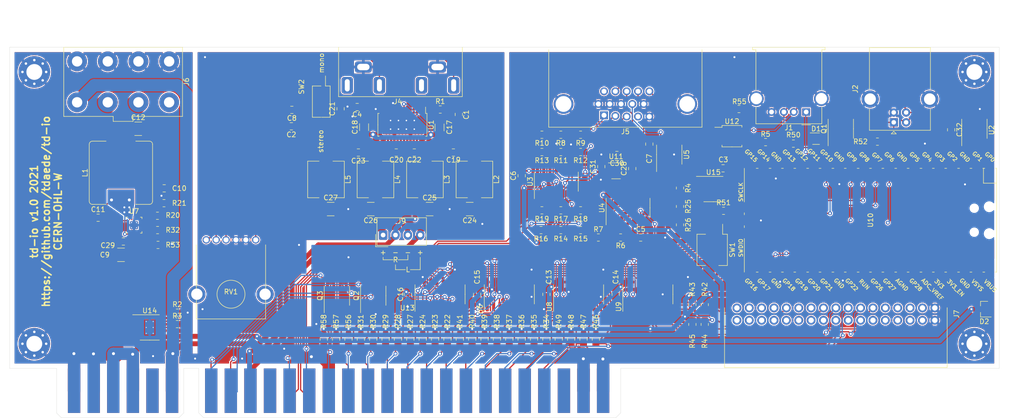
<source format=kicad_pcb>
(kicad_pcb (version 20171130) (host pcbnew 5.1.9-1.fc33)
  (layers (0 F.Cu signal) (31 B.Cu signal) (34 B.Paste user) (35 F.Paste user) (36 B.SilkS user) (37 F.SilkS user) (38 B.Mask user) (39 F.Mask user) (44 Edge.Cuts user))
  (net 0 "")
  (net 1 GND)
  (net 2 +12V)
  (net 3 "Net-(C2-Pad2)")
  (net 4 "Net-(C2-Pad1)")
  (net 5 +5V)
  (net 6 "Net-(C7-Pad1)")
  (net 7 "Net-(C8-Pad2)")
  (net 8 "Net-(C8-Pad1)")
  (net 9 +3V3)
  (net 10 "Net-(D2-Pad2)")
  (net 11 "Net-(D2-Pad1)")
  (net 12 "Net-(J1-Pad1)")
  (net 13 "Net-(J1-Pad2)")
  (net 14 "Net-(J1-Pad3)")
  (net 15 "Net-(J2-Pad1)")
  (net 16 /p2_4)
  (net 17 /p2start)
  (net 18 /lockout1)
  (net 19 /p2up)
  (net 20 /jamma_green)
  (net 21 /p2right)
  (net 22 /jamma_sync)
  (net 23 /p2left)
  (net 24 /c2)
  (net 25 /p2down)
  (net 26 /p2_3)
  (net 27 /meter1)
  (net 28 /p2_1)
  (net 29 "Net-(J3-PadM)")
  (net 30 /p2_2)
  (net 31 /p1_4)
  (net 32 /p1_3)
  (net 33 /p1_2)
  (net 34 /p1_1)
  (net 35 /p1right)
  (net 36 /p1left)
  (net 37 /p1down)
  (net 38 /p1up)
  (net 39 /p1start)
  (net 40 /c1)
  (net 41 /jamma_blue)
  (net 42 /jamma_red)
  (net 43 "Net-(J3-Pad11)")
  (net 44 /speaker+)
  (net 45 /lockout2)
  (net 46 /meter2)
  (net 47 "Net-(J5-Pad15)")
  (net 48 /vga_hsync)
  (net 49 "Net-(J5-Pad12)")
  (net 50 /vga_vsync)
  (net 51 "Net-(J5-Pad4)")
  (net 52 /vga_blue)
  (net 53 /vga_green)
  (net 54 /vga_red)
  (net 55 "Net-(J6-Pad1)")
  (net 56 "Net-(J7-Pad1)")
  (net 57 "Net-(J7-Pad2)")
  (net 58 "Net-(J7-Pad3)")
  (net 59 "Net-(J7-Pad4)")
  (net 60 "Net-(J7-Pad5)")
  (net 61 "Net-(J7-Pad6)")
  (net 62 "Net-(J7-Pad7)")
  (net 63 "Net-(J7-Pad8)")
  (net 64 /p2_6)
  (net 65 "Net-(J7-Pad10)")
  (net 66 "Net-(J7-Pad11)")
  (net 67 "Net-(J7-Pad12)")
  (net 68 "Net-(J7-Pad13)")
  (net 69 "Net-(J7-Pad14)")
  (net 70 /p1_6)
  (net 71 "Net-(J7-Pad16)")
  (net 72 /p1_5)
  (net 73 "Net-(J7-Pad18)")
  (net 74 "Net-(J7-Pad20)")
  (net 75 "Net-(J7-Pad22)")
  (net 76 /p2_5)
  (net 77 "Net-(J7-Pad24)")
  (net 78 "Net-(J7-Pad25)")
  (net 79 "Net-(J7-Pad26)")
  (net 80 "Net-(J7-Pad27)")
  (net 81 "Net-(J7-Pad28)")
  (net 82 "Net-(J7-Pad29)")
  (net 83 "Net-(J7-Pad30)")
  (net 84 "Net-(J7-Pad31)")
  (net 85 "Net-(J7-Pad32)")
  (net 86 /lockout1_ctl)
  (net 87 /meter1_ctl)
  (net 88 /lockout2_ctl)
  (net 89 /meter2_ctl)
  (net 90 /speaker-)
  (net 91 "Net-(R1-Pad1)")
  (net 92 "Net-(R11-Pad2)")
  (net 93 "Net-(R12-Pad2)")
  (net 94 "Net-(R13-Pad2)")
  (net 95 "Net-(R14-Pad1)")
  (net 96 "Net-(R15-Pad1)")
  (net 97 "Net-(R16-Pad1)")
  (net 98 "Net-(R25-Pad1)")
  (net 99 "Net-(SW1-Pad4)")
  (net 100 "Net-(SW1-Pad3)")
  (net 101 /jvs_tx)
  (net 102 /jvs_de)
  (net 103 /jvs_re)
  (net 104 /jvs_rx)
  (net 105 "Net-(U4-Pad3)")
  (net 106 /sr_clr)
  (net 107 /sr_clk)
  (net 108 /sr_data)
  (net 109 "Net-(U10-Pad43)")
  (net 110 "Net-(U10-Pad41)")
  (net 111 "Net-(U10-Pad25)")
  (net 112 "Net-(U10-Pad29)")
  (net 113 "Net-(U10-Pad30)")
  (net 114 "Net-(U10-Pad32)")
  (net 115 "Net-(U10-Pad34)")
  (net 116 "Net-(U10-Pad35)")
  (net 117 "Net-(U10-Pad37)")
  (net 118 "Net-(U10-Pad40)")
  (net 119 "Net-(C10-Pad1)")
  (net 120 "Net-(C11-Pad2)")
  (net 121 +3.3VP)
  (net 122 "Net-(R32-Pad2)")
  (net 123 "Net-(R20-Pad2)")
  (net 124 "Net-(U7-Pad11)")
  (net 125 "Net-(U7-Pad9)")
  (net 126 /SW)
  (net 127 "Net-(D1-Pad6)")
  (net 128 "Net-(D1-Pad2)")
  (net 129 "Net-(D1-Pad3)")
  (net 130 "Net-(D1-Pad1)")
  (net 131 "Net-(J3-Padd)")
  (net 132 "Net-(J3-Pad26)")
  (net 133 /sense_2.5v)
  (net 134 /sense_0v)
  (net 135 "Net-(R5-Pad2)")
  (net 136 "Net-(R55-Pad2)")
  (net 137 /termination)
  (net 138 /service)
  (net 139 /tilt)
  (net 140 /test)
  (net 141 "Net-(U13-Pad9)")
  (net 142 "Net-(U6-Pad9)")
  (net 143 "Net-(U6-Pad7)")
  (net 144 "Net-(U8-Pad9)")
  (net 145 "Net-(U8-Pad7)")
  (net 146 "Net-(U9-Pad7)")
  (net 147 "Net-(U13-Pad7)")
  (net 148 "Net-(C1-Pad2)")
  (net 149 "Net-(C4-Pad2)")
  (net 150 "Net-(C19-Pad2)")
  (net 151 "Net-(C20-Pad2)")
  (net 152 /speaker_r-)
  (net 153 "Net-(C21-Pad2)")
  (net 154 "Net-(C22-Pad2)")
  (net 155 "Net-(C23-Pad2)")
  (net 156 /speaker_r+)
  (net 157 "Net-(U1-Pad13)")
  (net 158 "Net-(U1-Pad1)")
  (net 159 "Net-(J3-PadE)")
  (net 160 "Net-(J3-Pad5)")
  (net 161 -5V)
  (net 162 +5VL)
  (net 163 "Net-(C19-Pad1)")
  (net 164 "Net-(C20-Pad1)")
  (net 165 "Net-(C22-Pad1)")
  (net 166 "Net-(C23-Pad1)")
  (net 167 /l_in)
  (net 168 /r_in)
  (net 169 "Net-(Q1-Pad5)")
  (net 170 "Net-(Q1-Pad4)")
  (net 171 "Net-(Q1-Pad3)")
  (net 172 "Net-(U4-Pad11)")
  (net 173 "Net-(U4-Pad8)")
  (net 174 "Net-(U10-Pad31)")
  (net 175 /sense_in_high)
  (net 176 /sense_in_low)
  (net 177 "Net-(U10-Pad9)")
  (net 178 "Net-(U10-Pad7)")
  (net 179 "Net-(U10-Pad6)")
  (net 180 "Net-(C30-Pad1)")
  (net 181 "Net-(C30-Pad2)")
  (net 182 "Net-(R2-Pad1)")
  (net 183 "Net-(R3-Pad1)")
  (net 184 "Net-(U14-Pad6)")
  (net 185 "Net-(U14-Pad2)")
  (net 186 "Net-(R25-Pad2)")
  (net 187 "Net-(J5-Pad11)")
  (module Capacitor_SMD:C_0805_2012Metric (layer F.Cu) (at 262.3 98.7 270)
    (fp_text reference C32 (at 0 -1.68 90) (layer F.SilkS))
    (fp_text value 0.1uF)
    (pad 2 smd roundrect (at 0.95 0 270) (size 1 1.45) (layers F.Cu F.Paste F.Mask) (net 1 GND))
    (pad 1 smd roundrect (at -0.95 0 270) (size 1 1.45) (layers F.Cu F.Paste F.Mask) (net 9 +3V3))
  )
  (module td-io:HTSSOP-28-1EP_4.4x9.7mm_P0.65mm_tpa3138_ThermalVias (layer F.Cu) (at 151.4 97.7 270)
    (fp_text reference U1 (at 0 -5.8 270) (layer F.SilkS))
    (fp_text value TPA3138D2)
    (pad 29 smd rect (at 0 0 270) (size 2.85 5.4) (layers B.Cu) (net 1 GND))
    (pad 29 thru_hole circle (at 0.875 2.4 270) (size 0.6 0.6) (drill 0.3) (layers *.Cu) (net 1 GND))
    (pad 29 thru_hole circle (at -0.875 2.4 270) (size 0.6 0.6) (drill 0.3) (layers *.Cu) (net 1 GND))
    (pad 29 thru_hole circle (at 0.875 0.8 270) (size 0.6 0.6) (drill 0.3) (layers *.Cu) (net 1 GND))
    (pad 29 thru_hole circle (at -0.875 0.8 270) (size 0.6 0.6) (drill 0.3) (layers *.Cu) (net 1 GND))
    (pad 29 thru_hole circle (at 0.875 -0.8 270) (size 0.6 0.6) (drill 0.3) (layers *.Cu) (net 1 GND))
    (pad 29 thru_hole circle (at -0.875 -0.8 270) (size 0.6 0.6) (drill 0.3) (layers *.Cu) (net 1 GND))
    (pad 29 thru_hole circle (at 0.875 -2.4 270) (size 0.6 0.6) (drill 0.3) (layers *.Cu) (net 1 GND))
    (pad 29 thru_hole circle (at -0.875 -2.4 270) (size 0.6 0.6) (drill 0.3) (layers *.Cu) (net 1 GND))
    (pad 29 smd rect (at 0 0 270) (size 2.34 3.04) (layers F.Cu F.Mask) (net 1 GND))
    (pad 28 smd roundrect (at 2.8625 -4.225 270) (size 1.475 0.4) (layers F.Cu F.Paste F.Mask) (net 2 +12V))
    (pad 27 smd roundrect (at 2.8625 -3.575 270) (size 1.475 0.4) (layers F.Cu F.Paste F.Mask) (net 2 +12V))
    (pad 26 smd roundrect (at 2.8625 -2.925 270) (size 1.475 0.4) (layers F.Cu F.Paste F.Mask) (net 150 "Net-(C19-Pad2)"))
    (pad 25 smd roundrect (at 2.8625 -2.275 270) (size 1.475 0.4) (layers F.Cu F.Paste F.Mask) (net 163 "Net-(C19-Pad1)"))
    (pad 24 smd roundrect (at 2.8625 -1.625 270) (size 1.475 0.4) (layers F.Cu F.Paste F.Mask) (net 1 GND))
    (pad 23 smd roundrect (at 2.8625 -0.975 270) (size 1.475 0.4) (layers F.Cu F.Paste F.Mask) (net 165 "Net-(C22-Pad1)"))
    (pad 22 smd roundrect (at 2.8625 -0.325 270) (size 1.475 0.4) (layers F.Cu F.Paste F.Mask) (net 154 "Net-(C22-Pad2)"))
    (pad 21 smd roundrect (at 2.8625 0.325 270) (size 1.475 0.4) (layers F.Cu F.Paste F.Mask) (net 151 "Net-(C20-Pad2)"))
    (pad 20 smd roundrect (at 2.8625 0.975 270) (size 1.475 0.4) (layers F.Cu F.Paste F.Mask) (net 164 "Net-(C20-Pad1)"))
    (pad 19 smd roundrect (at 2.8625 1.625 270) (size 1.475 0.4) (layers F.Cu F.Paste F.Mask) (net 1 GND))
    (pad 18 smd roundrect (at 2.8625 2.275 270) (size 1.475 0.4) (layers F.Cu F.Paste F.Mask) (net 166 "Net-(C23-Pad1)"))
    (pad 17 smd roundrect (at 2.8625 2.925 270) (size 1.475 0.4) (layers F.Cu F.Paste F.Mask) (net 155 "Net-(C23-Pad2)"))
    (pad 16 smd roundrect (at 2.8625 3.575 270) (size 1.475 0.4) (layers F.Cu F.Paste F.Mask) (net 2 +12V))
    (pad 15 smd roundrect (at 2.8625 4.225 270) (size 1.475 0.4) (layers F.Cu F.Paste F.Mask) (net 2 +12V))
    (pad 14 smd roundrect (at -2.8625 4.225 270) (size 1.475 0.4) (layers F.Cu F.Paste F.Mask) (net 1 GND))
    (pad 13 smd roundrect (at -2.8625 3.575 270) (size 1.475 0.4) (layers F.Cu F.Paste F.Mask) (net 157 "Net-(U1-Pad13)"))
    (pad 12 smd roundrect (at -2.8625 2.925 270) (size 1.475 0.4) (layers F.Cu F.Paste F.Mask) (net 8 "Net-(C8-Pad1)"))
    (pad 11 smd roundrect (at -2.8625 2.275 270) (size 1.475 0.4) (layers F.Cu F.Paste F.Mask) (net 149 "Net-(C4-Pad2)"))
    (pad 10 smd roundrect (at -2.8625 1.625 270) (size 1.475 0.4) (layers F.Cu F.Paste F.Mask) (net 1 GND))
    (pad 9 smd roundrect (at -2.8625 0.975 270) (size 1.475 0.4) (layers F.Cu F.Paste F.Mask) (net 153 "Net-(C21-Pad2)"))
    (pad 8 smd roundrect (at -2.8625 0.325 270) (size 1.475 0.4) (layers F.Cu F.Paste F.Mask) (net 1 GND))
    (pad 7 smd roundrect (at -2.8625 -0.325 270) (size 1.475 0.4) (layers F.Cu F.Paste F.Mask) (net 2 +12V))
    (pad 6 smd roundrect (at -2.8625 -0.975 270) (size 1.475 0.4) (layers F.Cu F.Paste F.Mask) (net 1 GND))
    (pad 5 smd roundrect (at -2.8625 -1.625 270) (size 1.475 0.4) (layers F.Cu F.Paste F.Mask) (net 1 GND))
    (pad 4 smd roundrect (at -2.8625 -2.275 270) (size 1.475 0.4) (layers F.Cu F.Paste F.Mask) (net 148 "Net-(C1-Pad2)"))
    (pad 3 smd roundrect (at -2.8625 -2.925 270) (size 1.475 0.4) (layers F.Cu F.Paste F.Mask) (net 4 "Net-(C2-Pad1)"))
    (pad 2 smd roundrect (at -2.8625 -3.575 270) (size 1.475 0.4) (layers F.Cu F.Paste F.Mask) (net 91 "Net-(R1-Pad1)"))
    (pad 1 smd roundrect (at -2.8625 -4.225 270) (size 1.475 0.4) (layers F.Cu F.Paste F.Mask) (net 158 "Net-(U1-Pad1)"))
  )
  (module Capacitor_SMD:C_1210_3225Metric (layer F.Cu) (at 98 98.5)
    (fp_text reference C12 (at 0 -2.3) (layer F.SilkS))
    (fp_text value 100uF)
    (pad 2 smd roundrect (at 1.475 0) (size 1.15 2.7) (layers F.Cu F.Paste F.Mask) (roundrect_rratio 0.217391) (net 1 GND))
    (pad 1 smd roundrect (at -1.475 0) (size 1.15 2.7) (layers F.Cu F.Paste F.Mask) (roundrect_rratio 0.217391) (net 121 +3.3VP))
  )
  (module Resistor_SMD:R_0805_2012Metric (layer F.Cu) (at 207.5 117.9375 270)
    (fp_text reference R26 (at 0 -1.65 90) (layer F.SilkS))
    (fp_text value 10k)
    (pad 2 smd roundrect (at 0.9125 0 270) (size 1.025 1.4) (layers F.Cu F.Paste F.Mask) (roundrect_rratio 0.243902) (net 1 GND))
    (pad 1 smd roundrect (at -0.9125 0 270) (size 1.025 1.4) (layers F.Cu F.Paste F.Mask) (roundrect_rratio 0.243902) (net 186 "Net-(R25-Pad2)"))
  )
  (module Resistor_SMD:R_0805_2012Metric (layer F.Cu) (at 207.5 114.2125 270)
    (fp_text reference R25 (at 0 -1.65 90) (layer F.SilkS))
    (fp_text value 20k)
    (pad 2 smd roundrect (at 0.9125 0 270) (size 1.025 1.4) (layers F.Cu F.Paste F.Mask) (roundrect_rratio 0.243902) (net 186 "Net-(R25-Pad2)"))
    (pad 1 smd roundrect (at -0.9125 0 270) (size 1.025 1.4) (layers F.Cu F.Paste F.Mask) (roundrect_rratio 0.243902) (net 98 "Net-(R25-Pad1)"))
  )
  (module Resistor_SMD:R_0805_2012Metric (layer F.Cu) (at 207.5 110.4875 270)
    (fp_text reference R4 (at 0 -1.65 90) (layer F.SilkS))
    (fp_text value 10k)
    (pad 2 smd roundrect (at 0.9125 0 270) (size 1.025 1.4) (layers F.Cu F.Paste F.Mask) (roundrect_rratio 0.243902) (net 98 "Net-(R25-Pad1)"))
    (pad 1 smd roundrect (at -0.9125 0 270) (size 1.025 1.4) (layers F.Cu F.Paste F.Mask) (roundrect_rratio 0.243902) (net 5 +5V))
  )
  (module Resistor_SMD:R_0805_2012Metric (layer F.Cu) (at 105.8875 138.025)
    (fp_text reference R3 (at 0 -1.65) (layer F.SilkS))
    (fp_text value 1k)
    (pad 2 smd roundrect (at 0.9125 0) (size 1.025 1.4) (layers F.Cu F.Paste F.Mask) (roundrect_rratio 0.243902) (net 1 GND))
    (pad 1 smd roundrect (at -0.9125 0) (size 1.025 1.4) (layers F.Cu F.Paste F.Mask) (roundrect_rratio 0.243902) (net 183 "Net-(R3-Pad1)"))
  )
  (module Resistor_SMD:R_0805_2012Metric (layer F.Cu) (at 105.9 135.7)
    (fp_text reference R2 (at 0 -1.65) (layer F.SilkS))
    (fp_text value 400k)
    (pad 2 smd roundrect (at 0.9125 0) (size 1.025 1.4) (layers F.Cu F.Paste F.Mask) (roundrect_rratio 0.243902) (net 1 GND))
    (pad 1 smd roundrect (at -0.9125 0) (size 1.025 1.4) (layers F.Cu F.Paste F.Mask) (roundrect_rratio 0.243902) (net 182 "Net-(R2-Pad1)"))
  )
  (module td-io:DSUB-15-HD_Female_Horizontal_P2.29x2.5mm_EdgePinOffset8.35mm_Housed_MountingHolesOffset10.89mm (layer F.Cu) (at 192.145 94.75 180)
    (fp_text reference J5 (at -4.318 -4.318) (layer F.SilkS))
    (fp_text value DB15_Female_HighDensity_MountingHoles)
    (pad 0 thru_hole circle (at 8.185 1.27 180) (size 4 4) (drill 3.2) (layers *.Cu *.Mask) (net 1 GND))
    (pad 0 thru_hole circle (at -16.815 1.27 180) (size 4 4) (drill 3.2) (layers *.Cu *.Mask) (net 1 GND))
    (pad 15 thru_hole circle (at -9.16 3.833 180) (size 1.6 1.6) (drill 1) (layers *.Cu *.Mask) (net 47 "Net-(J5-Pad15)"))
    (pad 14 thru_hole circle (at -6.87 3.833 180) (size 1.6 1.6) (drill 1) (layers *.Cu *.Mask) (net 50 /vga_vsync))
    (pad 13 thru_hole circle (at -4.58 3.833 180) (size 1.6 1.6) (drill 1) (layers *.Cu *.Mask) (net 48 /vga_hsync))
    (pad 12 thru_hole circle (at -2.29 3.833 180) (size 1.6 1.6) (drill 1) (layers *.Cu *.Mask) (net 49 "Net-(J5-Pad12)"))
    (pad 11 thru_hole circle (at 0 3.833 180) (size 1.6 1.6) (drill 1) (layers *.Cu *.Mask) (net 187 "Net-(J5-Pad11)"))
    (pad 10 thru_hole circle (at -8.015 1.27 180) (size 1.6 1.6) (drill 1) (layers *.Cu *.Mask) (net 1 GND))
    (pad 9 thru_hole circle (at -5.715 1.27 180) (size 1.6 1.6) (drill 1) (layers *.Cu *.Mask) (net 6 "Net-(C7-Pad1)"))
    (pad 8 thru_hole circle (at -3.435 1.27 180) (size 1.6 1.6) (drill 1) (layers *.Cu *.Mask) (net 1 GND))
    (pad 7 thru_hole circle (at -1.145 1.27 180) (size 1.6 1.6) (drill 1) (layers *.Cu *.Mask) (net 1 GND))
    (pad 6 thru_hole circle (at 1.145 1.27 180) (size 1.6 1.6) (drill 1) (layers *.Cu *.Mask) (net 1 GND))
    (pad 5 thru_hole circle (at -9.16 -1.27 180) (size 1.6 1.6) (drill 1) (layers *.Cu *.Mask) (net 1 GND))
    (pad 4 thru_hole circle (at -6.87 -1.27 180) (size 1.6 1.6) (drill 1) (layers *.Cu *.Mask) (net 51 "Net-(J5-Pad4)"))
    (pad 3 thru_hole circle (at -4.572 -1.27 180) (size 1.6 1.6) (drill 1) (layers *.Cu *.Mask) (net 52 /vga_blue))
    (pad 2 thru_hole circle (at -2.286 -1.143 180) (size 1.6 1.6) (drill 1) (layers *.Cu *.Mask) (net 53 /vga_green))
    (pad 1 thru_hole rect (at 0 -1.016 180) (size 1.6 1.6) (drill 1) (layers *.Cu *.Mask) (net 54 /vga_red))
  )
  (module Capacitor_SMD:C_0805_2012Metric (layer F.Cu) (at 191.59 106.15 90)
    (fp_text reference C31 (at 0 -1.68 90) (layer F.SilkS))
    (fp_text value 3.3uF)
    (pad 2 smd roundrect (at 0.95 0 90) (size 1 1.45) (layers F.Cu F.Paste F.Mask) (net 1 GND))
    (pad 1 smd roundrect (at -0.95 0 90) (size 1 1.45) (layers F.Cu F.Paste F.Mask) (net 161 -5V))
  )
  (module Capacitor_SMD:C_0805_2012Metric (layer F.Cu) (at 194.75 103.8 180)
    (fp_text reference C30 (at 0 -1.68) (layer F.SilkS))
    (fp_text value 3.3uF)
    (pad 2 smd roundrect (at 0.95 0 180) (size 1 1.45) (layers F.Cu F.Paste F.Mask) (net 181 "Net-(C30-Pad2)"))
    (pad 1 smd roundrect (at -0.95 0 180) (size 1 1.45) (layers F.Cu F.Paste F.Mask) (net 180 "Net-(C30-Pad1)"))
  )
  (module Capacitor_SMD:C_0805_2012Metric (layer F.Cu) (at 95 121.3)
    (fp_text reference C29 (at -3.15 0.8) (layer F.SilkS))
    (fp_text value 0.1uF)
    (pad 2 smd roundrect (at 0.95 0) (size 1 1.45) (layers F.Cu F.Paste F.Mask) (net 1 GND))
    (pad 1 smd roundrect (at -0.95 0) (size 1 1.45) (layers F.Cu F.Paste F.Mask) (net 162 +5VL))
  )
  (module Capacitor_SMD:C_0805_2012Metric (layer F.Cu) (at 197.85 106.55 90)
    (fp_text reference C28 (at 0 -1.68 90) (layer F.SilkS))
    (fp_text value 3.3uF)
    (pad 2 smd roundrect (at 0.95 0 90) (size 1 1.45) (layers F.Cu F.Paste F.Mask) (net 1 GND))
    (pad 1 smd roundrect (at -0.95 0 90) (size 1 1.45) (layers F.Cu F.Paste F.Mask) (net 5 +5V))
  )
  (module Package_SO:SOIC-8_3.9x4.9mm_P1.27mm (layer F.Cu) (at 214.25 110.7)
    (fp_text reference U15 (at 0 -3.4) (layer F.SilkS))
    (fp_text value LM2903)
    (pad 8 smd roundrect (at 2.475 -1.905) (size 1.95 0.6) (layers F.Cu F.Paste F.Mask) (net 5 +5V))
    (pad 7 smd roundrect (at 2.475 -0.635) (size 1.95 0.6) (layers F.Cu F.Paste F.Mask) (net 175 /sense_in_high))
    (pad 6 smd roundrect (at 2.475 0.635) (size 1.95 0.6) (layers F.Cu F.Paste F.Mask) (net 98 "Net-(R25-Pad1)"))
    (pad 5 smd roundrect (at 2.475 1.905) (size 1.95 0.6) (layers F.Cu F.Paste F.Mask) (net 12 "Net-(J1-Pad1)"))
    (pad 4 smd roundrect (at -2.475 1.905) (size 1.95 0.6) (layers F.Cu F.Paste F.Mask) (net 1 GND))
    (pad 3 smd roundrect (at -2.475 0.635) (size 1.95 0.6) (layers F.Cu F.Paste F.Mask) (net 12 "Net-(J1-Pad1)"))
    (pad 2 smd roundrect (at -2.475 -0.635) (size 1.95 0.6) (layers F.Cu F.Paste F.Mask) (net 186 "Net-(R25-Pad2)"))
    (pad 1 smd roundrect (at -2.475 -1.905) (size 1.95 0.6) (layers F.Cu F.Paste F.Mask) (net 176 /sense_in_low))
  )
  (module Package_SO:SOIC-8-1EP_3.9x4.9mm_P1.27mm_EP2.41x3.3mm_ThermalVias (layer F.Cu) (at 100.325 138.7)
    (fp_text reference U14 (at 0 -3.4) (layer F.SilkS))
    (fp_text value TPS259620)
    (pad 9 smd rect (at 0 0) (size 1.9 2.9) (layers B.Cu) (net 1 GND))
    (pad 9 thru_hole circle (at 0.7 1.2) (size 0.5 0.5) (drill 0.2) (layers *.Cu) (net 1 GND))
    (pad 9 thru_hole circle (at -0.7 1.2) (size 0.5 0.5) (drill 0.2) (layers *.Cu) (net 1 GND))
    (pad 9 thru_hole circle (at 0.7 0) (size 0.5 0.5) (drill 0.2) (layers *.Cu) (net 1 GND))
    (pad 9 thru_hole circle (at -0.7 0) (size 0.5 0.5) (drill 0.2) (layers *.Cu) (net 1 GND))
    (pad 9 thru_hole circle (at 0.7 -1.2) (size 0.5 0.5) (drill 0.2) (layers *.Cu) (net 1 GND))
    (pad 9 thru_hole circle (at -0.7 -1.2) (size 0.5 0.5) (drill 0.2) (layers *.Cu) (net 1 GND))
    (pad 9 smd rect (at 0 0) (size 2.41 3.3) (layers F.Cu F.Mask) (net 1 GND))
    (pad 8 smd roundrect (at 2.475 -1.905) (size 1.95 0.6) (layers F.Cu F.Paste F.Mask) (net 182 "Net-(R2-Pad1)"))
    (pad 7 smd roundrect (at 2.475 -0.635) (size 1.95 0.6) (layers F.Cu F.Paste F.Mask) (net 183 "Net-(R3-Pad1)"))
    (pad 6 smd roundrect (at 2.475 0.635) (size 1.95 0.6) (layers F.Cu F.Paste F.Mask) (net 184 "Net-(U14-Pad6)"))
    (pad 5 smd roundrect (at 2.475 1.905) (size 1.95 0.6) (layers F.Cu F.Paste F.Mask) (net 5 +5V))
    (pad 4 smd roundrect (at -2.475 1.905) (size 1.95 0.6) (layers F.Cu F.Paste F.Mask) (net 162 +5VL))
    (pad 3 smd roundrect (at -2.475 0.635) (size 1.95 0.6) (layers F.Cu F.Paste F.Mask) (net 162 +5VL))
    (pad 2 smd roundrect (at -2.475 -0.635) (size 1.95 0.6) (layers F.Cu F.Paste F.Mask) (net 185 "Net-(U14-Pad2)"))
    (pad 1 smd roundrect (at -2.475 -1.905) (size 1.95 0.6) (layers F.Cu F.Paste F.Mask) (net 1 GND))
  )
  (module Package_TO_SOT_SMD:SOT-23-6 (layer F.Cu) (at 194.57 107.01)
    (fp_text reference U11 (at 0 -2.9) (layer F.SilkS))
    (fp_text value LM2664M4)
    (pad 5 smd rect (at 1.1 0) (size 1.06 0.65) (layers F.Cu F.Paste F.Mask) (net 5 +5V))
    (pad 6 smd rect (at 1.1 -0.95) (size 1.06 0.65) (layers F.Cu F.Paste F.Mask) (net 180 "Net-(C30-Pad1)"))
    (pad 4 smd rect (at 1.1 0.95) (size 1.06 0.65) (layers F.Cu F.Paste F.Mask) (net 5 +5V))
    (pad 3 smd rect (at -1.1 0.95) (size 1.06 0.65) (layers F.Cu F.Paste F.Mask) (net 181 "Net-(C30-Pad2)"))
    (pad 2 smd rect (at -1.1 0) (size 1.06 0.65) (layers F.Cu F.Paste F.Mask) (net 161 -5V))
    (pad 1 smd rect (at -1.1 -0.95) (size 1.06 0.65) (layers F.Cu F.Paste F.Mask) (net 1 GND))
  )
  (module td-io:RJE-20 (layer F.Cu) (at 97.15 118)
    (fp_text reference U7 (at 0 -2.82) (layer F.SilkS))
    (fp_text value TPS568230)
    (pad 21 smd rect (at 0 0) (size 1.55 1.55) (layers B.Cu) (net 1 GND))
    (pad 21 thru_hole circle (at 0.525 0.525) (size 0.5 0.5) (drill 0.2) (layers *.Cu) (net 1 GND))
    (pad 21 thru_hole circle (at -0.525 0.525) (size 0.5 0.5) (drill 0.2) (layers *.Cu) (net 1 GND))
    (pad 21 thru_hole circle (at 0.525 -0.525) (size 0.5 0.5) (drill 0.2) (layers *.Cu) (net 1 GND))
    (pad 21 thru_hole circle (at -0.525 -0.525) (size 0.5 0.5) (drill 0.2) (layers *.Cu) (net 1 GND))
    (pad 21 smd rect (at 0.123 0) (size 0.926 0.975) (layers F.Cu F.Mask) (net 1 GND))
    (pad 20 smd custom (at -0.9 -1.45) (size 0.143934 0.143934) (layers F.Cu F.Paste F.Mask) (net 126 /SW) (options (clearance outline) (anchor circle)) (primitives (gr_poly (pts (xy -0.075 -0.375) (xy 0.075 -0.375) (xy 0.075 0.375) (xy 0.045711 0.375) (xy -0.075 0.254289)) (width 0.1))))
    (pad 19 smd roundrect (at -0.45 -1.45) (size 0.25 0.85) (layers F.Cu F.Paste F.Mask) (net 126 /SW))
    (pad 18 smd roundrect (at 0 -1.45) (size 0.25 0.85) (layers F.Cu F.Paste F.Mask) (net 1 GND))
    (pad 17 smd roundrect (at 0.45 -1.45) (size 0.25 0.85) (layers F.Cu F.Paste F.Mask) (net 119 "Net-(C10-Pad1)"))
    (pad 16 smd custom (at 0.9 -1.45) (size 0.143934 0.143934) (layers F.Cu F.Paste F.Mask) (options (clearance outline) (anchor circle)) (primitives (gr_poly (pts (xy -0.075 -0.375) (xy 0.075 -0.375) (xy 0.075 0.254289) (xy -0.045711 0.375) (xy -0.075 0.375)) (width 0.1))))
    (pad 15 smd custom (at 1.45 -0.9) (size 0.143934 0.143934) (layers F.Cu F.Paste F.Mask) (net 123 "Net-(R20-Pad2)") (options (clearance outline) (anchor circle)) (primitives (gr_poly (pts (xy -0.375 0.045711) (xy -0.254289 -0.075) (xy 0.375 -0.075) (xy 0.375 0.075) (xy -0.375 0.075)) (width 0.1))))
    (pad 14 smd roundrect (at 1.45 -0.45) (size 0.85 0.25) (layers F.Cu F.Paste F.Mask) (net 122 "Net-(R32-Pad2)"))
    (pad 13 smd roundrect (at 1.45 0) (size 0.85 0.25) (layers F.Cu F.Paste F.Mask) (net 1 GND))
    (pad 12 smd roundrect (at 1.45 0.45) (size 0.85 0.25) (layers F.Cu F.Paste F.Mask) (net 162 +5VL))
    (pad 11 smd custom (at 1.45 0.9) (size 0.143934 0.143934) (layers F.Cu F.Paste F.Mask) (net 124 "Net-(U7-Pad11)") (options (clearance outline) (anchor circle)) (primitives (gr_poly (pts (xy -0.375 -0.075) (xy 0.375 -0.075) (xy 0.375 0.075) (xy -0.254289 0.075) (xy -0.375 -0.045711)) (width 0.1))))
    (pad 10 smd custom (at 0.9 1.45) (size 0.143934 0.143934) (layers F.Cu F.Paste F.Mask) (options (clearance outline) (anchor circle)) (primitives (gr_poly (pts (xy -0.075 -0.375) (xy -0.045711 -0.375) (xy 0.075 -0.254289) (xy 0.075 0.375) (xy -0.075 0.375)) (width 0.1))))
    (pad 9 smd roundrect (at 0.45 1.45) (size 0.25 0.85) (layers F.Cu F.Paste F.Mask) (net 125 "Net-(U7-Pad9)"))
    (pad 8 smd roundrect (at 0 1.45) (size 0.25 0.85) (layers F.Cu F.Paste F.Mask) (net 1 GND))
    (pad 7 smd roundrect (at -0.45 1.45) (size 0.25 0.85) (layers F.Cu F.Paste F.Mask) (net 1 GND))
    (pad 6 smd custom (at -0.9 1.45) (size 0.143934 0.143934) (layers F.Cu F.Paste F.Mask) (net 126 /SW) (options (clearance outline) (anchor circle)) (primitives (gr_poly (pts (xy -0.075 -0.254289) (xy 0.045711 -0.375) (xy 0.075 -0.375) (xy 0.075 0.375) (xy -0.075 0.375)) (width 0.1))))
    (pad 5 smd custom (at -1.45 0.9) (size 0.143934 0.143934) (layers F.Cu F.Paste F.Mask) (net 162 +5VL) (options (clearance outline) (anchor circle)) (primitives (gr_poly (pts (xy -0.375 -0.075) (xy 0.375 -0.075) (xy 0.375 -0.045711) (xy 0.254289 0.075) (xy -0.375 0.075)) (width 0.1))))
    (pad 4 smd roundrect (at -1.45 0.45) (size 0.85 0.25) (layers F.Cu F.Paste F.Mask) (net 162 +5VL))
    (pad 3 smd roundrect (at -1.45 0) (size 0.85 0.25) (layers F.Cu F.Paste F.Mask) (net 162 +5VL))
    (pad 2 smd roundrect (at -1.45 -0.45) (size 0.85 0.25) (layers F.Cu F.Paste F.Mask) (net 162 +5VL))
    (pad 1 smd custom (at -1.45 -0.9) (size 0.143934 0.143934) (layers F.Cu F.Paste F.Mask) (net 120 "Net-(C11-Pad2)") (options (clearance outline) (anchor circle)) (primitives (gr_poly (pts (xy -0.375 -0.075) (xy 0.254289 -0.075) (xy 0.375 0.045711) (xy 0.375 0.075) (xy -0.375 0.075)) (width 0.1))))
  )
  (module Inductor_SMD:L_Bourns_SRR1260 (layer F.Cu) (at 94.5 107.4 90)
    (fp_text reference L1 (at 0 -7.25 90) (layer F.SilkS))
    (fp_text value 1.5uH)
    (pad 1 smd rect (at -4.85 0 90) (size 2.9 5.4) (layers F.Cu F.Paste F.Mask) (net 126 /SW))
    (pad 2 smd rect (at 4.85 0 90) (size 2.9 5.4) (layers F.Cu F.Paste F.Mask) (net 121 +3.3VP))
  )
  (module td-io:JST_SH_B4B-NH-A_1x04_P2.50mm_Vertical (layer F.Cu) (at 147.5 120)
    (fp_text reference J9 (at 3.75 -2.8) (layer F.SilkS))
    (fp_text value Conn_01x04_Male)
    (pad 4 thru_hole oval (at 7.5 0) (size 1.7 1.95) (drill 0.95) (layers *.Cu *.Mask) (net 44 /speaker+))
    (pad 3 thru_hole oval (at 5 0) (size 1.7 1.95) (drill 0.95) (layers *.Cu *.Mask) (net 152 /speaker_r-))
    (pad 2 thru_hole oval (at 2.5 0) (size 1.7 1.95) (drill 0.95) (layers *.Cu *.Mask) (net 90 /speaker-))
    (pad 1 thru_hole roundrect (at 0 0) (size 1.7 1.95) (drill 0.95) (layers *.Cu *.Mask) (roundrect_rratio 0.147059) (net 156 /speaker_r+))
  )
  (module td-io:PJRAN2X1U01AUX (layer F.Cu) (at 158.5 86 180)
    (fp_text reference J4 (at 8 -7) (layer F.SilkS))
    (fp_text value Conn_Coaxial_x2)
    (pad 5 thru_hole roundrect (at 18.25 -3.7 180) (size 2.3 3.4) (drill oval 1 2.5) (layers *.Cu *.Mask))
    (pad 2 thru_hole roundrect (at 11.75 -3.7 180) (size 2.3 3.4) (drill oval 1 2.5) (layers *.Cu *.Mask) (net 167 /l_in))
    (pad 3 thru_hole roundrect (at 0 0 180) (size 3.4 2.3) (drill oval 2.5 1.3) (layers *.Cu *.Mask) (net 1 GND))
    (pad 3 thru_hole roundrect (at 15 0 180) (size 3.4 2.3) (drill oval 2.5 1.3) (layers *.Cu *.Mask) (net 1 GND))
    (pad 1 thru_hole roundrect (at -3.25 -3.7 180) (size 2.3 3.4) (drill oval 1 2.5) (layers *.Cu *.Mask) (net 168 /r_in))
    (pad 4 thru_hole roundrect (at 3.25 -3.7 180) (size 2.3 3.4) (drill oval 1 2.5) (layers *.Cu *.Mask))
  )
  (module Capacitor_SMD:C_1210_3225Metric (layer F.Cu) (at 136.9 114.75)
    (fp_text reference C27 (at 0 -2.3) (layer F.SilkS))
    (fp_text value 2.2uF)
    (pad 2 smd roundrect (at 1.475 0) (size 1.15 2.7) (layers F.Cu F.Paste F.Mask) (roundrect_rratio 0.217391) (net 1 GND))
    (pad 1 smd roundrect (at -1.475 0) (size 1.15 2.7) (layers F.Cu F.Paste F.Mask) (roundrect_rratio 0.217391) (net 156 /speaker_r+))
  )
  (module Capacitor_SMD:C_1210_3225Metric (layer F.Cu) (at 145 114.75 180)
    (fp_text reference C26 (at 0 -2.3) (layer F.SilkS))
    (fp_text value 2.2uF)
    (pad 2 smd roundrect (at 1.475 0 180) (size 1.15 2.7) (layers F.Cu F.Paste F.Mask) (roundrect_rratio 0.217391) (net 1 GND))
    (pad 1 smd roundrect (at -1.475 0 180) (size 1.15 2.7) (layers F.Cu F.Paste F.Mask) (roundrect_rratio 0.217391) (net 152 /speaker_r-))
  )
  (module Capacitor_SMD:C_1210_3225Metric (layer F.Cu) (at 156.9 114.75)
    (fp_text reference C25 (at 0 -2.3) (layer F.SilkS))
    (fp_text value 2.2uF)
    (pad 2 smd roundrect (at 1.475 0) (size 1.15 2.7) (layers F.Cu F.Paste F.Mask) (roundrect_rratio 0.217391) (net 1 GND))
    (pad 1 smd roundrect (at -1.475 0) (size 1.15 2.7) (layers F.Cu F.Paste F.Mask) (roundrect_rratio 0.217391) (net 90 /speaker-))
  )
  (module Capacitor_SMD:C_1210_3225Metric (layer F.Cu) (at 165 114.75 180)
    (fp_text reference C24 (at 0 -2.3) (layer F.SilkS))
    (fp_text value 2.2uF)
    (pad 2 smd roundrect (at 1.475 0 180) (size 1.15 2.7) (layers F.Cu F.Paste F.Mask) (roundrect_rratio 0.217391) (net 1 GND))
    (pad 1 smd roundrect (at -1.475 0 180) (size 1.15 2.7) (layers F.Cu F.Paste F.Mask) (roundrect_rratio 0.217391) (net 44 /speaker+))
  )
  (module Capacitor_SMD:C_1210_3225Metric (layer F.Cu) (at 94.525 124)
    (fp_text reference C9 (at -3.275 0) (layer F.SilkS))
    (fp_text value 100uF)
    (pad 2 smd roundrect (at 1.475 0) (size 1.15 2.7) (layers F.Cu F.Paste F.Mask) (roundrect_rratio 0.217391) (net 1 GND))
    (pad 1 smd roundrect (at -1.475 0) (size 1.15 2.7) (layers F.Cu F.Paste F.Mask) (roundrect_rratio 0.217391) (net 162 +5VL))
  )
  (module td-io:RPi_Pico_SMD (layer F.Cu) (at 246 117 270)
    (fp_text reference U10 (at 0 0 90) (layer F.SilkS))
    (fp_text value Pico)
    (fp_text user SWDIO (at 5.6 26.2 90) (layer F.SilkS) (effects (font (size 0.8 0.8))))
    (fp_text user SWCLK (at -5.7 26.2 90) (layer F.SilkS) (effects (font (size 0.8 0.8))))
    (fp_text user AGND (at 13.054 -6.35 135) (layer F.SilkS) (effects (font (size 0.8 0.8))))
    (fp_text user GND (at 12.8 -19.05 135) (layer F.SilkS) (effects (font (size 0.8 0.8))))
    (fp_text user GND (at 12.8 6.35 135) (layer F.SilkS) (effects (font (size 0.8 0.8))))
    (fp_text user GND (at 12.8 19.05 135) (layer F.SilkS) (effects (font (size 0.8 0.8))))
    (fp_text user GND (at -12.8 19.05 135) (layer F.SilkS) (effects (font (size 0.8 0.8))))
    (fp_text user GND (at -12.8 6.35 135) (layer F.SilkS) (effects (font (size 0.8 0.8))))
    (fp_text user GND (at -12.8 -6.35 135) (layer F.SilkS) (effects (font (size 0.8 0.8))))
    (fp_text user GND (at -12.8 -19.05 135) (layer F.SilkS) (effects (font (size 0.8 0.8))))
    (fp_text user VBUS (at 13.3 -24.2 135) (layer F.SilkS) (effects (font (size 0.8 0.8))))
    (fp_text user VSYS (at 13.2 -21.59 135) (layer F.SilkS) (effects (font (size 0.8 0.8))))
    (fp_text user 3V3_EN (at 13.7 -17.2 135) (layer F.SilkS) (effects (font (size 0.8 0.8))))
    (fp_text user 3V3 (at 12.9 -13.9 135) (layer F.SilkS) (effects (font (size 0.8 0.8))))
    (fp_text user ADC_VREF (at 14 -12.5 135) (layer F.SilkS) (effects (font (size 0.8 0.8))))
    (fp_text user GP28 (at 13.054 -9.144 135) (layer F.SilkS) (effects (font (size 0.8 0.8))))
    (fp_text user GP27 (at 13.054 -3.8 135) (layer F.SilkS) (effects (font (size 0.8 0.8))))
    (fp_text user GP26 (at 13.054 -1.27 135) (layer F.SilkS) (effects (font (size 0.8 0.8))))
    (fp_text user RUN (at 13 1.27 135) (layer F.SilkS) (effects (font (size 0.8 0.8))))
    (fp_text user GP22 (at 13.054 3.81 135) (layer F.SilkS) (effects (font (size 0.8 0.8))))
    (fp_text user GP21 (at 13.054 8.9 135) (layer F.SilkS) (effects (font (size 0.8 0.8))))
    (fp_text user GP20 (at 13.054 11.43 135) (layer F.SilkS) (effects (font (size 0.8 0.8))))
    (fp_text user GP19 (at 13.054 13.97 135) (layer F.SilkS) (effects (font (size 0.8 0.8))))
    (fp_text user GP18 (at 13.054 16.51 135) (layer F.SilkS) (effects (font (size 0.8 0.8))))
    (fp_text user GP17 (at 13.054 21.59 135) (layer F.SilkS) (effects (font (size 0.8 0.8))))
    (fp_text user GP16 (at 13.054 24.13 135) (layer F.SilkS) (effects (font (size 0.8 0.8))))
    (fp_text user GP15 (at -13.054 24.13 135) (layer F.SilkS) (effects (font (size 0.8 0.8))))
    (fp_text user GP14 (at -13.1 21.59 135) (layer F.SilkS) (effects (font (size 0.8 0.8))))
    (fp_text user GP13 (at -13.054 16.51 135) (layer F.SilkS) (effects (font (size 0.8 0.8))))
    (fp_text user GP12 (at -13.2 13.97 135) (layer F.SilkS) (effects (font (size 0.8 0.8))))
    (fp_text user GP11 (at -13.2 11.43 135) (layer F.SilkS) (effects (font (size 0.8 0.8))))
    (fp_text user GP10 (at -13.054 8.89 135) (layer F.SilkS) (effects (font (size 0.8 0.8))))
    (fp_text user GP9 (at -12.8 3.81 135) (layer F.SilkS) (effects (font (size 0.8 0.8))))
    (fp_text user GP8 (at -12.8 1.27 135) (layer F.SilkS) (effects (font (size 0.8 0.8))))
    (fp_text user GP7 (at -12.7 -1.3 135) (layer F.SilkS) (effects (font (size 0.8 0.8))))
    (fp_text user GP6 (at -12.8 -3.81 135) (layer F.SilkS) (effects (font (size 0.8 0.8))))
    (fp_text user GP5 (at -12.8 -8.89 135) (layer F.SilkS) (effects (font (size 0.8 0.8))))
    (fp_text user GP4 (at -12.8 -11.43 135) (layer F.SilkS) (effects (font (size 0.8 0.8))))
    (fp_text user GP3 (at -12.8 -13.97 135) (layer F.SilkS) (effects (font (size 0.8 0.8))))
    (fp_text user GP0 (at -12.8 -24.13 135) (layer F.SilkS) (effects (font (size 0.8 0.8))))
    (fp_text user GP2 (at -12.9 -16.51 135) (layer F.SilkS) (effects (font (size 0.8 0.8))))
    (fp_text user GP1 (at -12.9 -21.6 135) (layer F.SilkS) (effects (font (size 0.8 0.8))))
    (pad 43 smd rect (at 2.54 23.9) (size 3.5 1.7) (drill (offset -0.9 0)) (layers F.Cu F.Paste F.Mask) (net 109 "Net-(U10-Pad43)"))
    (pad 42 smd rect (at 0 23.9) (size 3.5 1.7) (drill (offset -0.9 0)) (layers F.Cu F.Paste F.Mask) (net 1 GND))
    (pad 41 smd rect (at -2.54 23.9) (size 3.5 1.7) (drill (offset -0.9 0)) (layers F.Cu F.Paste F.Mask) (net 110 "Net-(U10-Pad41)"))
    (pad "" np_thru_hole oval (at 2.425 -20.97 270) (size 1.5 1.5) (drill 1.5) (layers *.Cu *.Mask))
    (pad "" np_thru_hole oval (at -2.425 -20.97 270) (size 1.5 1.5) (drill 1.5) (layers *.Cu *.Mask))
    (pad "" np_thru_hole oval (at 2.725 -24 270) (size 1.8 1.8) (drill 1.8) (layers *.Cu *.Mask))
    (pad "" np_thru_hole oval (at -2.725 -24 270) (size 1.8 1.8) (drill 1.8) (layers *.Cu *.Mask))
    (pad 21 smd rect (at 8.89 24.13 270) (size 3.5 1.7) (drill (offset 0.9 0)) (layers F.Cu F.Paste F.Mask) (net 99 "Net-(SW1-Pad4)"))
    (pad 22 smd rect (at 8.89 21.59 270) (size 3.5 1.7) (drill (offset 0.9 0)) (layers F.Cu F.Paste F.Mask) (net 100 "Net-(SW1-Pad3)"))
    (pad 23 smd rect (at 8.89 19.05 270) (size 3.5 1.7) (drill (offset 0.9 0)) (layers F.Cu F.Paste F.Mask) (net 1 GND))
    (pad 24 smd rect (at 8.89 16.51 270) (size 3.5 1.7) (drill (offset 0.9 0)) (layers F.Cu F.Paste F.Mask) (net 107 /sr_clk))
    (pad 25 smd rect (at 8.89 13.97 270) (size 3.5 1.7) (drill (offset 0.9 0)) (layers F.Cu F.Paste F.Mask) (net 111 "Net-(U10-Pad25)"))
    (pad 26 smd rect (at 8.89 11.43 270) (size 3.5 1.7) (drill (offset 0.9 0)) (layers F.Cu F.Paste F.Mask) (net 108 /sr_data))
    (pad 27 smd rect (at 8.89 8.89 270) (size 3.5 1.7) (drill (offset 0.9 0)) (layers F.Cu F.Paste F.Mask) (net 106 /sr_clr))
    (pad 28 smd rect (at 8.89 6.35 270) (size 3.5 1.7) (drill (offset 0.9 0)) (layers F.Cu F.Paste F.Mask) (net 1 GND))
    (pad 29 smd rect (at 8.89 3.81 270) (size 3.5 1.7) (drill (offset 0.9 0)) (layers F.Cu F.Paste F.Mask) (net 112 "Net-(U10-Pad29)"))
    (pad 30 smd rect (at 8.89 1.27 270) (size 3.5 1.7) (drill (offset 0.9 0)) (layers F.Cu F.Paste F.Mask) (net 113 "Net-(U10-Pad30)"))
    (pad 31 smd rect (at 8.89 -1.27 270) (size 3.5 1.7) (drill (offset 0.9 0)) (layers F.Cu F.Paste F.Mask) (net 174 "Net-(U10-Pad31)"))
    (pad 32 smd rect (at 8.89 -3.81 270) (size 3.5 1.7) (drill (offset 0.9 0)) (layers F.Cu F.Paste F.Mask) (net 114 "Net-(U10-Pad32)"))
    (pad 33 smd rect (at 8.89 -6.35 270) (size 3.5 1.7) (drill (offset 0.9 0)) (layers F.Cu F.Paste F.Mask) (net 1 GND))
    (pad 34 smd rect (at 8.89 -8.89 270) (size 3.5 1.7) (drill (offset 0.9 0)) (layers F.Cu F.Paste F.Mask) (net 115 "Net-(U10-Pad34)"))
    (pad 35 smd rect (at 8.89 -11.43 270) (size 3.5 1.7) (drill (offset 0.9 0)) (layers F.Cu F.Paste F.Mask) (net 116 "Net-(U10-Pad35)"))
    (pad 36 smd rect (at 8.89 -13.97 270) (size 3.5 1.7) (drill (offset 0.9 0)) (layers F.Cu F.Paste F.Mask) (net 9 +3V3))
    (pad 37 smd rect (at 8.89 -16.51 270) (size 3.5 1.7) (drill (offset 0.9 0)) (layers F.Cu F.Paste F.Mask) (net 117 "Net-(U10-Pad37)"))
    (pad 38 smd rect (at 8.89 -19.05 270) (size 3.5 1.7) (drill (offset 0.9 0)) (layers F.Cu F.Paste F.Mask) (net 1 GND))
    (pad 39 smd rect (at 8.89 -21.59 270) (size 3.5 1.7) (drill (offset 0.9 0)) (layers F.Cu F.Paste F.Mask) (net 10 "Net-(D2-Pad2)"))
    (pad 40 smd rect (at 8.89 -24.13 270) (size 3.5 1.7) (drill (offset 0.9 0)) (layers F.Cu F.Paste F.Mask) (net 118 "Net-(U10-Pad40)"))
    (pad 20 smd rect (at -8.89 24.13 270) (size 3.5 1.7) (drill (offset -0.9 0)) (layers F.Cu F.Paste F.Mask) (net 137 /termination))
    (pad 19 smd rect (at -8.89 21.59 270) (size 3.5 1.7) (drill (offset -0.9 0)) (layers F.Cu F.Paste F.Mask) (net 133 /sense_2.5v))
    (pad 18 smd rect (at -8.89 19.05 270) (size 3.5 1.7) (drill (offset -0.9 0)) (layers F.Cu F.Paste F.Mask) (net 1 GND))
    (pad 17 smd rect (at -8.89 16.51 270) (size 3.5 1.7) (drill (offset -0.9 0)) (layers F.Cu F.Paste F.Mask) (net 134 /sense_0v))
    (pad 16 smd rect (at -8.89 13.97 270) (size 3.5 1.7) (drill (offset -0.9 0)) (layers F.Cu F.Paste F.Mask) (net 176 /sense_in_low))
    (pad 15 smd rect (at -8.89 11.43 270) (size 3.5 1.7) (drill (offset -0.9 0)) (layers F.Cu F.Paste F.Mask) (net 175 /sense_in_high))
    (pad 14 smd rect (at -8.89 8.89 270) (size 3.5 1.7) (drill (offset -0.9 0)) (layers F.Cu F.Paste F.Mask) (net 88 /lockout2_ctl))
    (pad 13 smd rect (at -8.89 6.35 270) (size 3.5 1.7) (drill (offset -0.9 0)) (layers F.Cu F.Paste F.Mask) (net 1 GND))
    (pad 12 smd rect (at -8.89 3.81 270) (size 3.5 1.7) (drill (offset -0.9 0)) (layers F.Cu F.Paste F.Mask) (net 86 /lockout1_ctl))
    (pad 11 smd rect (at -8.89 1.27 270) (size 3.5 1.7) (drill (offset -0.9 0)) (layers F.Cu F.Paste F.Mask) (net 89 /meter2_ctl))
    (pad 10 smd rect (at -8.89 -1.27 270) (size 3.5 1.7) (drill (offset -0.9 0)) (layers F.Cu F.Paste F.Mask) (net 87 /meter1_ctl))
    (pad 9 smd rect (at -8.89 -3.81 270) (size 3.5 1.7) (drill (offset -0.9 0)) (layers F.Cu F.Paste F.Mask) (net 177 "Net-(U10-Pad9)"))
    (pad 8 smd rect (at -8.89 -6.35 270) (size 3.5 1.7) (drill (offset -0.9 0)) (layers F.Cu F.Paste F.Mask) (net 1 GND))
    (pad 7 smd rect (at -8.89 -8.89 270) (size 3.5 1.7) (drill (offset -0.9 0)) (layers F.Cu F.Paste F.Mask) (net 178 "Net-(U10-Pad7)"))
    (pad 6 smd rect (at -8.89 -11.43 270) (size 3.5 1.7) (drill (offset -0.9 0)) (layers F.Cu F.Paste F.Mask) (net 179 "Net-(U10-Pad6)"))
    (pad 5 smd rect (at -8.89 -13.97 270) (size 3.5 1.7) (drill (offset -0.9 0)) (layers F.Cu F.Paste F.Mask) (net 102 /jvs_de))
    (pad 4 smd rect (at -8.89 -16.51 270) (size 3.5 1.7) (drill (offset -0.9 0)) (layers F.Cu F.Paste F.Mask) (net 103 /jvs_re))
    (pad 3 smd rect (at -8.89 -19.05 270) (size 3.5 1.7) (drill (offset -0.9 0)) (layers F.Cu F.Paste F.Mask) (net 1 GND))
    (pad 2 smd rect (at -8.89 -21.59 270) (size 3.5 1.7) (drill (offset -0.9 0)) (layers F.Cu F.Paste F.Mask) (net 104 /jvs_rx))
    (pad 1 smd rect (at -8.89 -24.13 270) (size 3.5 1.7) (drill (offset -0.9 0)) (layers F.Cu F.Paste F.Mask) (net 101 /jvs_tx))
  )
  (module td-io:DF1BZ-34DP-2.5DS (layer F.Cu) (at 239 136 180)
    (fp_text reference J7 (at -24.4 0 90) (layer F.SilkS))
    (fp_text value Conn_02x17_Odd_Even)
    (pad 1 thru_hole circle (at 20 1.25 180) (size 1.8 1.8) (drill 1.1) (layers *.Cu *.Mask) (net 56 "Net-(J7-Pad1)"))
    (pad 2 thru_hole circle (at 20 -1.25 180) (size 1.8 1.8) (drill 1.1) (layers *.Cu *.Mask) (net 57 "Net-(J7-Pad2)"))
    (pad 3 thru_hole circle (at 17.5 1.25 180) (size 1.8 1.8) (drill 1.1) (layers *.Cu *.Mask) (net 58 "Net-(J7-Pad3)"))
    (pad 4 thru_hole circle (at 17.5 -1.25 180) (size 1.8 1.8) (drill 1.1) (layers *.Cu *.Mask) (net 59 "Net-(J7-Pad4)"))
    (pad 5 thru_hole circle (at 15 1.25 180) (size 1.8 1.8) (drill 1.1) (layers *.Cu *.Mask) (net 60 "Net-(J7-Pad5)"))
    (pad 6 thru_hole circle (at 15 -1.25 180) (size 1.8 1.8) (drill 1.1) (layers *.Cu *.Mask) (net 61 "Net-(J7-Pad6)"))
    (pad 7 thru_hole circle (at 12.5 1.25 180) (size 1.8 1.8) (drill 1.1) (layers *.Cu *.Mask) (net 62 "Net-(J7-Pad7)"))
    (pad 8 thru_hole circle (at 12.5 -1.25 180) (size 1.8 1.8) (drill 1.1) (layers *.Cu *.Mask) (net 63 "Net-(J7-Pad8)"))
    (pad 9 thru_hole circle (at 10 1.25 180) (size 1.8 1.8) (drill 1.1) (layers *.Cu *.Mask) (net 64 /p2_6))
    (pad 10 thru_hole circle (at 10 -1.25 180) (size 1.8 1.8) (drill 1.1) (layers *.Cu *.Mask) (net 65 "Net-(J7-Pad10)"))
    (pad 11 thru_hole circle (at 7.5 1.25 180) (size 1.8 1.8) (drill 1.1) (layers *.Cu *.Mask) (net 66 "Net-(J7-Pad11)"))
    (pad 12 thru_hole circle (at 7.5 -1.25 180) (size 1.8 1.8) (drill 1.1) (layers *.Cu *.Mask) (net 67 "Net-(J7-Pad12)"))
    (pad 13 thru_hole circle (at 5 1.25 180) (size 1.8 1.8) (drill 1.1) (layers *.Cu *.Mask) (net 68 "Net-(J7-Pad13)"))
    (pad 14 thru_hole circle (at 5 -1.25 180) (size 1.8 1.8) (drill 1.1) (layers *.Cu *.Mask) (net 69 "Net-(J7-Pad14)"))
    (pad 15 thru_hole circle (at 2.5 1.25 180) (size 1.8 1.8) (drill 1.1) (layers *.Cu *.Mask) (net 70 /p1_6))
    (pad 16 thru_hole circle (at 2.5 -1.25 180) (size 1.8 1.8) (drill 1.1) (layers *.Cu *.Mask) (net 71 "Net-(J7-Pad16)"))
    (pad 17 thru_hole circle (at 0 1.25 180) (size 1.8 1.8) (drill 1.1) (layers *.Cu *.Mask) (net 72 /p1_5))
    (pad 18 thru_hole circle (at 0 -1.25 180) (size 1.8 1.8) (drill 1.1) (layers *.Cu *.Mask) (net 73 "Net-(J7-Pad18)"))
    (pad 19 thru_hole circle (at -2.5 1.25 180) (size 1.8 1.8) (drill 1.1) (layers *.Cu *.Mask) (net 31 /p1_4))
    (pad 20 thru_hole circle (at -2.5 -1.25 180) (size 1.8 1.8) (drill 1.1) (layers *.Cu *.Mask) (net 74 "Net-(J7-Pad20)"))
    (pad 21 thru_hole circle (at -5 1.25 180) (size 1.8 1.8) (drill 1.1) (layers *.Cu *.Mask) (net 16 /p2_4))
    (pad 22 thru_hole circle (at -5 -1.25 180) (size 1.8 1.8) (drill 1.1) (layers *.Cu *.Mask) (net 75 "Net-(J7-Pad22)"))
    (pad 23 thru_hole circle (at -7.5 1.25 180) (size 1.8 1.8) (drill 1.1) (layers *.Cu *.Mask) (net 76 /p2_5))
    (pad 24 thru_hole circle (at -7.5 -1.25 180) (size 1.8 1.8) (drill 1.1) (layers *.Cu *.Mask) (net 77 "Net-(J7-Pad24)"))
    (pad 25 thru_hole circle (at -10 1.25 180) (size 1.8 1.8) (drill 1.1) (layers *.Cu *.Mask) (net 78 "Net-(J7-Pad25)"))
    (pad 26 thru_hole circle (at -10 -1.25 180) (size 1.8 1.8) (drill 1.1) (layers *.Cu *.Mask) (net 79 "Net-(J7-Pad26)"))
    (pad 27 thru_hole circle (at -12.5 1.25 180) (size 1.8 1.8) (drill 1.1) (layers *.Cu *.Mask) (net 80 "Net-(J7-Pad27)"))
    (pad 28 thru_hole circle (at -12.5 -1.25 180) (size 1.8 1.8) (drill 1.1) (layers *.Cu *.Mask) (net 81 "Net-(J7-Pad28)"))
    (pad 29 thru_hole circle (at -15 1.25 180) (size 1.8 1.8) (drill 1.1) (layers *.Cu *.Mask) (net 82 "Net-(J7-Pad29)"))
    (pad 30 thru_hole circle (at -15 -1.25 180) (size 1.8 1.8) (drill 1.1) (layers *.Cu *.Mask) (net 83 "Net-(J7-Pad30)"))
    (pad 31 thru_hole circle (at -17.5 1.25 180) (size 1.8 1.8) (drill 1.1) (layers *.Cu *.Mask) (net 84 "Net-(J7-Pad31)"))
    (pad 32 thru_hole circle (at -17.5 -1.25 180) (size 1.8 1.8) (drill 1.1) (layers *.Cu *.Mask) (net 85 "Net-(J7-Pad32)"))
    (pad 33 thru_hole circle (at -20 1.25 180) (size 1.8 1.8) (drill 1.1) (layers *.Cu *.Mask) (net 1 GND))
    (pad 34 thru_hole circle (at -20 -1.25 180) (size 1.8 1.8) (drill 1.1) (layers *.Cu *.Mask) (net 1 GND))
  )
  (module td-io:JAMMA (layer F.Cu) (at 138.5 156)
    (fp_text reference J3 hide)
    (fp_text value JAMMA_Edge)
    (pad D smd rect (at -41.58 -4.5) (size 2.5 9) (layers B.Cu B.Mask) (net 162 +5VL))
    (pad F smd rect (at -33.66 -4.5) (size 2.5 9) (layers B.Cu B.Mask) (net 2 +12V))
    (pad L smd rect (at -17.82 -4.5) (size 2.5 9) (layers B.Cu B.Mask) (net 90 /speaker-))
    (pad c smd rect (at 41.58 -4.5) (size 2.5 9) (layers B.Cu B.Mask) (net 16 /p2_4))
    (pad U smd rect (at 9.9 -4.5) (size 2.5 9) (layers B.Cu B.Mask) (net 17 /p2start))
    (pad R smd rect (at -1.98 -4.5) (size 2.5 9) (layers B.Cu B.Mask) (net 138 /service))
    (pad S smd rect (at 1.98 -4.5) (size 2.5 9) (layers B.Cu B.Mask) (net 139 /tilt))
    (pad e smd rect (at 49.5 -4.5) (size 2.5 9) (layers B.Cu B.Mask) (net 1 GND))
    (pad d smd rect (at 45.54 -4.5) (size 2.5 9) (layers B.Cu B.Mask) (net 131 "Net-(J3-Padd)"))
    (pad K smd rect (at -21.78 -4.5) (size 2.5 9) (layers B.Cu B.Mask) (net 18 /lockout1))
    (pad V smd rect (at 13.86 -4.5) (size 2.5 9) (layers B.Cu B.Mask) (net 19 /p2up))
    (pad N smd rect (at -9.9 -4.5) (size 2.5 9) (layers B.Cu B.Mask) (net 20 /jamma_green))
    (pad Y smd rect (at 25.74 -4.5) (size 2.5 9) (layers B.Cu B.Mask) (net 21 /p2right))
    (pad P smd rect (at -5.94 -4.5) (size 2.5 9) (layers B.Cu B.Mask) (net 22 /jamma_sync))
    (pad X smd rect (at 21.78 -4.5) (size 2.5 9) (layers B.Cu B.Mask) (net 23 /p2left))
    (pad E smd rect (at -37.62 -4.5) (size 2.5 9) (layers B.Cu B.Mask) (net 159 "Net-(J3-PadE)"))
    (pad T smd rect (at 5.94 -4.5) (size 2.5 9) (layers B.Cu B.Mask) (net 24 /c2))
    (pad W smd rect (at 17.82 -4.5) (size 2.5 9) (layers B.Cu B.Mask) (net 25 /p2down))
    (pad f smd rect (at 53.46 -4.5) (size 2.5 9) (layers B.Cu B.Mask) (net 1 GND))
    (pad b smd rect (at 37.62 -4.5) (size 2.5 9) (layers B.Cu B.Mask) (net 26 /p2_3))
    (pad J smd rect (at -25.74 -4.5) (size 2.5 9) (layers B.Cu B.Mask) (net 27 /meter1))
    (pad B smd rect (at -49.5 -4.5) (size 2.5 9) (layers B.Cu B.Mask) (net 1 GND))
    (pad Z smd rect (at 29.7 -4.5) (size 2.5 9) (layers B.Cu B.Mask) (net 28 /p2_1))
    (pad M smd rect (at -13.86 -4.5) (size 2.5 9) (layers B.Cu B.Mask) (net 29 "Net-(J3-PadM)"))
    (pad A smd rect (at -53.46 -4.5) (size 2.5 9) (layers B.Cu B.Mask) (net 1 GND))
    (pad a smd rect (at 33.66 -4.5) (size 2.5 9) (layers B.Cu B.Mask) (net 30 /p2_2))
    (pad C smd rect (at -45.54 -4.5) (size 2.5 9) (layers B.Cu B.Mask) (net 162 +5VL))
    (pad 28 smd rect (at 53.46 -4.5) (size 2.5 9) (layers F.Cu F.Mask) (net 1 GND))
    (pad 27 smd rect (at 49.5 -4.5) (size 2.5 9) (layers F.Cu F.Mask) (net 1 GND))
    (pad 26 smd rect (at 45.54 -4.5) (size 2.5 9) (layers F.Cu F.Mask) (net 132 "Net-(J3-Pad26)"))
    (pad 25 smd rect (at 41.58 -4.5) (size 2.5 9) (layers F.Cu F.Mask) (net 31 /p1_4))
    (pad 24 smd rect (at 37.62 -4.5) (size 2.5 9) (layers F.Cu F.Mask) (net 32 /p1_3))
    (pad 23 smd rect (at 33.66 -4.5) (size 2.5 9) (layers F.Cu F.Mask) (net 33 /p1_2))
    (pad 22 smd rect (at 29.7 -4.5) (size 2.5 9) (layers F.Cu F.Mask) (net 34 /p1_1))
    (pad 21 smd rect (at 25.74 -4.5) (size 2.5 9) (layers F.Cu F.Mask) (net 35 /p1right))
    (pad 20 smd rect (at 21.78 -4.5) (size 2.5 9) (layers F.Cu F.Mask) (net 36 /p1left))
    (pad 19 smd rect (at 17.82 -4.5) (size 2.5 9) (layers F.Cu F.Mask) (net 37 /p1down))
    (pad 18 smd rect (at 13.86 -4.5) (size 2.5 9) (layers F.Cu F.Mask) (net 38 /p1up))
    (pad 17 smd rect (at 9.9 -4.5) (size 2.5 9) (layers F.Cu F.Mask) (net 39 /p1start))
    (pad 16 smd rect (at 5.94 -4.5) (size 2.5 9) (layers F.Cu F.Mask) (net 40 /c1))
    (pad 15 smd rect (at 1.98 -4.5) (size 2.5 9) (layers F.Cu F.Mask) (net 140 /test))
    (pad 14 smd rect (at -1.98 -4.5) (size 2.5 9) (layers F.Cu F.Mask) (net 1 GND))
    (pad 13 smd rect (at -5.94 -4.5) (size 2.5 9) (layers F.Cu F.Mask) (net 41 /jamma_blue))
    (pad 12 smd rect (at -9.9 -4.5) (size 2.5 9) (layers F.Cu F.Mask) (net 42 /jamma_red))
    (pad 11 smd rect (at -13.86 -4.5) (size 2.5 9) (layers F.Cu F.Mask) (net 43 "Net-(J3-Pad11)"))
    (pad 10 smd rect (at -17.82 -4.5) (size 2.5 9) (layers F.Cu F.Mask) (net 44 /speaker+))
    (pad 9 smd rect (at -21.78 -4.5) (size 2.5 9) (layers F.Cu F.Mask) (net 45 /lockout2))
    (pad 8 smd rect (at -25.74 -4.5) (size 2.5 9) (layers F.Cu F.Mask) (net 46 /meter2))
    (pad 6 smd rect (at -33.66 -4.5) (size 2.5 9) (layers F.Cu F.Mask) (net 2 +12V))
    (pad 5 smd rect (at -37.62 -4.5) (size 2.5 9) (layers F.Cu F.Mask) (net 160 "Net-(J3-Pad5)"))
    (pad 4 smd rect (at -41.58 -4.5) (size 2.5 9) (layers F.Cu F.Mask) (net 162 +5VL))
    (pad 3 smd rect (at -45.54 -4.5) (size 2.5 9) (layers F.Cu F.Mask) (net 162 +5VL))
    (pad 2 smd rect (at -49.5 -4.5) (size 2.5 9) (layers F.Cu F.Mask) (net 1 GND))
    (pad 1 smd rect (at -53.46 -4.5) (size 2.5 9) (layers F.Cu F.Mask) (net 1 GND))
  )
  (module Button_Switch_SMD:SW_DIP_SPSTx01_Slide_Omron_A6S-110x_W8.9mm_P2.54mm (layer F.Cu) (at 135 93 270)
    (fp_text reference SW2 (at -3 4 90) (layer F.SilkS))
    (fp_text value SW_DIP_x01)
    (pad 2 smd rect (at 4.45 0 270) (size 1.5 1.1) (layers F.Cu F.Paste F.Mask) (net 4 "Net-(C2-Pad1)"))
    (pad 1 smd rect (at -4.45 0 270) (size 1.5 1.1) (layers F.Cu F.Paste F.Mask) (net 8 "Net-(C8-Pad1)"))
  )
  (module td-io:PTV112-4420A-A503 (layer F.Cu) (at 116.75 131.975 180)
    (fp_text reference RV1 (at 0 0.5) (layer F.SilkS))
    (fp_text value R_POT_Dual)
    (pad 5 thru_hole circle (at -5 11 180) (size 1.5 1.5) (drill 1) (layers *.Cu *.Mask) (net 7 "Net-(C8-Pad2)"))
    (pad 4 thru_hole circle (at -3 11 180) (size 1.5 1.5) (drill 1) (layers *.Cu *.Mask) (net 1 GND))
    (pad 6 thru_hole circle (at 5 11 180) (size 1.5 1.5) (drill 1) (layers *.Cu *.Mask) (net 168 /r_in))
    (pad 3 thru_hole circle (at 3 11 180) (size 1.5 1.5) (drill 1) (layers *.Cu *.Mask) (net 167 /l_in))
    (pad 2 thru_hole circle (at 1 11 180) (size 1.5 1.5) (drill 1) (layers *.Cu *.Mask) (net 3 "Net-(C2-Pad2)"))
    (pad 1 thru_hole circle (at -1 11 180) (size 1.5 1.5) (drill 1) (layers *.Cu *.Mask) (net 1 GND))
    (pad 0 thru_hole circle (at 6.9 0 180) (size 3.5 3.5) (drill 2.3) (layers *.Cu *.Mask))
    (pad 0 thru_hole circle (at -6.9 0 180) (size 3.5 3.5) (drill 2.3) (layers *.Cu *.Mask))
  )
  (module Resistor_SMD:R_0805_2012Metric (layer F.Cu) (at 159.05 94.6)
    (fp_text reference R1 (at 0 -1.65) (layer F.SilkS))
    (fp_text value 10k)
    (pad 2 smd roundrect (at 0.9125 0) (size 1.025 1.4) (layers F.Cu F.Paste F.Mask) (roundrect_rratio 0.2439004878048781) (net 2 +12V))
    (pad 1 smd roundrect (at -0.9125 0) (size 1.025 1.4) (layers F.Cu F.Paste F.Mask) (roundrect_rratio 0.2439004878048781) (net 91 "Net-(R1-Pad1)"))
  )
  (module Package_SO:SOIC-8_3.9x4.9mm_P1.27mm (layer F.Cu) (at 138.155 132.275 90)
    (fp_text reference Q3 (at 0 -3.4 90) (layer F.SilkS))
    (fp_text value ZXMS6004DN8)
    (pad 8 smd roundrect (at 2.475 -1.905 90) (size 1.95 0.6) (layers F.Cu F.Paste F.Mask) (net 46 /meter2))
    (pad 7 smd roundrect (at 2.475 -0.635 90) (size 1.95 0.6) (layers F.Cu F.Paste F.Mask) (net 46 /meter2))
    (pad 6 smd roundrect (at 2.475 0.635 90) (size 1.95 0.6) (layers F.Cu F.Paste F.Mask) (net 45 /lockout2))
    (pad 5 smd roundrect (at 2.475 1.905 90) (size 1.95 0.6) (layers F.Cu F.Paste F.Mask) (net 45 /lockout2))
    (pad 4 smd roundrect (at -2.475 1.905 90) (size 1.95 0.6) (layers F.Cu F.Paste F.Mask) (net 88 /lockout2_ctl))
    (pad 3 smd roundrect (at -2.475 0.635 90) (size 1.95 0.6) (layers F.Cu F.Paste F.Mask) (net 1 GND))
    (pad 2 smd roundrect (at -2.475 -0.635 90) (size 1.95 0.6) (layers F.Cu F.Paste F.Mask) (net 89 /meter2_ctl))
    (pad 1 smd roundrect (at -2.475 -1.905 90) (size 1.95 0.6) (layers F.Cu F.Paste F.Mask) (net 1 GND))
  )
  (module Package_SO:SOIC-8_3.9x4.9mm_P1.27mm (layer F.Cu) (at 145.5 132.275 90)
    (fp_text reference Q2 (at 0 -3.4 90) (layer F.SilkS))
    (fp_text value ZXMS6004DN8)
    (pad 8 smd roundrect (at 2.475 -1.905 90) (size 1.95 0.6) (layers F.Cu F.Paste F.Mask) (net 27 /meter1))
    (pad 7 smd roundrect (at 2.475 -0.635 90) (size 1.95 0.6) (layers F.Cu F.Paste F.Mask) (net 27 /meter1))
    (pad 6 smd roundrect (at 2.475 0.635 90) (size 1.95 0.6) (layers F.Cu F.Paste F.Mask) (net 18 /lockout1))
    (pad 5 smd roundrect (at 2.475 1.905 90) (size 1.95 0.6) (layers F.Cu F.Paste F.Mask) (net 18 /lockout1))
    (pad 4 smd roundrect (at -2.475 1.905 90) (size 1.95 0.6) (layers F.Cu F.Paste F.Mask) (net 86 /lockout1_ctl))
    (pad 3 smd roundrect (at -2.475 0.635 90) (size 1.95 0.6) (layers F.Cu F.Paste F.Mask) (net 1 GND))
    (pad 2 smd roundrect (at -2.475 -0.635 90) (size 1.95 0.6) (layers F.Cu F.Paste F.Mask) (net 87 /meter1_ctl))
    (pad 1 smd roundrect (at -2.475 -1.905 90) (size 1.95 0.6) (layers F.Cu F.Paste F.Mask) (net 1 GND))
  )
  (module Inductor_SMD:L_7.3x7.3_H4.5 (layer F.Cu) (at 135.95 108.75 270)
    (fp_text reference L5 (at 0 -4.45 90) (layer F.SilkS))
    (fp_text value 15uH)
    (pad 2 smd rect (at 3.2 0 270) (size 1.5 2.2) (layers F.Cu F.Paste F.Mask) (net 156 /speaker_r+))
    (pad 1 smd rect (at -3.2 0 270) (size 1.5 2.2) (layers F.Cu F.Paste F.Mask) (net 166 "Net-(C23-Pad1)"))
  )
  (module Inductor_SMD:L_7.3x7.3_H4.5 (layer F.Cu) (at 145.95 108.75 270)
    (fp_text reference L4 (at 0 -4.45 90) (layer F.SilkS))
    (fp_text value 15uH)
    (pad 2 smd rect (at 3.2 0 270) (size 1.5 2.2) (layers F.Cu F.Paste F.Mask) (net 152 /speaker_r-))
    (pad 1 smd rect (at -3.2 0 270) (size 1.5 2.2) (layers F.Cu F.Paste F.Mask) (net 164 "Net-(C20-Pad1)"))
  )
  (module Inductor_SMD:L_7.3x7.3_H4.5 (layer F.Cu) (at 155.95 108.75 270)
    (fp_text reference L3 (at 0 -4.45 90) (layer F.SilkS))
    (fp_text value 15uH)
    (pad 2 smd rect (at 3.2 0 270) (size 1.5 2.2) (layers F.Cu F.Paste F.Mask) (net 90 /speaker-))
    (pad 1 smd rect (at -3.2 0 270) (size 1.5 2.2) (layers F.Cu F.Paste F.Mask) (net 165 "Net-(C22-Pad1)"))
  )
  (module Inductor_SMD:L_7.3x7.3_H4.5 (layer F.Cu) (at 165.95 108.75 270)
    (fp_text reference L2 (at 0 -4.45 90) (layer F.SilkS))
    (fp_text value 15uH)
    (pad 2 smd rect (at 3.2 0 270) (size 1.5 2.2) (layers F.Cu F.Paste F.Mask) (net 44 /speaker+))
    (pad 1 smd rect (at -3.2 0 270) (size 1.5 2.2) (layers F.Cu F.Paste F.Mask) (net 163 "Net-(C19-Pad1)"))
  )
  (module Capacitor_SMD:C_0805_2012Metric (layer F.Cu) (at 142.5 103.3 180)
    (fp_text reference C23 (at 0 -1.68) (layer F.SilkS))
    (fp_text value 1uF)
    (pad 2 smd roundrect (at 0.95 0 180) (size 1 1.45) (layers F.Cu F.Paste F.Mask) (net 155 "Net-(C23-Pad2)"))
    (pad 1 smd roundrect (at -0.95 0 180) (size 1 1.45) (layers F.Cu F.Paste F.Mask) (net 166 "Net-(C23-Pad1)"))
  )
  (module Capacitor_SMD:C_0805_2012Metric (layer F.Cu) (at 153.8 103.3 180)
    (fp_text reference C22 (at 0 -1.5) (layer F.SilkS))
    (fp_text value 1uF)
    (pad 2 smd roundrect (at 0.95 0 180) (size 1 1.45) (layers F.Cu F.Paste F.Mask) (net 154 "Net-(C22-Pad2)"))
    (pad 1 smd roundrect (at -0.95 0 180) (size 1 1.45) (layers F.Cu F.Paste F.Mask) (net 165 "Net-(C22-Pad1)"))
  )
  (module Capacitor_SMD:C_0805_2012Metric (layer F.Cu) (at 138.9 94.45 90)
    (fp_text reference C21 (at 0 -1.68 90) (layer F.SilkS))
    (fp_text value 1uF)
    (pad 2 smd roundrect (at 0.95 0 90) (size 1 1.45) (layers F.Cu F.Paste F.Mask) (net 153 "Net-(C21-Pad2)"))
    (pad 1 smd roundrect (at -0.95 0 90) (size 1 1.45) (layers F.Cu F.Paste F.Mask) (net 1 GND))
  )
  (module Capacitor_SMD:C_0805_2012Metric (layer F.Cu) (at 150.15 103.3)
    (fp_text reference C20 (at 0.05 1.5) (layer F.SilkS))
    (fp_text value 1uF)
    (pad 2 smd roundrect (at 0.95 0) (size 1 1.45) (layers F.Cu F.Paste F.Mask) (net 151 "Net-(C20-Pad2)"))
    (pad 1 smd roundrect (at -0.95 0) (size 1 1.45) (layers F.Cu F.Paste F.Mask) (net 164 "Net-(C20-Pad1)"))
  )
  (module Capacitor_SMD:C_0805_2012Metric (layer F.Cu) (at 161.7 103.3)
    (fp_text reference C19 (at 0 1.5) (layer F.SilkS))
    (fp_text value 1uF)
    (pad 2 smd roundrect (at 0.95 0) (size 1 1.45) (layers F.Cu F.Paste F.Mask) (net 150 "Net-(C19-Pad2)"))
    (pad 1 smd roundrect (at -0.95 0) (size 1 1.45) (layers F.Cu F.Paste F.Mask) (net 163 "Net-(C19-Pad1)"))
  )
  (module Capacitor_SMD:C_1206_3216Metric (layer F.Cu) (at 143.65 98.175 90)
    (fp_text reference C18 (at 0 -1.85 90) (layer F.SilkS))
    (fp_text value "100uF 16V")
    (pad 2 smd roundrect (at 1.475 0 90) (size 1.15 1.8) (layers F.Cu F.Paste F.Mask) (roundrect_rratio 0.2173904347826087) (net 1 GND))
    (pad 1 smd roundrect (at -1.475 0 90) (size 1.15 1.8) (layers F.Cu F.Paste F.Mask) (roundrect_rratio 0.2173904347826087) (net 2 +12V))
  )
  (module Capacitor_SMD:C_1206_3216Metric (layer F.Cu) (at 158.9 98.225 90)
    (fp_text reference C17 (at 0.025 2 90) (layer F.SilkS))
    (fp_text value "100uF 16V")
    (pad 2 smd roundrect (at 1.475 0 90) (size 1.15 1.8) (layers F.Cu F.Paste F.Mask) (roundrect_rratio 0.2173904347826087) (net 1 GND))
    (pad 1 smd roundrect (at -1.475 0 90) (size 1.15 1.8) (layers F.Cu F.Paste F.Mask) (roundrect_rratio 0.2173904347826087) (net 2 +12V))
  )
  (module Capacitor_SMD:C_0805_2012Metric (layer F.Cu) (at 142.25 94.1)
    (fp_text reference C4 (at 0 1.5) (layer F.SilkS))
    (fp_text value 1uF)
    (pad 2 smd roundrect (at 0.95 0) (size 1 1.45) (layers F.Cu F.Paste F.Mask) (net 149 "Net-(C4-Pad2)"))
    (pad 1 smd roundrect (at -0.95 0) (size 1 1.45) (layers F.Cu F.Paste F.Mask) (net 1 GND))
  )
  (module Capacitor_SMD:C_0805_2012Metric (layer F.Cu) (at 162.8 95.6 90)
    (fp_text reference C1 (at -0.05 1.5 90) (layer F.SilkS))
    (fp_text value 1uF)
    (pad 2 smd roundrect (at 0.95 0 90) (size 1 1.45) (layers F.Cu F.Paste F.Mask) (net 148 "Net-(C1-Pad2)"))
    (pad 1 smd roundrect (at -0.95 0 90) (size 1 1.45) (layers F.Cu F.Paste F.Mask) (net 1 GND))
  )
  (module Package_SO:SOIC-16_3.9x9.9mm_P1.27mm (layer F.Cu) (at 201 132 90)
    (fp_text reference U9 (at -2.5 -5.9 90) (layer F.SilkS))
    (fp_text value 74LS165)
    (pad 16 smd roundrect (at 2.475 -4.445 90) (size 1.95 0.6) (layers F.Cu F.Paste F.Mask) (net 9 +3V3))
    (pad 15 smd roundrect (at 2.475 -3.175 90) (size 1.95 0.6) (layers F.Cu F.Paste F.Mask) (net 1 GND))
    (pad 14 smd roundrect (at 2.475 -1.905 90) (size 1.95 0.6) (layers F.Cu F.Paste F.Mask) (net 16 /p2_4))
    (pad 13 smd roundrect (at 2.475 -0.635 90) (size 1.95 0.6) (layers F.Cu F.Paste F.Mask) (net 31 /p1_4))
    (pad 12 smd roundrect (at 2.475 0.635 90) (size 1.95 0.6) (layers F.Cu F.Paste F.Mask) (net 26 /p2_3))
    (pad 11 smd roundrect (at 2.475 1.905 90) (size 1.95 0.6) (layers F.Cu F.Paste F.Mask) (net 32 /p1_3))
    (pad 10 smd roundrect (at 2.475 3.175 90) (size 1.95 0.6) (layers F.Cu F.Paste F.Mask) (net 144 "Net-(U8-Pad9)"))
    (pad 9 smd roundrect (at 2.475 4.445 90) (size 1.95 0.6) (layers F.Cu F.Paste F.Mask) (net 108 /sr_data))
    (pad 8 smd roundrect (at -2.475 4.445 90) (size 1.95 0.6) (layers F.Cu F.Paste F.Mask) (net 1 GND))
    (pad 7 smd roundrect (at -2.475 3.175 90) (size 1.95 0.6) (layers F.Cu F.Paste F.Mask) (net 146 "Net-(U9-Pad7)"))
    (pad 6 smd roundrect (at -2.475 1.905 90) (size 1.95 0.6) (layers F.Cu F.Paste F.Mask) (net 64 /p2_6))
    (pad 5 smd roundrect (at -2.475 0.635 90) (size 1.95 0.6) (layers F.Cu F.Paste F.Mask) (net 70 /p1_6))
    (pad 4 smd roundrect (at -2.475 -0.635 90) (size 1.95 0.6) (layers F.Cu F.Paste F.Mask) (net 76 /p2_5))
    (pad 3 smd roundrect (at -2.475 -1.905 90) (size 1.95 0.6) (layers F.Cu F.Paste F.Mask) (net 72 /p1_5))
    (pad 2 smd roundrect (at -2.475 -3.175 90) (size 1.95 0.6) (layers F.Cu F.Paste F.Mask) (net 107 /sr_clk))
    (pad 1 smd roundrect (at -2.475 -4.445 90) (size 1.95 0.6) (layers F.Cu F.Paste F.Mask) (net 106 /sr_clr))
  )
  (module Package_SO:SOIC-16_3.9x9.9mm_P1.27mm (layer F.Cu) (at 159 132 90)
    (fp_text reference U13 (at -2.75 -6.6 180) (layer F.SilkS))
    (fp_text value 74LS165)
    (pad 16 smd roundrect (at 2.475 -4.445 90) (size 1.95 0.6) (layers F.Cu F.Paste F.Mask) (net 9 +3V3))
    (pad 15 smd roundrect (at 2.475 -3.175 90) (size 1.95 0.6) (layers F.Cu F.Paste F.Mask) (net 1 GND))
    (pad 14 smd roundrect (at 2.475 -1.905 90) (size 1.95 0.6) (layers F.Cu F.Paste F.Mask) (net 9 +3V3))
    (pad 13 smd roundrect (at 2.475 -0.635 90) (size 1.95 0.6) (layers F.Cu F.Paste F.Mask) (net 139 /tilt))
    (pad 12 smd roundrect (at 2.475 0.635 90) (size 1.95 0.6) (layers F.Cu F.Paste F.Mask) (net 140 /test))
    (pad 11 smd roundrect (at 2.475 1.905 90) (size 1.95 0.6) (layers F.Cu F.Paste F.Mask) (net 138 /service))
    (pad 10 smd roundrect (at 2.475 3.175 90) (size 1.95 0.6) (layers F.Cu F.Paste F.Mask) (net 1 GND))
    (pad 9 smd roundrect (at 2.475 4.445 90) (size 1.95 0.6) (layers F.Cu F.Paste F.Mask) (net 141 "Net-(U13-Pad9)"))
    (pad 8 smd roundrect (at -2.475 4.445 90) (size 1.95 0.6) (layers F.Cu F.Paste F.Mask) (net 1 GND))
    (pad 7 smd roundrect (at -2.475 3.175 90) (size 1.95 0.6) (layers F.Cu F.Paste F.Mask) (net 147 "Net-(U13-Pad7)"))
    (pad 6 smd roundrect (at -2.475 1.905 90) (size 1.95 0.6) (layers F.Cu F.Paste F.Mask) (net 9 +3V3))
    (pad 5 smd roundrect (at -2.475 0.635 90) (size 1.95 0.6) (layers F.Cu F.Paste F.Mask) (net 9 +3V3))
    (pad 4 smd roundrect (at -2.475 -0.635 90) (size 1.95 0.6) (layers F.Cu F.Paste F.Mask) (net 9 +3V3))
    (pad 3 smd roundrect (at -2.475 -1.905 90) (size 1.95 0.6) (layers F.Cu F.Paste F.Mask) (net 9 +3V3))
    (pad 2 smd roundrect (at -2.475 -3.175 90) (size 1.95 0.6) (layers F.Cu F.Paste F.Mask) (net 107 /sr_clk))
    (pad 1 smd roundrect (at -2.475 -4.445 90) (size 1.95 0.6) (layers F.Cu F.Paste F.Mask) (net 106 /sr_clr))
  )
  (module Resistor_SMD:R_0805_2012Metric (layer F.Cu) (at 135.5 141.0875 270)
    (fp_text reference R58 (at -3.5875 0 90) (layer F.SilkS))
    (fp_text value 10k)
    (pad 2 smd roundrect (at 0.9125 0 270) (size 1.025 1.4) (layers F.Cu F.Paste F.Mask) (roundrect_rratio 0.2439004878048781) (net 138 /service))
    (pad 1 smd roundrect (at -0.9125 0 270) (size 1.025 1.4) (layers F.Cu F.Paste F.Mask) (roundrect_rratio 0.2439004878048781) (net 9 +3V3))
  )
  (module Resistor_SMD:R_0805_2012Metric (layer F.Cu) (at 138 141.0875 270)
    (fp_text reference R57 (at -3.5875 0 90) (layer F.SilkS))
    (fp_text value 10k)
    (pad 2 smd roundrect (at 0.9125 0 270) (size 1.025 1.4) (layers F.Cu F.Paste F.Mask) (roundrect_rratio 0.2439004878048781) (net 140 /test))
    (pad 1 smd roundrect (at -0.9125 0 270) (size 1.025 1.4) (layers F.Cu F.Paste F.Mask) (roundrect_rratio 0.2439004878048781) (net 9 +3V3))
  )
  (module Resistor_SMD:R_0805_2012Metric (layer F.Cu) (at 140.5 141.0875 270)
    (fp_text reference R56 (at -3.5875 0 90) (layer F.SilkS))
    (fp_text value 10k)
    (pad 2 smd roundrect (at 0.9125 0 270) (size 1.025 1.4) (layers F.Cu F.Paste F.Mask) (roundrect_rratio 0.2439004878048781) (net 139 /tilt))
    (pad 1 smd roundrect (at -0.9125 0 270) (size 1.025 1.4) (layers F.Cu F.Paste F.Mask) (roundrect_rratio 0.2439004878048781) (net 9 +3V3))
  )
  (module Capacitor_SMD:C_0805_2012Metric (layer F.Cu) (at 152.5 132 270)
    (fp_text reference C16 (at 0 1.5 90) (layer F.SilkS))
    (fp_text value 0.1uF)
    (pad 2 smd roundrect (at 0.95 0 270) (size 1 1.45) (layers F.Cu F.Paste F.Mask) (net 1 GND))
    (pad 1 smd roundrect (at -0.95 0 270) (size 1 1.45) (layers F.Cu F.Paste F.Mask) (net 9 +3V3))
  )
  (module Package_SO:SOP-4_3.8x4.1mm_P2.54mm (layer F.Cu) (at 218 100)
    (fp_text reference U12 (at 0 -3) (layer F.SilkS))
    (fp_text value CPC1017N)
    (pad 4 smd roundrect (at 2.75 -1.27) (size 1.45 0.55) (layers F.Cu F.Paste F.Mask) (net 13 "Net-(J1-Pad2)"))
    (pad 3 smd roundrect (at 2.75 1.27) (size 1.45 0.55) (layers F.Cu F.Paste F.Mask) (net 135 "Net-(R5-Pad2)"))
    (pad 2 smd roundrect (at -2.75 1.27) (size 1.45 0.55) (layers F.Cu F.Paste F.Mask) (net 137 /termination))
    (pad 1 smd roundrect (at -2.75 -1.27) (size 1.45 0.55) (layers F.Cu F.Paste F.Mask) (net 136 "Net-(R55-Pad2)"))
  )
  (module Package_SO:SOIC-8_3.9x4.9mm_P1.27mm (layer F.Cu) (at 267 98.5 90)
    (fp_text reference U2 (at -0.25 3.5 90) (layer F.SilkS))
    (fp_text value ISL3175EIBZ-T)
    (pad 8 smd roundrect (at 2.475 -1.905 90) (size 1.95 0.6) (layers F.Cu F.Paste F.Mask) (net 9 +3V3))
    (pad 7 smd roundrect (at 2.475 -0.635 90) (size 1.95 0.6) (layers F.Cu F.Paste F.Mask) (net 13 "Net-(J1-Pad2)"))
    (pad 6 smd roundrect (at 2.475 0.635 90) (size 1.95 0.6) (layers F.Cu F.Paste F.Mask) (net 14 "Net-(J1-Pad3)"))
    (pad 5 smd roundrect (at 2.475 1.905 90) (size 1.95 0.6) (layers F.Cu F.Paste F.Mask) (net 1 GND))
    (pad 4 smd roundrect (at -2.475 1.905 90) (size 1.95 0.6) (layers F.Cu F.Paste F.Mask) (net 101 /jvs_tx))
    (pad 3 smd roundrect (at -2.475 0.635 90) (size 1.95 0.6) (layers F.Cu F.Paste F.Mask) (net 102 /jvs_de))
    (pad 2 smd roundrect (at -2.475 -0.635 90) (size 1.95 0.6) (layers F.Cu F.Paste F.Mask) (net 103 /jvs_re))
    (pad 1 smd roundrect (at -2.475 -1.905 90) (size 1.95 0.6) (layers F.Cu F.Paste F.Mask) (net 104 /jvs_rx))
  )
  (module Resistor_SMD:R_0805_2012Metric (layer F.Cu) (at 219.4125 94.5 180)
    (fp_text reference R55 (at -0.0875 1.5) (layer F.SilkS))
    (fp_text value 1k)
    (pad 2 smd roundrect (at 0.9125 0 180) (size 1.025 1.4) (layers F.Cu F.Paste F.Mask) (roundrect_rratio 0.2439004878048781) (net 136 "Net-(R55-Pad2)"))
    (pad 1 smd roundrect (at -0.9125 0 180) (size 1.025 1.4) (layers F.Cu F.Paste F.Mask) (roundrect_rratio 0.2439004878048781) (net 9 +3V3))
  )
  (module Resistor_SMD:R_0805_2012Metric (layer F.Cu) (at 247.4 101.1 180)
    (fp_text reference R52 (at 3.4125 0) (layer F.SilkS))
    (fp_text value 100)
    (pad 1 smd roundrect (at -0.9125 0 180) (size 1.025 1.4) (layers F.Cu F.Paste F.Mask) (roundrect_rratio 0.2439004878048781) (net 15 "Net-(J2-Pad1)"))
    (pad 2 smd roundrect (at 0.9125 0 180) (size 1.025 1.4) (layers F.Cu F.Paste F.Mask) (roundrect_rratio 0.2439004878048781) (net 130 "Net-(D1-Pad1)"))
  )
  (module Resistor_SMD:R_0805_2012Metric (layer F.Cu) (at 216.3 115.1)
    (fp_text reference R51 (at 0 -1.65) (layer F.SilkS))
    (fp_text value 10k)
    (pad 2 smd roundrect (at 0.9125 0) (size 1.025 1.4) (layers F.Cu F.Paste F.Mask) (roundrect_rratio 0.2439004878048781) (net 12 "Net-(J1-Pad1)"))
    (pad 1 smd roundrect (at -0.9125 0) (size 1.025 1.4) (layers F.Cu F.Paste F.Mask) (roundrect_rratio 0.2439004878048781) (net 5 +5V))
  )
  (module Resistor_SMD:R_0805_2012Metric (layer F.Cu) (at 230.4125 101.5 180)
    (fp_text reference R50 (at -0.0075 1.77) (layer F.SilkS))
    (fp_text value 10k)
    (pad 2 smd roundrect (at 0.9125 0 180) (size 1.025 1.4) (layers F.Cu F.Paste F.Mask) (roundrect_rratio 0.2439004878048781) (net 1 GND))
    (pad 1 smd roundrect (at -0.9125 0 180) (size 1.025 1.4) (layers F.Cu F.Paste F.Mask) (roundrect_rratio 0.2439004878048781) (net 134 /sense_0v))
  )
  (module Package_SO:SOIC-8_3.9x4.9mm_P1.27mm (layer F.Cu) (at 240 98.5 90)
    (fp_text reference Q1 (at 0 -3.4 90) (layer F.SilkS))
    (fp_text value FDS6930B)
    (pad 8 smd roundrect (at 2.475 -1.905 90) (size 1.95 0.6) (layers F.Cu F.Paste F.Mask) (net 15 "Net-(J2-Pad1)"))
    (pad 7 smd roundrect (at 2.475 -0.635 90) (size 1.95 0.6) (layers F.Cu F.Paste F.Mask) (net 15 "Net-(J2-Pad1)"))
    (pad 6 smd roundrect (at 2.475 0.635 90) (size 1.95 0.6) (layers F.Cu F.Paste F.Mask) (net 169 "Net-(Q1-Pad5)"))
    (pad 5 smd roundrect (at 2.475 1.905 90) (size 1.95 0.6) (layers F.Cu F.Paste F.Mask) (net 169 "Net-(Q1-Pad5)"))
    (pad 4 smd roundrect (at -2.475 1.905 90) (size 1.95 0.6) (layers F.Cu F.Paste F.Mask) (net 170 "Net-(Q1-Pad4)"))
    (pad 3 smd roundrect (at -2.475 0.635 90) (size 1.95 0.6) (layers F.Cu F.Paste F.Mask) (net 171 "Net-(Q1-Pad3)"))
    (pad 2 smd roundrect (at -2.475 -0.635 90) (size 1.95 0.6) (layers F.Cu F.Paste F.Mask) (net 134 /sense_0v))
    (pad 1 smd roundrect (at -2.475 -1.905 90) (size 1.95 0.6) (layers F.Cu F.Paste F.Mask) (net 1 GND))
  )
  (module Package_TO_SOT_SMD:SOT-363_SC-70-6 (layer F.Cu) (at 235 100.5)
    (fp_text reference D1 (at 0 -2) (layer F.SilkS))
    (fp_text value BAV99S)
    (pad 6 smd rect (at 0.95 -0.65) (size 0.65 0.4) (layers F.Cu F.Paste F.Mask) (net 127 "Net-(D1-Pad6)"))
    (pad 4 smd rect (at 0.95 0.65) (size 0.65 0.4) (layers F.Cu F.Paste F.Mask) (net 128 "Net-(D1-Pad2)"))
    (pad 2 smd rect (at -0.95 0) (size 0.65 0.4) (layers F.Cu F.Paste F.Mask) (net 128 "Net-(D1-Pad2)"))
    (pad 5 smd rect (at 0.95 0) (size 0.65 0.4) (layers F.Cu F.Paste F.Mask) (net 1 GND))
    (pad 3 smd rect (at -0.95 0.65) (size 0.65 0.4) (layers F.Cu F.Paste F.Mask) (net 129 "Net-(D1-Pad3)"))
    (pad 1 smd rect (at -0.95 -0.65) (size 0.65 0.4) (layers F.Cu F.Paste F.Mask) (net 130 "Net-(D1-Pad1)"))
  )
  (module Capacitor_SMD:C_0805_2012Metric (layer F.Cu) (at 166.5 132 270)
    (fp_text reference C15 (at -3.5 0 90) (layer F.SilkS))
    (fp_text value 0.1uF)
    (pad 2 smd roundrect (at 0.95 0 270) (size 1 1.45) (layers F.Cu F.Paste F.Mask) (net 1 GND))
    (pad 1 smd roundrect (at -0.95 0 270) (size 1 1.45) (layers F.Cu F.Paste F.Mask) (net 9 +3V3))
  )
  (module Capacitor_SMD:C_0805_2012Metric (layer F.Cu) (at 194.5 132 270)
    (fp_text reference C14 (at -3.5 0 90) (layer F.SilkS))
    (fp_text value 0.1uF)
    (pad 2 smd roundrect (at 0.95 0 270) (size 1 1.45) (layers F.Cu F.Paste F.Mask) (net 1 GND))
    (pad 1 smd roundrect (at -0.95 0 270) (size 1 1.45) (layers F.Cu F.Paste F.Mask) (net 9 +3V3))
  )
  (module Capacitor_SMD:C_0805_2012Metric (layer F.Cu) (at 180.5 132 270)
    (fp_text reference C13 (at -3.5 -0.5 90) (layer F.SilkS))
    (fp_text value 0.1uF)
    (pad 2 smd roundrect (at 0.95 0 270) (size 1 1.45) (layers F.Cu F.Paste F.Mask) (net 1 GND))
    (pad 1 smd roundrect (at -0.95 0 270) (size 1 1.45) (layers F.Cu F.Paste F.Mask) (net 9 +3V3))
  )
  (module MountingHole:MountingHole_3.2mm_M3_Pad_Via (layer F.Cu) (at 77 87)
    (fp_text reference H4 hide)
    (fp_text value MountingHole_Pad)
    (pad 1 thru_hole circle (at 1.697056 -1.697056) (size 0.8 0.8) (drill 0.5) (layers *.Cu *.Mask) (net 1 GND))
    (pad 1 thru_hole circle (at 0 -2.4) (size 0.8 0.8) (drill 0.5) (layers *.Cu *.Mask) (net 1 GND))
    (pad 1 thru_hole circle (at -1.697056 -1.697056) (size 0.8 0.8) (drill 0.5) (layers *.Cu *.Mask) (net 1 GND))
    (pad 1 thru_hole circle (at -2.4 0) (size 0.8 0.8) (drill 0.5) (layers *.Cu *.Mask) (net 1 GND))
    (pad 1 thru_hole circle (at -1.697056 1.697056) (size 0.8 0.8) (drill 0.5) (layers *.Cu *.Mask) (net 1 GND))
    (pad 1 thru_hole circle (at 0 2.4) (size 0.8 0.8) (drill 0.5) (layers *.Cu *.Mask) (net 1 GND))
    (pad 1 thru_hole circle (at 1.697056 1.697056) (size 0.8 0.8) (drill 0.5) (layers *.Cu *.Mask) (net 1 GND))
    (pad 1 thru_hole circle (at 2.4 0) (size 0.8 0.8) (drill 0.5) (layers *.Cu *.Mask) (net 1 GND))
    (pad 1 thru_hole circle (at 0 0) (size 6.4 6.4) (drill 3.2) (layers *.Cu *.Mask) (net 1 GND))
  )
  (module MountingHole:MountingHole_3.2mm_M3_Pad_Via (layer F.Cu) (at 267 87)
    (fp_text reference H3 hide)
    (fp_text value MountingHole_Pad)
    (pad 1 thru_hole circle (at 1.697056 -1.697056) (size 0.8 0.8) (drill 0.5) (layers *.Cu *.Mask) (net 1 GND))
    (pad 1 thru_hole circle (at 0 -2.4) (size 0.8 0.8) (drill 0.5) (layers *.Cu *.Mask) (net 1 GND))
    (pad 1 thru_hole circle (at -1.697056 -1.697056) (size 0.8 0.8) (drill 0.5) (layers *.Cu *.Mask) (net 1 GND))
    (pad 1 thru_hole circle (at -2.4 0) (size 0.8 0.8) (drill 0.5) (layers *.Cu *.Mask) (net 1 GND))
    (pad 1 thru_hole circle (at -1.697056 1.697056) (size 0.8 0.8) (drill 0.5) (layers *.Cu *.Mask) (net 1 GND))
    (pad 1 thru_hole circle (at 0 2.4) (size 0.8 0.8) (drill 0.5) (layers *.Cu *.Mask) (net 1 GND))
    (pad 1 thru_hole circle (at 1.697056 1.697056) (size 0.8 0.8) (drill 0.5) (layers *.Cu *.Mask) (net 1 GND))
    (pad 1 thru_hole circle (at 2.4 0) (size 0.8 0.8) (drill 0.5) (layers *.Cu *.Mask) (net 1 GND))
    (pad 1 thru_hole circle (at 0 0) (size 6.4 6.4) (drill 3.2) (layers *.Cu *.Mask) (net 1 GND))
  )
  (module MountingHole:MountingHole_3.2mm_M3_Pad_Via (layer F.Cu) (at 77 142)
    (fp_text reference H2 hide)
    (fp_text value MountingHole_Pad)
    (pad 1 thru_hole circle (at 1.697056 -1.697056) (size 0.8 0.8) (drill 0.5) (layers *.Cu *.Mask) (net 1 GND))
    (pad 1 thru_hole circle (at 0 -2.4) (size 0.8 0.8) (drill 0.5) (layers *.Cu *.Mask) (net 1 GND))
    (pad 1 thru_hole circle (at -1.697056 -1.697056) (size 0.8 0.8) (drill 0.5) (layers *.Cu *.Mask) (net 1 GND))
    (pad 1 thru_hole circle (at -2.4 0) (size 0.8 0.8) (drill 0.5) (layers *.Cu *.Mask) (net 1 GND))
    (pad 1 thru_hole circle (at -1.697056 1.697056) (size 0.8 0.8) (drill 0.5) (layers *.Cu *.Mask) (net 1 GND))
    (pad 1 thru_hole circle (at 0 2.4) (size 0.8 0.8) (drill 0.5) (layers *.Cu *.Mask) (net 1 GND))
    (pad 1 thru_hole circle (at 1.697056 1.697056) (size 0.8 0.8) (drill 0.5) (layers *.Cu *.Mask) (net 1 GND))
    (pad 1 thru_hole circle (at 2.4 0) (size 0.8 0.8) (drill 0.5) (layers *.Cu *.Mask) (net 1 GND))
    (pad 1 thru_hole circle (at 0 0) (size 6.4 6.4) (drill 3.2) (layers *.Cu *.Mask) (net 1 GND))
  )
  (module MountingHole:MountingHole_3.2mm_M3_Pad_Via (layer F.Cu) (at 267 142)
    (fp_text reference H1 hide)
    (fp_text value MountingHole_Pad)
    (pad 1 thru_hole circle (at 1.697056 -1.697056) (size 0.8 0.8) (drill 0.5) (layers *.Cu *.Mask) (net 1 GND))
    (pad 1 thru_hole circle (at 0 -2.4) (size 0.8 0.8) (drill 0.5) (layers *.Cu *.Mask) (net 1 GND))
    (pad 1 thru_hole circle (at -1.697056 -1.697056) (size 0.8 0.8) (drill 0.5) (layers *.Cu *.Mask) (net 1 GND))
    (pad 1 thru_hole circle (at -2.4 0) (size 0.8 0.8) (drill 0.5) (layers *.Cu *.Mask) (net 1 GND))
    (pad 1 thru_hole circle (at -1.697056 1.697056) (size 0.8 0.8) (drill 0.5) (layers *.Cu *.Mask) (net 1 GND))
    (pad 1 thru_hole circle (at 0 2.4) (size 0.8 0.8) (drill 0.5) (layers *.Cu *.Mask) (net 1 GND))
    (pad 1 thru_hole circle (at 1.697056 1.697056) (size 0.8 0.8) (drill 0.5) (layers *.Cu *.Mask) (net 1 GND))
    (pad 1 thru_hole circle (at 2.4 0) (size 0.8 0.8) (drill 0.5) (layers *.Cu *.Mask) (net 1 GND))
    (pad 1 thru_hole circle (at 0 0) (size 6.4 6.4) (drill 3.2) (layers *.Cu *.Mask) (net 1 GND))
  )
  (module Resistor_SMD:R_0805_2012Metric (layer F.Cu) (at 103.2125 113.55 180)
    (fp_text reference R21 (at -3.0875 0) (layer F.SilkS))
    (fp_text value 43k)
    (pad 2 smd roundrect (at 0.9125 0 180) (size 1.025 1.4) (layers F.Cu F.Paste F.Mask) (roundrect_rratio 0.2439004878048781) (net 1 GND))
    (pad 1 smd roundrect (at -0.9125 0 180) (size 1.025 1.4) (layers F.Cu F.Paste F.Mask) (roundrect_rratio 0.2439004878048781) (net 123 "Net-(R20-Pad2)"))
  )
  (module Resistor_SMD:R_0805_2012Metric (layer F.Cu) (at 101.8875 116.1)
    (fp_text reference R20 (at 3.1125 -0.1) (layer F.SilkS))
    (fp_text value 300k)
    (pad 2 smd roundrect (at 0.9125 0) (size 1.025 1.4) (layers F.Cu F.Paste F.Mask) (roundrect_rratio 0.2439004878048781) (net 123 "Net-(R20-Pad2)"))
    (pad 1 smd roundrect (at -0.9125 0) (size 1.025 1.4) (layers F.Cu F.Paste F.Mask) (roundrect_rratio 0.2439004878048781) (net 119 "Net-(C10-Pad1)"))
  )
  (module Package_SO:SOIC-16_3.9x9.9mm_P1.27mm (layer F.Cu) (at 187 132 90)
    (fp_text reference U8 (at -2.5 -5.9 90) (layer F.SilkS))
    (fp_text value 74LS165)
    (pad 16 smd roundrect (at 2.475 -4.445 90) (size 1.95 0.6) (layers F.Cu F.Paste F.Mask) (net 9 +3V3))
    (pad 15 smd roundrect (at 2.475 -3.175 90) (size 1.95 0.6) (layers F.Cu F.Paste F.Mask) (net 1 GND))
    (pad 14 smd roundrect (at 2.475 -1.905 90) (size 1.95 0.6) (layers F.Cu F.Paste F.Mask) (net 21 /p2right))
    (pad 13 smd roundrect (at 2.475 -0.635 90) (size 1.95 0.6) (layers F.Cu F.Paste F.Mask) (net 35 /p1right))
    (pad 12 smd roundrect (at 2.475 0.635 90) (size 1.95 0.6) (layers F.Cu F.Paste F.Mask) (net 23 /p2left))
    (pad 11 smd roundrect (at 2.475 1.905 90) (size 1.95 0.6) (layers F.Cu F.Paste F.Mask) (net 36 /p1left))
    (pad 10 smd roundrect (at 2.475 3.175 90) (size 1.95 0.6) (layers F.Cu F.Paste F.Mask) (net 142 "Net-(U6-Pad9)"))
    (pad 9 smd roundrect (at 2.475 4.445 90) (size 1.95 0.6) (layers F.Cu F.Paste F.Mask) (net 144 "Net-(U8-Pad9)"))
    (pad 8 smd roundrect (at -2.475 4.445 90) (size 1.95 0.6) (layers F.Cu F.Paste F.Mask) (net 1 GND))
    (pad 7 smd roundrect (at -2.475 3.175 90) (size 1.95 0.6) (layers F.Cu F.Paste F.Mask) (net 145 "Net-(U8-Pad7)"))
    (pad 6 smd roundrect (at -2.475 1.905 90) (size 1.95 0.6) (layers F.Cu F.Paste F.Mask) (net 30 /p2_2))
    (pad 5 smd roundrect (at -2.475 0.635 90) (size 1.95 0.6) (layers F.Cu F.Paste F.Mask) (net 33 /p1_2))
    (pad 4 smd roundrect (at -2.475 -0.635 90) (size 1.95 0.6) (layers F.Cu F.Paste F.Mask) (net 28 /p2_1))
    (pad 3 smd roundrect (at -2.475 -1.905 90) (size 1.95 0.6) (layers F.Cu F.Paste F.Mask) (net 34 /p1_1))
    (pad 2 smd roundrect (at -2.475 -3.175 90) (size 1.95 0.6) (layers F.Cu F.Paste F.Mask) (net 107 /sr_clk))
    (pad 1 smd roundrect (at -2.475 -4.445 90) (size 1.95 0.6) (layers F.Cu F.Paste F.Mask) (net 106 /sr_clr))
  )
  (module Resistor_SMD:R_0805_2012Metric (layer F.Cu) (at 183 141.0875 270)
    (fp_text reference R49 (at -3.5875 0 90) (layer F.SilkS))
    (fp_text value 10k)
    (pad 2 smd roundrect (at 0.9125 0 270) (size 1.025 1.4) (layers F.Cu F.Paste F.Mask) (roundrect_rratio 0.2439004878048781) (net 32 /p1_3))
    (pad 1 smd roundrect (at -0.9125 0 270) (size 1.025 1.4) (layers F.Cu F.Paste F.Mask) (roundrect_rratio 0.2439004878048781) (net 9 +3V3))
  )
  (module Resistor_SMD:R_0805_2012Metric (layer F.Cu) (at 185.5 141.0875 270)
    (fp_text reference R48 (at -3.5875 0 90) (layer F.SilkS))
    (fp_text value 10k)
    (pad 2 smd roundrect (at 0.9125 0 270) (size 1.025 1.4) (layers F.Cu F.Paste F.Mask) (roundrect_rratio 0.2439004878048781) (net 26 /p2_3))
    (pad 1 smd roundrect (at -0.9125 0 270) (size 1.025 1.4) (layers F.Cu F.Paste F.Mask) (roundrect_rratio 0.2439004878048781) (net 9 +3V3))
  )
  (module Resistor_SMD:R_0805_2012Metric (layer F.Cu) (at 188 141.0875 270)
    (fp_text reference R47 (at -3.5875 0 90) (layer F.SilkS))
    (fp_text value 10k)
    (pad 2 smd roundrect (at 0.9125 0 270) (size 1.025 1.4) (layers F.Cu F.Paste F.Mask) (roundrect_rratio 0.2439004878048781) (net 31 /p1_4))
    (pad 1 smd roundrect (at -0.9125 0 270) (size 1.025 1.4) (layers F.Cu F.Paste F.Mask) (roundrect_rratio 0.2439004878048781) (net 9 +3V3))
  )
  (module Resistor_SMD:R_0805_2012Metric (layer F.Cu) (at 190.5 141.0875 270)
    (fp_text reference R46 (at -3.5875 0 90) (layer F.SilkS))
    (fp_text value 10k)
    (pad 2 smd roundrect (at 0.9125 0 270) (size 1.025 1.4) (layers F.Cu F.Paste F.Mask) (roundrect_rratio 0.2439004878048781) (net 16 /p2_4))
    (pad 1 smd roundrect (at -0.9125 0 270) (size 1.025 1.4) (layers F.Cu F.Paste F.Mask) (roundrect_rratio 0.2439004878048781) (net 9 +3V3))
  )
  (module Resistor_SMD:R_0805_2012Metric (layer F.Cu) (at 210 138.0875 270)
    (fp_text reference R45 (at 3.4125 0 90) (layer F.SilkS))
    (fp_text value 10k)
    (pad 2 smd roundrect (at 0.9125 0 270) (size 1.025 1.4) (layers F.Cu F.Paste F.Mask) (roundrect_rratio 0.2439004878048781) (net 72 /p1_5))
    (pad 1 smd roundrect (at -0.9125 0 270) (size 1.025 1.4) (layers F.Cu F.Paste F.Mask) (roundrect_rratio 0.2439004878048781) (net 9 +3V3))
  )
  (module Resistor_SMD:R_0805_2012Metric (layer F.Cu) (at 212.5 138.0875 270)
    (fp_text reference R44 (at 3.4125 0 90) (layer F.SilkS))
    (fp_text value 10k)
    (pad 2 smd roundrect (at 0.9125 0 270) (size 1.025 1.4) (layers F.Cu F.Paste F.Mask) (roundrect_rratio 0.2439004878048781) (net 76 /p2_5))
    (pad 1 smd roundrect (at -0.9125 0 270) (size 1.025 1.4) (layers F.Cu F.Paste F.Mask) (roundrect_rratio 0.2439004878048781) (net 9 +3V3))
  )
  (module Resistor_SMD:R_0805_2012Metric (layer F.Cu) (at 210 134.0875 270)
    (fp_text reference R43 (at -3.0875 0 90) (layer F.SilkS))
    (fp_text value 10k)
    (pad 2 smd roundrect (at 0.9125 0 270) (size 1.025 1.4) (layers F.Cu F.Paste F.Mask) (roundrect_rratio 0.2439004878048781) (net 70 /p1_6))
    (pad 1 smd roundrect (at -0.9125 0 270) (size 1.025 1.4) (layers F.Cu F.Paste F.Mask) (roundrect_rratio 0.2439004878048781) (net 9 +3V3))
  )
  (module Resistor_SMD:R_0805_2012Metric (layer F.Cu) (at 212.5 134.0875 270)
    (fp_text reference R42 (at -3.0875 0 90) (layer F.SilkS))
    (fp_text value 10k)
    (pad 2 smd roundrect (at 0.9125 0 270) (size 1.025 1.4) (layers F.Cu F.Paste F.Mask) (roundrect_rratio 0.2439004878048781) (net 64 /p2_6))
    (pad 1 smd roundrect (at -0.9125 0 270) (size 1.025 1.4) (layers F.Cu F.Paste F.Mask) (roundrect_rratio 0.2439004878048781) (net 9 +3V3))
  )
  (module Resistor_SMD:R_0805_2012Metric (layer F.Cu) (at 163 141.0875 270)
    (fp_text reference R41 (at -3.5875 0 90) (layer F.SilkS))
    (fp_text value 10k)
    (pad 2 smd roundrect (at 0.9125 0 270) (size 1.025 1.4) (layers F.Cu F.Paste F.Mask) (roundrect_rratio 0.2439004878048781) (net 36 /p1left))
    (pad 1 smd roundrect (at -0.9125 0 270) (size 1.025 1.4) (layers F.Cu F.Paste F.Mask) (roundrect_rratio 0.2439004878048781) (net 9 +3V3))
  )
  (module Resistor_SMD:R_0805_2012Metric (layer F.Cu) (at 165.5 141.0875 270)
    (fp_text reference R40 (at -3.5875 0 90) (layer F.SilkS))
    (fp_text value 10k)
    (pad 2 smd roundrect (at 0.9125 0 270) (size 1.025 1.4) (layers F.Cu F.Paste F.Mask) (roundrect_rratio 0.2439004878048781) (net 23 /p2left))
    (pad 1 smd roundrect (at -0.9125 0 270) (size 1.025 1.4) (layers F.Cu F.Paste F.Mask) (roundrect_rratio 0.2439004878048781) (net 9 +3V3))
  )
  (module Resistor_SMD:R_0805_2012Metric (layer F.Cu) (at 168 141.0875 270)
    (fp_text reference R39 (at -3.5875 0 90) (layer F.SilkS))
    (fp_text value 10k)
    (pad 2 smd roundrect (at 0.9125 0 270) (size 1.025 1.4) (layers F.Cu F.Paste F.Mask) (roundrect_rratio 0.2439004878048781) (net 35 /p1right))
    (pad 1 smd roundrect (at -0.9125 0 270) (size 1.025 1.4) (layers F.Cu F.Paste F.Mask) (roundrect_rratio 0.2439004878048781) (net 9 +3V3))
  )
  (module Resistor_SMD:R_0805_2012Metric (layer F.Cu) (at 170.5 141.0875 270)
    (fp_text reference R38 (at -3.5875 0 90) (layer F.SilkS))
    (fp_text value 10k)
    (pad 2 smd roundrect (at 0.9125 0 270) (size 1.025 1.4) (layers F.Cu F.Paste F.Mask) (roundrect_rratio 0.2439004878048781) (net 21 /p2right))
    (pad 1 smd roundrect (at -0.9125 0 270) (size 1.025 1.4) (layers F.Cu F.Paste F.Mask) (roundrect_rratio 0.2439004878048781) (net 9 +3V3))
  )
  (module Resistor_SMD:R_0805_2012Metric (layer F.Cu) (at 173 141.0875 270)
    (fp_text reference R37 (at -3.5875 0 90) (layer F.SilkS))
    (fp_text value 10k)
    (pad 2 smd roundrect (at 0.9125 0 270) (size 1.025 1.4) (layers F.Cu F.Paste F.Mask) (roundrect_rratio 0.2439004878048781) (net 34 /p1_1))
    (pad 1 smd roundrect (at -0.9125 0 270) (size 1.025 1.4) (layers F.Cu F.Paste F.Mask) (roundrect_rratio 0.2439004878048781) (net 9 +3V3))
  )
  (module Resistor_SMD:R_0805_2012Metric (layer F.Cu) (at 175.5 141.0875 270)
    (fp_text reference R36 (at -3.5875 0 90) (layer F.SilkS))
    (fp_text value 10k)
    (pad 2 smd roundrect (at 0.9125 0 270) (size 1.025 1.4) (layers F.Cu F.Paste F.Mask) (roundrect_rratio 0.2439004878048781) (net 28 /p2_1))
    (pad 1 smd roundrect (at -0.9125 0 270) (size 1.025 1.4) (layers F.Cu F.Paste F.Mask) (roundrect_rratio 0.2439004878048781) (net 9 +3V3))
  )
  (module Resistor_SMD:R_0805_2012Metric (layer F.Cu) (at 178 141.0875 270)
    (fp_text reference R35 (at -3.5875 0 90) (layer F.SilkS))
    (fp_text value 10k)
    (pad 2 smd roundrect (at 0.9125 0 270) (size 1.025 1.4) (layers F.Cu F.Paste F.Mask) (roundrect_rratio 0.2439004878048781) (net 33 /p1_2))
    (pad 1 smd roundrect (at -0.9125 0 270) (size 1.025 1.4) (layers F.Cu F.Paste F.Mask) (roundrect_rratio 0.2439004878048781) (net 9 +3V3))
  )
  (module Resistor_SMD:R_0805_2012Metric (layer F.Cu) (at 180.5 141.0875 270)
    (fp_text reference R34 (at -3.5875 0 90) (layer F.SilkS))
    (fp_text value 10k)
    (pad 2 smd roundrect (at 0.9125 0 270) (size 1.025 1.4) (layers F.Cu F.Paste F.Mask) (roundrect_rratio 0.2439004878048781) (net 30 /p2_2))
    (pad 1 smd roundrect (at -0.9125 0 270) (size 1.025 1.4) (layers F.Cu F.Paste F.Mask) (roundrect_rratio 0.2439004878048781) (net 9 +3V3))
  )
  (module Resistor_SMD:R_0805_2012Metric (layer F.Cu) (at 102 122)
    (fp_text reference R33 (at 3 0) (layer F.SilkS))
    (fp_text value 20k)
    (pad 2 smd roundrect (at 0.9125 0) (size 1.025 1.4) (layers F.Cu F.Paste F.Mask) (roundrect_rratio 0.2439004878048781) (net 1 GND))
    (pad 1 smd roundrect (at -0.9125 0) (size 1.025 1.4) (layers F.Cu F.Paste F.Mask) (roundrect_rratio 0.2439004878048781) (net 122 "Net-(R32-Pad2)"))
  )
  (module Resistor_SMD:R_0805_2012Metric (layer F.Cu) (at 101.9125 119 180)
    (fp_text reference R32 (at -3.0875 0) (layer F.SilkS))
    (fp_text value 91k)
    (pad 2 smd roundrect (at 0.9125 0 180) (size 1.025 1.4) (layers F.Cu F.Paste F.Mask) (roundrect_rratio 0.2439004878048781) (net 122 "Net-(R32-Pad2)"))
    (pad 1 smd roundrect (at -0.9125 0 180) (size 1.025 1.4) (layers F.Cu F.Paste F.Mask) (roundrect_rratio 0.2439004878048781) (net 121 +3.3VP))
  )
  (module Resistor_SMD:R_0805_2012Metric (layer F.Cu) (at 143 141.0875 270)
    (fp_text reference R31 (at -3.5875 0 90) (layer F.SilkS))
    (fp_text value 10k)
    (pad 2 smd roundrect (at 0.9125 0 270) (size 1.025 1.4) (layers F.Cu F.Paste F.Mask) (roundrect_rratio 0.2439004878048781) (net 40 /c1))
    (pad 1 smd roundrect (at -0.9125 0 270) (size 1.025 1.4) (layers F.Cu F.Paste F.Mask) (roundrect_rratio 0.2439004878048781) (net 9 +3V3))
  )
  (module Resistor_SMD:R_0805_2012Metric (layer F.Cu) (at 145.5 141.0875 270)
    (fp_text reference R30 (at -3.5875 0 90) (layer F.SilkS))
    (fp_text value 10k)
    (pad 2 smd roundrect (at 0.9125 0 270) (size 1.025 1.4) (layers F.Cu F.Paste F.Mask) (roundrect_rratio 0.2439004878048781) (net 24 /c2))
    (pad 1 smd roundrect (at -0.9125 0 270) (size 1.025 1.4) (layers F.Cu F.Paste F.Mask) (roundrect_rratio 0.2439004878048781) (net 9 +3V3))
  )
  (module Resistor_SMD:R_0805_2012Metric (layer F.Cu) (at 148 141.0875 270)
    (fp_text reference R29 (at -3.5875 0 90) (layer F.SilkS))
    (fp_text value 10k)
    (pad 2 smd roundrect (at 0.9125 0 270) (size 1.025 1.4) (layers F.Cu F.Paste F.Mask) (roundrect_rratio 0.2439004878048781) (net 39 /p1start))
    (pad 1 smd roundrect (at -0.9125 0 270) (size 1.025 1.4) (layers F.Cu F.Paste F.Mask) (roundrect_rratio 0.2439004878048781) (net 9 +3V3))
  )
  (module Resistor_SMD:R_0805_2012Metric (layer F.Cu) (at 150.5 141.0875 270)
    (fp_text reference R28 (at -3.5875 0 90) (layer F.SilkS))
    (fp_text value 10k)
    (pad 2 smd roundrect (at 0.9125 0 270) (size 1.025 1.4) (layers F.Cu F.Paste F.Mask) (roundrect_rratio 0.2439004878048781) (net 17 /p2start))
    (pad 1 smd roundrect (at -0.9125 0 270) (size 1.025 1.4) (layers F.Cu F.Paste F.Mask) (roundrect_rratio 0.2439004878048781) (net 9 +3V3))
  )
  (module Resistor_SMD:R_0805_2012Metric (layer F.Cu) (at 153 141.0875 270)
    (fp_text reference R27 (at -3.5875 0 90) (layer F.SilkS))
    (fp_text value 10k)
    (pad 2 smd roundrect (at 0.9125 0 270) (size 1.025 1.4) (layers F.Cu F.Paste F.Mask) (roundrect_rratio 0.2439004878048781) (net 38 /p1up))
    (pad 1 smd roundrect (at -0.9125 0 270) (size 1.025 1.4) (layers F.Cu F.Paste F.Mask) (roundrect_rratio 0.2439004878048781) (net 9 +3V3))
  )
  (module Resistor_SMD:R_0805_2012Metric (layer F.Cu) (at 155.5 141.0875 270)
    (fp_text reference R24 (at -3.5875 0 90) (layer F.SilkS))
    (fp_text value 10k)
    (pad 2 smd roundrect (at 0.9125 0 270) (size 1.025 1.4) (layers F.Cu F.Paste F.Mask) (roundrect_rratio 0.2439004878048781) (net 19 /p2up))
    (pad 1 smd roundrect (at -0.9125 0 270) (size 1.025 1.4) (layers F.Cu F.Paste F.Mask) (roundrect_rratio 0.2439004878048781) (net 9 +3V3))
  )
  (module Resistor_SMD:R_0805_2012Metric (layer F.Cu) (at 158 141.0875 270)
    (fp_text reference R23 (at -3.5875 0 90) (layer F.SilkS))
    (fp_text value 10k)
    (pad 2 smd roundrect (at 0.9125 0 270) (size 1.025 1.4) (layers F.Cu F.Paste F.Mask) (roundrect_rratio 0.2439004878048781) (net 37 /p1down))
    (pad 1 smd roundrect (at -0.9125 0 270) (size 1.025 1.4) (layers F.Cu F.Paste F.Mask) (roundrect_rratio 0.2439004878048781) (net 9 +3V3))
  )
  (module Resistor_SMD:R_0805_2012Metric (layer F.Cu) (at 160.5 141.0875 270)
    (fp_text reference R22 (at -3.5875 0 90) (layer F.SilkS))
    (fp_text value 10k)
    (pad 2 smd roundrect (at 0.9125 0 270) (size 1.025 1.4) (layers F.Cu F.Paste F.Mask) (roundrect_rratio 0.2439004878048781) (net 25 /p2down))
    (pad 1 smd roundrect (at -0.9125 0 270) (size 1.025 1.4) (layers F.Cu F.Paste F.Mask) (roundrect_rratio 0.2439004878048781) (net 9 +3V3))
  )
  (module Capacitor_SMD:C_0805_2012Metric (layer F.Cu) (at 89.9 116.5)
    (fp_text reference C11 (at 0 -1.68) (layer F.SilkS))
    (fp_text value 0.1uF)
    (pad 2 smd roundrect (at 0.95 0) (size 1 1.45) (layers F.Cu F.Paste F.Mask) (net 120 "Net-(C11-Pad2)"))
    (pad 1 smd roundrect (at -0.95 0) (size 1 1.45) (layers F.Cu F.Paste F.Mask) (net 126 /SW))
  )
  (module Capacitor_SMD:C_0805_2012Metric (layer F.Cu) (at 103.25 110.55)
    (fp_text reference C10 (at 3.05 0) (layer F.SilkS))
    (fp_text value 1uF)
    (pad 2 smd roundrect (at 0.95 0) (size 1 1.45) (layers F.Cu F.Paste F.Mask) (net 1 GND))
    (pad 1 smd roundrect (at -0.95 0) (size 1 1.45) (layers F.Cu F.Paste F.Mask) (net 119 "Net-(C10-Pad1)"))
  )
  (module Capacitor_SMD:C_0805_2012Metric (layer F.Cu) (at 201.3 101.6 270)
    (fp_text reference C7 (at 2.95 0 90) (layer F.SilkS))
    (fp_text value 0.1uF)
    (pad 2 smd roundrect (at 0.95 0 270) (size 1 1.45) (layers F.Cu F.Paste F.Mask) (net 1 GND))
    (pad 1 smd roundrect (at -0.95 0 270) (size 1 1.45) (layers F.Cu F.Paste F.Mask) (net 6 "Net-(C7-Pad1)"))
  )
  (module Package_SO:SOIC-8_3.9x4.9mm_P1.27mm (layer F.Cu) (at 205.325 103.725 90)
    (fp_text reference U5 (at 0 3.5 90) (layer F.SilkS))
    (fp_text value AT24CS01-SSHM)
    (pad 8 smd roundrect (at 2.475 -1.905 90) (size 1.95 0.6) (layers F.Cu F.Paste F.Mask) (net 6 "Net-(C7-Pad1)"))
    (pad 7 smd roundrect (at 2.475 -0.635 90) (size 1.95 0.6) (layers F.Cu F.Paste F.Mask) (net 1 GND))
    (pad 6 smd roundrect (at 2.475 0.635 90) (size 1.95 0.6) (layers F.Cu F.Paste F.Mask) (net 47 "Net-(J5-Pad15)"))
    (pad 5 smd roundrect (at 2.475 1.905 90) (size 1.95 0.6) (layers F.Cu F.Paste F.Mask) (net 49 "Net-(J5-Pad12)"))
    (pad 4 smd roundrect (at -2.475 1.905 90) (size 1.95 0.6) (layers F.Cu F.Paste F.Mask) (net 1 GND))
    (pad 3 smd roundrect (at -2.475 0.635 90) (size 1.95 0.6) (layers F.Cu F.Paste F.Mask) (net 1 GND))
    (pad 2 smd roundrect (at -2.475 -0.635 90) (size 1.95 0.6) (layers F.Cu F.Paste F.Mask) (net 1 GND))
    (pad 1 smd roundrect (at -2.475 -1.905 90) (size 1.95 0.6) (layers F.Cu F.Paste F.Mask) (net 1 GND))
  )
  (module Connector_USB:USB_A_Molex_67643_Horizontal (layer F.Cu) (at 233 95.1 180)
    (fp_text reference J1 (at 3.5 -3.19) (layer F.SilkS))
    (fp_text value USB_A)
    (pad 4 thru_hole circle (at 7 0 180) (size 1.6 1.6) (drill 0.95) (layers *.Cu *.Mask) (net 1 GND))
    (pad 3 thru_hole circle (at 4.5 0 180) (size 1.6 1.6) (drill 0.95) (layers *.Cu *.Mask) (net 14 "Net-(J1-Pad3)"))
    (pad 2 thru_hole circle (at 2.5 0 180) (size 1.6 1.6) (drill 0.95) (layers *.Cu *.Mask) (net 13 "Net-(J1-Pad2)"))
    (pad 1 thru_hole rect (at 0 0 180) (size 1.6 1.5) (drill 0.95) (layers *.Cu *.Mask) (net 12 "Net-(J1-Pad1)"))
    (pad 5 thru_hole circle (at 10.07 2.71 180) (size 3 3) (drill 2.3) (layers *.Cu *.Mask) (net 1 GND))
    (pad 5 thru_hole circle (at -3.07 2.71 180) (size 3 3) (drill 2.3) (layers *.Cu *.Mask) (net 1 GND))
  )
  (module Package_SO:SOIC-16_3.9x9.9mm_P1.27mm (layer F.Cu) (at 173 132 90)
    (fp_text reference U6 (at -3 -5.9 90) (layer F.SilkS))
    (fp_text value 74LS165)
    (pad 16 smd roundrect (at 2.475 -4.445 90) (size 1.95 0.6) (layers F.Cu F.Paste F.Mask) (net 9 +3V3))
    (pad 15 smd roundrect (at 2.475 -3.175 90) (size 1.95 0.6) (layers F.Cu F.Paste F.Mask) (net 1 GND))
    (pad 14 smd roundrect (at 2.475 -1.905 90) (size 1.95 0.6) (layers F.Cu F.Paste F.Mask) (net 17 /p2start))
    (pad 13 smd roundrect (at 2.475 -0.635 90) (size 1.95 0.6) (layers F.Cu F.Paste F.Mask) (net 39 /p1start))
    (pad 12 smd roundrect (at 2.475 0.635 90) (size 1.95 0.6) (layers F.Cu F.Paste F.Mask) (net 24 /c2))
    (pad 11 smd roundrect (at 2.475 1.905 90) (size 1.95 0.6) (layers F.Cu F.Paste F.Mask) (net 40 /c1))
    (pad 10 smd roundrect (at 2.475 3.175 90) (size 1.95 0.6) (layers F.Cu F.Paste F.Mask) (net 141 "Net-(U13-Pad9)"))
    (pad 9 smd roundrect (at 2.475 4.445 90) (size 1.95 0.6) (layers F.Cu F.Paste F.Mask) (net 142 "Net-(U6-Pad9)"))
    (pad 8 smd roundrect (at -2.475 4.445 90) (size 1.95 0.6) (layers F.Cu F.Paste F.Mask) (net 1 GND))
    (pad 7 smd roundrect (at -2.475 3.175 90) (size 1.95 0.6) (layers F.Cu F.Paste F.Mask) (net 143 "Net-(U6-Pad7)"))
    (pad 6 smd roundrect (at -2.475 1.905 90) (size 1.95 0.6) (layers F.Cu F.Paste F.Mask) (net 25 /p2down))
    (pad 5 smd roundrect (at -2.475 0.635 90) (size 1.95 0.6) (layers F.Cu F.Paste F.Mask) (net 37 /p1down))
    (pad 4 smd roundrect (at -2.475 -0.635 90) (size 1.95 0.6) (layers F.Cu F.Paste F.Mask) (net 19 /p2up))
    (pad 3 smd roundrect (at -2.475 -1.905 90) (size 1.95 0.6) (layers F.Cu F.Paste F.Mask) (net 38 /p1up))
    (pad 2 smd roundrect (at -2.475 -3.175 90) (size 1.95 0.6) (layers F.Cu F.Paste F.Mask) (net 107 /sr_clk))
    (pad 1 smd roundrect (at -2.475 -4.445 90) (size 1.95 0.6) (layers F.Cu F.Paste F.Mask) (net 106 /sr_clr))
  )
  (module Package_SO:SOIC-14_3.9x8.7mm_P1.27mm (layer F.Cu) (at 197 114.5 90)
    (fp_text reference U4 (at 0 -5.28 90) (layer F.SilkS))
    (fp_text value 74LS86)
    (pad 14 smd roundrect (at 2.475 -3.81 90) (size 1.95 0.6) (layers F.Cu F.Paste F.Mask) (net 5 +5V))
    (pad 13 smd roundrect (at 2.475 -2.54 90) (size 1.95 0.6) (layers F.Cu F.Paste F.Mask) (net 1 GND))
    (pad 12 smd roundrect (at 2.475 -1.27 90) (size 1.95 0.6) (layers F.Cu F.Paste F.Mask) (net 1 GND))
    (pad 11 smd roundrect (at 2.475 0 90) (size 1.95 0.6) (layers F.Cu F.Paste F.Mask) (net 172 "Net-(U4-Pad11)"))
    (pad 10 smd roundrect (at 2.475 1.27 90) (size 1.95 0.6) (layers F.Cu F.Paste F.Mask) (net 1 GND))
    (pad 9 smd roundrect (at 2.475 2.54 90) (size 1.95 0.6) (layers F.Cu F.Paste F.Mask) (net 1 GND))
    (pad 8 smd roundrect (at 2.475 3.81 90) (size 1.95 0.6) (layers F.Cu F.Paste F.Mask) (net 173 "Net-(U4-Pad8)"))
    (pad 7 smd roundrect (at -2.475 3.81 90) (size 1.95 0.6) (layers F.Cu F.Paste F.Mask) (net 1 GND))
    (pad 6 smd roundrect (at -2.475 2.54 90) (size 1.95 0.6) (layers F.Cu F.Paste F.Mask) (net 22 /jamma_sync))
    (pad 5 smd roundrect (at -2.475 1.27 90) (size 1.95 0.6) (layers F.Cu F.Paste F.Mask) (net 5 +5V))
    (pad 4 smd roundrect (at -2.475 0 90) (size 1.95 0.6) (layers F.Cu F.Paste F.Mask) (net 105 "Net-(U4-Pad3)"))
    (pad 3 smd roundrect (at -2.475 -1.27 90) (size 1.95 0.6) (layers F.Cu F.Paste F.Mask) (net 105 "Net-(U4-Pad3)"))
    (pad 2 smd roundrect (at -2.475 -2.54 90) (size 1.95 0.6) (layers F.Cu F.Paste F.Mask) (net 50 /vga_vsync))
    (pad 1 smd roundrect (at -2.475 -3.81 90) (size 1.95 0.6) (layers F.Cu F.Paste F.Mask) (net 48 /vga_hsync))
  )
  (module Package_SO:SOIC-14_3.9x8.7mm_P1.27mm (layer F.Cu) (at 182.5 109.2 90)
    (fp_text reference U3 (at 0 -5.28 90) (layer F.SilkS))
    (fp_text value ADA4861-3)
    (pad 14 smd roundrect (at 2.475 -3.81 90) (size 1.95 0.6) (layers F.Cu F.Paste F.Mask) (net 97 "Net-(R16-Pad1)"))
    (pad 13 smd roundrect (at 2.475 -2.54 90) (size 1.95 0.6) (layers F.Cu F.Paste F.Mask) (net 94 "Net-(R13-Pad2)"))
    (pad 12 smd roundrect (at 2.475 -1.27 90) (size 1.95 0.6) (layers F.Cu F.Paste F.Mask) (net 53 /vga_green))
    (pad 11 smd roundrect (at 2.475 0 90) (size 1.95 0.6) (layers F.Cu F.Paste F.Mask) (net 161 -5V))
    (pad 10 smd roundrect (at 2.475 1.27 90) (size 1.95 0.6) (layers F.Cu F.Paste F.Mask) (net 52 /vga_blue))
    (pad 9 smd roundrect (at 2.475 2.54 90) (size 1.95 0.6) (layers F.Cu F.Paste F.Mask) (net 92 "Net-(R11-Pad2)"))
    (pad 8 smd roundrect (at 2.475 3.81 90) (size 1.95 0.6) (layers F.Cu F.Paste F.Mask) (net 95 "Net-(R14-Pad1)"))
    (pad 7 smd roundrect (at -2.475 3.81 90) (size 1.95 0.6) (layers F.Cu F.Paste F.Mask) (net 96 "Net-(R15-Pad1)"))
    (pad 6 smd roundrect (at -2.475 2.54 90) (size 1.95 0.6) (layers F.Cu F.Paste F.Mask) (net 93 "Net-(R12-Pad2)"))
    (pad 5 smd roundrect (at -2.475 1.27 90) (size 1.95 0.6) (layers F.Cu F.Paste F.Mask) (net 54 /vga_red))
    (pad 4 smd roundrect (at -2.475 0 90) (size 1.95 0.6) (layers F.Cu F.Paste F.Mask) (net 5 +5V))
    (pad 3 smd roundrect (at -2.475 -1.27 90) (size 1.95 0.6) (layers F.Cu F.Paste F.Mask) (net 5 +5V))
    (pad 2 smd roundrect (at -2.475 -2.54 90) (size 1.95 0.6) (layers F.Cu F.Paste F.Mask) (net 5 +5V))
    (pad 1 smd roundrect (at -2.475 -3.81 90) (size 1.95 0.6) (layers F.Cu F.Paste F.Mask) (net 5 +5V))
  )
  (module Button_Switch_SMD:SW_DIP_SPSTx02_Slide_Omron_A6S-210x_W8.9mm_P2.54mm (layer F.Cu) (at 214 123 270)
    (fp_text reference SW1 (at 0 -4.07 90) (layer F.SilkS))
    (fp_text value SW_DIP_x02)
    (pad 4 smd rect (at 4.45 -1.27 270) (size 1.5 1.1) (layers F.Cu F.Paste F.Mask) (net 99 "Net-(SW1-Pad4)"))
    (pad 2 smd rect (at -4.45 1.27 270) (size 1.5 1.1) (layers F.Cu F.Paste F.Mask) (net 1 GND))
    (pad 3 smd rect (at 4.45 1.27 270) (size 1.5 1.1) (layers F.Cu F.Paste F.Mask) (net 100 "Net-(SW1-Pad3)"))
    (pad 1 smd rect (at -4.45 -1.27 270) (size 1.5 1.1) (layers F.Cu F.Paste F.Mask) (net 1 GND))
  )
  (module Resistor_SMD:R_0805_2012Metric (layer F.Cu) (at 179.5875 115)
    (fp_text reference R19 (at 0 1.75) (layer F.SilkS))
    (fp_text value 75)
    (pad 2 smd roundrect (at 0.9125 0) (size 1.025 1.4) (layers F.Cu F.Paste F.Mask) (roundrect_rratio 0.2439004878048781) (net 97 "Net-(R16-Pad1)"))
    (pad 1 smd roundrect (at -0.9125 0) (size 1.025 1.4) (layers F.Cu F.Paste F.Mask) (roundrect_rratio 0.2439004878048781) (net 20 /jamma_green))
  )
  (module Resistor_SMD:R_0805_2012Metric (layer F.Cu) (at 187.4125 115)
    (fp_text reference R18 (at 0 1.75) (layer F.SilkS))
    (fp_text value 75)
    (pad 2 smd roundrect (at 0.9125 0) (size 1.025 1.4) (layers F.Cu F.Paste F.Mask) (roundrect_rratio 0.2439004878048781) (net 96 "Net-(R15-Pad1)"))
    (pad 1 smd roundrect (at -0.9125 0) (size 1.025 1.4) (layers F.Cu F.Paste F.Mask) (roundrect_rratio 0.2439004878048781) (net 42 /jamma_red))
  )
  (module Resistor_SMD:R_0805_2012Metric (layer F.Cu) (at 183.4125 115)
    (fp_text reference R17 (at 0 1.75) (layer F.SilkS))
    (fp_text value 75)
    (pad 2 smd roundrect (at 0.9125 0) (size 1.025 1.4) (layers F.Cu F.Paste F.Mask) (roundrect_rratio 0.2439004878048781) (net 95 "Net-(R14-Pad1)"))
    (pad 1 smd roundrect (at -0.9125 0) (size 1.025 1.4) (layers F.Cu F.Paste F.Mask) (roundrect_rratio 0.2439004878048781) (net 41 /jamma_blue))
  )
  (module Resistor_SMD:R_0805_2012Metric (layer F.Cu) (at 179.4125 119)
    (fp_text reference R16 (at 0 1.75) (layer F.SilkS))
    (fp_text value 1k)
    (pad 2 smd roundrect (at 0.9125 0) (size 1.025 1.4) (layers F.Cu F.Paste F.Mask) (roundrect_rratio 0.2439004878048781) (net 94 "Net-(R13-Pad2)"))
    (pad 1 smd roundrect (at -0.9125 0) (size 1.025 1.4) (layers F.Cu F.Paste F.Mask) (roundrect_rratio 0.2439004878048781) (net 97 "Net-(R16-Pad1)"))
  )
  (module Resistor_SMD:R_0805_2012Metric (layer F.Cu) (at 187.4125 119)
    (fp_text reference R15 (at 0 1.75) (layer F.SilkS))
    (fp_text value 1k)
    (pad 2 smd roundrect (at 0.9125 0) (size 1.025 1.4) (layers F.Cu F.Paste F.Mask) (roundrect_rratio 0.2439004878048781) (net 93 "Net-(R12-Pad2)"))
    (pad 1 smd roundrect (at -0.9125 0) (size 1.025 1.4) (layers F.Cu F.Paste F.Mask) (roundrect_rratio 0.2439004878048781) (net 96 "Net-(R15-Pad1)"))
  )
  (module Resistor_SMD:R_0805_2012Metric (layer F.Cu) (at 183.4125 119)
    (fp_text reference R14 (at 0 1.75) (layer F.SilkS))
    (fp_text value 1k)
    (pad 2 smd roundrect (at 0.9125 0) (size 1.025 1.4) (layers F.Cu F.Paste F.Mask) (roundrect_rratio 0.2439004878048781) (net 92 "Net-(R11-Pad2)"))
    (pad 1 smd roundrect (at -0.9125 0) (size 1.025 1.4) (layers F.Cu F.Paste F.Mask) (roundrect_rratio 0.2439004878048781) (net 95 "Net-(R14-Pad1)"))
  )
  (module Resistor_SMD:R_0805_2012Metric (layer F.Cu) (at 179.5875 103.2)
    (fp_text reference R13 (at 0 1.7) (layer F.SilkS))
    (fp_text value 330)
    (pad 2 smd roundrect (at 0.9125 0) (size 1.025 1.4) (layers F.Cu F.Paste F.Mask) (roundrect_rratio 0.2439004878048781) (net 94 "Net-(R13-Pad2)"))
    (pad 1 smd roundrect (at -0.9125 0) (size 1.025 1.4) (layers F.Cu F.Paste F.Mask) (roundrect_rratio 0.2439004878048781) (net 1 GND))
  )
  (module Resistor_SMD:R_0805_2012Metric (layer F.Cu) (at 187.4125 103.2)
    (fp_text reference R12 (at -0.0125 1.7) (layer F.SilkS))
    (fp_text value 330)
    (pad 2 smd roundrect (at 0.9125 0) (size 1.025 1.4) (layers F.Cu F.Paste F.Mask) (roundrect_rratio 0.2439004878048781) (net 93 "Net-(R12-Pad2)"))
    (pad 1 smd roundrect (at -0.9125 0) (size 1.025 1.4) (layers F.Cu F.Paste F.Mask) (roundrect_rratio 0.2439004878048781) (net 1 GND))
  )
  (module Resistor_SMD:R_0805_2012Metric (layer F.Cu) (at 183.4125 103.2)
    (fp_text reference R11 (at 0 1.7) (layer F.SilkS))
    (fp_text value 330)
    (pad 2 smd roundrect (at 0.9125 0) (size 1.025 1.4) (layers F.Cu F.Paste F.Mask) (roundrect_rratio 0.2439004878048781) (net 92 "Net-(R11-Pad2)"))
    (pad 1 smd roundrect (at -0.9125 0) (size 1.025 1.4) (layers F.Cu F.Paste F.Mask) (roundrect_rratio 0.2439004878048781) (net 1 GND))
  )
  (module Resistor_SMD:R_0805_2012Metric (layer F.Cu) (at 179.5875 99.7)
    (fp_text reference R10 (at 0.0125 1.7) (layer F.SilkS))
    (fp_text value 75)
    (pad 2 smd roundrect (at 0.9125 0) (size 1.025 1.4) (layers F.Cu F.Paste F.Mask) (roundrect_rratio 0.2439004878048781) (net 53 /vga_green))
    (pad 1 smd roundrect (at -0.9125 0) (size 1.025 1.4) (layers F.Cu F.Paste F.Mask) (roundrect_rratio 0.2439004878048781) (net 1 GND))
  )
  (module Resistor_SMD:R_0805_2012Metric (layer F.Cu) (at 187.4125 99.7)
    (fp_text reference R9 (at 0 1.7) (layer F.SilkS))
    (fp_text value 75)
    (pad 2 smd roundrect (at 0.9125 0) (size 1.025 1.4) (layers F.Cu F.Paste F.Mask) (roundrect_rratio 0.2439004878048781) (net 54 /vga_red))
    (pad 1 smd roundrect (at -0.9125 0) (size 1.025 1.4) (layers F.Cu F.Paste F.Mask) (roundrect_rratio 0.2439004878048781) (net 1 GND))
  )
  (module Resistor_SMD:R_0805_2012Metric (layer F.Cu) (at 183.4125 99.7)
    (fp_text reference R8 (at 0 1.7) (layer F.SilkS))
    (fp_text value 75)
    (pad 2 smd roundrect (at 0.9125 0) (size 1.025 1.4) (layers F.Cu F.Paste F.Mask) (roundrect_rratio 0.2439004878048781) (net 52 /vga_blue))
    (pad 1 smd roundrect (at -0.9125 0) (size 1.025 1.4) (layers F.Cu F.Paste F.Mask) (roundrect_rratio 0.2439004878048781) (net 1 GND))
  )
  (module Resistor_SMD:R_0805_2012Metric (layer F.Cu) (at 191 120.5)
    (fp_text reference R7 (at 0 -1.65) (layer F.SilkS))
    (fp_text value 10k)
    (pad 2 smd roundrect (at 0.9125 0) (size 1.025 1.4) (layers F.Cu F.Paste F.Mask) (roundrect_rratio 0.2439004878048781) (net 48 /vga_hsync))
    (pad 1 smd roundrect (at -0.9125 0) (size 1.025 1.4) (layers F.Cu F.Paste F.Mask) (roundrect_rratio 0.2439004878048781) (net 5 +5V))
  )
  (module Resistor_SMD:R_0805_2012Metric (layer F.Cu) (at 195.5 120.5 180)
    (fp_text reference R6 (at 0 -1.65) (layer F.SilkS))
    (fp_text value 10k)
    (pad 2 smd roundrect (at 0.9125 0 180) (size 1.025 1.4) (layers F.Cu F.Paste F.Mask) (roundrect_rratio 0.2439004878048781) (net 50 /vga_vsync))
    (pad 1 smd roundrect (at -0.9125 0 180) (size 1.025 1.4) (layers F.Cu F.Paste F.Mask) (roundrect_rratio 0.2439004878048781) (net 5 +5V))
  )
  (module Resistor_SMD:R_0805_2012Metric (layer F.Cu) (at 224.8 101.2 180)
    (fp_text reference R5 (at 0.01 1.61) (layer F.SilkS))
    (fp_text value 120)
    (pad 2 smd roundrect (at 0.9125 0 180) (size 1.025 1.4) (layers F.Cu F.Paste F.Mask) (roundrect_rratio 0.2439004878048781) (net 135 "Net-(R5-Pad2)"))
    (pad 1 smd roundrect (at -0.9125 0 180) (size 1.025 1.4) (layers F.Cu F.Paste F.Mask) (roundrect_rratio 0.2439004878048781) (net 14 "Net-(J1-Pad3)"))
  )
  (module td-io:B08P-VL (layer F.Cu) (at 94.95 89 180)
    (fp_text reference J6 (at -12.8 0 90) (layer F.SilkS))
    (fp_text value Conn_02x04_Top_Bottom)
    (pad 8 thru_hole circle (at 9.3 4.139999 180) (size 4 4) (drill 2.1) (layers *.Cu *.Mask) (net 1 GND))
    (pad 4 thru_hole circle (at 9.3 -4.139999 180) (size 4 4) (drill 2.1) (layers *.Cu *.Mask) (net 2 +12V))
    (pad 7 thru_hole circle (at 3.1 4.139999 180) (size 4 4) (drill 2.1) (layers *.Cu *.Mask) (net 1 GND))
    (pad 3 thru_hole circle (at 3.1 -4.139999 180) (size 4 4) (drill 2.1) (layers *.Cu *.Mask) (net 162 +5VL))
    (pad 6 thru_hole circle (at -3.1 4.139999 180) (size 4 4) (drill 2.1) (layers *.Cu *.Mask) (net 1 GND))
    (pad 2 thru_hole circle (at -3.1 -4.139999 180) (size 4 4) (drill 2.1) (layers *.Cu *.Mask) (net 121 +3.3VP))
    (pad 5 thru_hole circle (at -9.3 4.139999 180) (size 4 4) (drill 2.1) (layers *.Cu *.Mask) (net 1 GND))
    (pad 1 thru_hole circle (at -9.3 -4.139999 180) (size 4 4) (drill 2.1) (layers *.Cu *.Mask) (net 55 "Net-(J6-Pad1)"))
  )
  (module Connector_USB:USB_B_OST_USB-B1HSxx_Horizontal (layer F.Cu) (at 250.7 97.2 90)
    (fp_text reference J2 (at 6.76 -7.77 90) (layer F.SilkS))
    (fp_text value USB_B)
    (pad 5 thru_hole circle (at 4.71 7.27 90) (size 3.5 3.5) (drill 2.33) (layers *.Cu *.Mask) (net 1 GND))
    (pad 5 thru_hole circle (at 4.71 -4.77 90) (size 3.5 3.5) (drill 2.33) (layers *.Cu *.Mask) (net 1 GND))
    (pad 4 thru_hole circle (at 2 0 90) (size 1.7 1.7) (drill 0.92) (layers *.Cu *.Mask) (net 1 GND))
    (pad 3 thru_hole circle (at 2 2.5 90) (size 1.7 1.7) (drill 0.92) (layers *.Cu *.Mask) (net 14 "Net-(J1-Pad3)"))
    (pad 2 thru_hole circle (at 0 2.5 90) (size 1.7 1.7) (drill 0.92) (layers *.Cu *.Mask) (net 13 "Net-(J1-Pad2)"))
    (pad 1 thru_hole rect (at 0 0 90) (size 1.7 1.7) (drill 0.92) (layers *.Cu *.Mask) (net 15 "Net-(J2-Pad1)"))
  )
  (module Package_TO_SOT_SMD:SOT-23 (layer F.Cu) (at 269 135 180)
    (fp_text reference D2 (at 0 -2.5) (layer F.SilkS))
    (fp_text value BAT54A)
    (pad 3 smd rect (at 1 0 180) (size 0.9 0.8) (layers F.Cu F.Paste F.Mask) (net 5 +5V))
    (pad 2 smd rect (at -1 0.95 180) (size 0.9 0.8) (layers F.Cu F.Paste F.Mask) (net 10 "Net-(D2-Pad2)"))
    (pad 1 smd rect (at -1 -0.95 180) (size 0.9 0.8) (layers F.Cu F.Paste F.Mask) (net 11 "Net-(D2-Pad1)"))
  )
  (module Capacitor_SMD:C_0805_2012Metric (layer F.Cu) (at 129.05 94.675 180)
    (fp_text reference C8 (at 0 -1.68) (layer F.SilkS))
    (fp_text value 1uF)
    (pad 2 smd roundrect (at 0.95 0 180) (size 1 1.45) (layers F.Cu F.Paste F.Mask) (net 7 "Net-(C8-Pad2)"))
    (pad 1 smd roundrect (at -0.95 0 180) (size 1 1.45) (layers F.Cu F.Paste F.Mask) (net 8 "Net-(C8-Pad1)"))
  )
  (module Capacitor_SMD:C_0805_2012Metric (layer F.Cu) (at 175.5 108 90)
    (fp_text reference C6 (at 0 -1.68 90) (layer F.SilkS))
    (fp_text value 0.1uF)
    (pad 2 smd roundrect (at 0.95 0 90) (size 1 1.45) (layers F.Cu F.Paste F.Mask) (net 161 -5V))
    (pad 1 smd roundrect (at -0.95 0 90) (size 1 1.45) (layers F.Cu F.Paste F.Mask) (net 5 +5V))
  )
  (module Capacitor_SMD:C_0805_2012Metric (layer F.Cu) (at 199.55 120.5)
    (fp_text reference C5 (at 0 -1.68) (layer F.SilkS))
    (fp_text value 0.1uF)
    (pad 2 smd roundrect (at 0.95 0) (size 1 1.45) (layers F.Cu F.Paste F.Mask) (net 1 GND))
    (pad 1 smd roundrect (at -0.95 0) (size 1 1.45) (layers F.Cu F.Paste F.Mask) (net 5 +5V))
  )
  (module Capacitor_SMD:C_0805_2012Metric (layer F.Cu) (at 216.2 106.5 180)
    (fp_text reference C3 (at -0.05 1.75) (layer F.SilkS))
    (fp_text value 0.1uF)
    (pad 2 smd roundrect (at 0.95 0 180) (size 1 1.45) (layers F.Cu F.Paste F.Mask) (net 1 GND))
    (pad 1 smd roundrect (at -0.95 0 180) (size 1 1.45) (layers F.Cu F.Paste F.Mask) (net 5 +5V))
  )
  (module Capacitor_SMD:C_0805_2012Metric (layer F.Cu) (at 128.95 98 180)
    (fp_text reference C2 (at 0 -1.68) (layer F.SilkS))
    (fp_text value 1uF)
    (pad 2 smd roundrect (at 0.95 0 180) (size 1 1.45) (layers F.Cu F.Paste F.Mask) (net 3 "Net-(C2-Pad2)"))
    (pad 1 smd roundrect (at -0.95 0 180) (size 1 1.45) (layers F.Cu F.Paste F.Mask) (net 4 "Net-(C2-Pad1)"))
  )
  (gr_line (start 82.5 157) (end 81.5 156) (layer Edge.Cuts) (width 0.05))
  (gr_line (start 107.2 156) (end 106.2 157) (layer Edge.Cuts) (width 0.05))
  (gr_line (start 110.25 156) (end 111.25 157) (layer Edge.Cuts) (width 0.05))
  (gr_line (start 195.5 156) (end 194.5 157) (layer Edge.Cuts) (width 0.05))
  (gr_text "td-io v1.0 2021\nhttps://github.com/tdaede/td-io\nCERN-OHL-W" (at 79.375 115.25 90) (layer F.SilkS) (effects (font (size 1.5 1.5) (thickness 0.3))))
  (gr_text L (at 152.5 127) (layer F.SilkS) (effects (font (size 1 1))))
  (gr_text R (at 150 125) (layer F.SilkS) (effects (font (size 1 1))))
  (gr_line (start 155 127) (end 153 127) (layer F.SilkS) (width 0.12))
  (gr_line (start 155 124.5) (end 155 127) (layer F.SilkS) (width 0.12))
  (gr_line (start 150 127) (end 152 127) (layer F.SilkS) (width 0.12))
  (gr_line (start 150 126) (end 150 127) (layer F.SilkS) (width 0.12))
  (gr_line (start 152.5 125) (end 150.5 125) (layer F.SilkS) (width 0.12))
  (gr_line (start 152.5 124) (end 152.5 125) (layer F.SilkS) (width 0.12))
  (gr_line (start 147.5 125) (end 149.5 125) (layer F.SilkS) (width 0.12))
  (gr_line (start 147.5 124.5) (end 147.5 125) (layer F.SilkS) (width 0.12))
  (gr_text - (at 152.5 123.5) (layer F.SilkS) (effects (font (size 1 1))))
  (gr_text - (at 150 123.5) (layer F.SilkS) (effects (font (size 1 1))))
  (gr_text + (at 155 123.5) (layer F.SilkS) (effects (font (size 1 1))))
  (gr_text + (at 147.5 123.5) (layer F.SilkS) (effects (font (size 1 1))))
  (gr_text mono (at 135.025 85.2 90) (layer F.SilkS) (effects (font (size 1 1))))
  (gr_text stereo (at 134.875 101.025 90) (layer F.SilkS) (effects (font (size 1 1))))
  (gr_line (start 272 147) (end 195.5 147) (layer Edge.Cuts) (width 0.05))
  (gr_line (start 272 82) (end 272 147) (layer Edge.Cuts) (width 0.05))
  (gr_line (start 72 82) (end 272 82) (layer Edge.Cuts) (width 0.05))
  (gr_line (start 72 147) (end 72 82) (layer Edge.Cuts) (width 0.05))
  (gr_line (start 81.5 147) (end 72 147) (layer Edge.Cuts) (width 0.05))
  (gr_line (start 81.5 156) (end 81.5 147) (layer Edge.Cuts) (width 0.05))
  (gr_line (start 106.2 157) (end 82.5 157) (layer Edge.Cuts) (width 0.05))
  (gr_line (start 107.2 147) (end 107.2 156) (layer Edge.Cuts) (width 0.05))
  (gr_line (start 110.25 147) (end 107.2 147) (layer Edge.Cuts) (width 0.05))
  (gr_line (start 110.25 156) (end 110.25 147) (layer Edge.Cuts) (width 0.05))
  (gr_line (start 194.5 157) (end 111.25 157) (layer Edge.Cuts) (width 0.05))
  (gr_line (start 195.5 147) (end 195.5 156) (layer Edge.Cuts) (width 0.05))
  (via (at 96.2 114.4) (size 0.8) (drill 0.4) (layers F.Cu B.Cu) (net 126))
  (via (at 96.2 115.4) (size 0.8) (drill 0.4) (layers F.Cu B.Cu) (net 126))
  (segment (start 192 152.92) (end 191.92 153) (width 1) (layer F.Cu) (net 1))
  (segment (start 88.96 144.04) (end 88.92 144) (width 2.5) (layer F.Cu) (net 1))
  (segment (start 88.92 144) (end 85 144) (width 2.5) (layer F.Cu) (net 1))
  (segment (start 85 144) (end 85 144) (width 2.5) (layer F.Cu) (net 1))
  (segment (start 88.96 144.04) (end 85.04 144.04) (width 2.5) (layer B.Cu) (net 1))
  (segment (start 88.96 144.04) (end 88.96 144.04) (width 2.5) (layer B.Cu) (net 1))
  (via (at 88.96 144.04) (size 1.2) (drill 0.6) (layers F.Cu B.Cu) (net 1))
  (via (at 85 144) (size 1.2) (drill 0.6) (layers F.Cu B.Cu) (net 1))
  (via (at 191.92 145.08) (size 1.2) (drill 0.6) (layers F.Cu B.Cu) (net 1))
  (via (at 187.96 145.04) (size 1.2) (drill 0.6) (layers F.Cu B.Cu) (net 1))
  (via (at 206.3 103.7) (size 0.8) (drill 0.4) (layers F.Cu B.Cu) (net 1))
  (via (at 218.5 84) (size 0.8) (drill 0.4) (layers F.Cu B.Cu) (net 1))
  (via (at 111.5 84) (size 0.8) (drill 0.4) (layers F.Cu B.Cu) (net 1))
  (via (at 111 135) (size 0.8) (drill 0.4) (layers F.Cu B.Cu) (net 1))
  (segment (start 133 144.619998) (end 133 144.619998) (width 2.5) (layer F.Cu) (net 1))
  (via (at 133 144.619998) (size 0.8) (drill 0.4) (layers F.Cu B.Cu) (net 1))
  (segment (start 133 144.619998) (end 133 144.619998) (width 2.5) (layer F.Cu) (net 1))
  (via (at 133 144.619998) (size 1.2) (drill 0.6) (layers F.Cu B.Cu) (net 1))
  (via (at 102.7 112.05) (size 0.8) (drill 0.4) (layers F.Cu B.Cu) (net 1))
  (via (at 167.55 117.75) (size 0.8) (drill 0.4) (layers F.Cu B.Cu) (net 1))
  (via (at 204.5 120.5) (size 0.8) (drill 0.4) (layers F.Cu B.Cu) (net 1))
  (via (at 209.1 128.5) (size 0.8) (drill 0.4) (layers F.Cu B.Cu) (net 1))
  (via (at 257 101.5) (size 0.8) (drill 0.4) (layers F.Cu B.Cu) (net 1))
  (via (at 104.8 121.8) (size 0.8) (drill 0.4) (layers F.Cu B.Cu) (net 1))
  (via (at 109.5 145) (size 0.8) (drill 0.4) (layers F.Cu B.Cu) (net 1))
  (via (at 134 138) (size 0.8) (drill 0.4) (layers F.Cu B.Cu) (net 1))
  (via (at 140.5 124.5) (size 0.8) (drill 0.4) (layers F.Cu B.Cu) (net 1))
  (via (at 130.5 122) (size 0.8) (drill 0.4) (layers F.Cu B.Cu) (net 1))
  (via (at 160.95 114.75) (size 0.8) (drill 0.4) (layers F.Cu B.Cu) (net 1))
  (via (at 140.45 114.75) (size 0.8) (drill 0.4) (layers F.Cu B.Cu) (net 1))
  (via (at 192 127) (size 0.8) (drill 0.4) (layers F.Cu B.Cu) (net 1))
  (via (at 177.5 127) (size 0.8) (drill 0.4) (layers F.Cu B.Cu) (net 1))
  (via (at 162 127) (size 0.8) (drill 0.4) (layers F.Cu B.Cu) (net 1))
  (segment (start 143.595 135.23) (end 143.5 135.325) (width 0.25) (layer F.Cu) (net 1))
  (segment (start 143.595 134.725) (end 143.595 135.23) (width 0.25) (layer F.Cu) (net 1))
  (segment (start 146.135 135.865) (end 146 136) (width 0.25) (layer F.Cu) (net 1))
  (via (at 146 136) (size 0.8) (drill 0.4) (layers F.Cu B.Cu) (net 1))
  (segment (start 146.135 134.75) (end 146.135 135.865) (width 0.25) (layer F.Cu) (net 1))
  (via (at 155.5 128.5) (size 0.8) (drill 0.4) (layers F.Cu B.Cu) (net 1))
  (segment (start 155.825 128.825) (end 155.5 128.5) (width 0.25) (layer F.Cu) (net 1))
  (segment (start 155.825 129.525) (end 155.825 128.825) (width 0.25) (layer F.Cu) (net 1))
  (segment (start 166.5 133.5) (end 167 134) (width 0.25) (layer F.Cu) (net 1))
  (via (at 167 134) (size 0.8) (drill 0.4) (layers F.Cu B.Cu) (net 1))
  (segment (start 166.5 132.95) (end 166.5 133.5) (width 0.25) (layer F.Cu) (net 1))
  (segment (start 169.825 129.525) (end 169.975 129.525) (width 0.25) (layer F.Cu) (net 1))
  (via (at 171 131.5) (size 0.8) (drill 0.4) (layers F.Cu B.Cu) (net 1))
  (via (at 185 131.5) (size 0.8) (drill 0.4) (layers F.Cu B.Cu) (net 1))
  (via (at 204 132) (size 0.8) (drill 0.4) (layers F.Cu B.Cu) (net 1))
  (via (at 191.5 132.5) (size 0.8) (drill 0.4) (layers F.Cu B.Cu) (net 1))
  (segment (start 191.445 134.475) (end 191.445 132.555) (width 0.25) (layer F.Cu) (net 1))
  (segment (start 191.445 132.555) (end 191.5 132.5) (width 0.25) (layer F.Cu) (net 1))
  (via (at 127.5 143) (size 0.8) (drill 0.4) (layers F.Cu B.Cu) (net 1))
  (via (at 152.5 134.5) (size 0.8) (drill 0.4) (layers F.Cu B.Cu) (net 1))
  (segment (start 152.5 132.95) (end 152.5 134.5) (width 0.25) (layer F.Cu) (net 1))
  (segment (start 180.5 132.95) (end 180.5 133) (width 0.25) (layer F.Cu) (net 1))
  (via (at 180 135) (size 0.8) (drill 0.4) (layers F.Cu B.Cu) (net 1))
  (segment (start 180.5 133) (end 180.5 134.5) (width 0.25) (layer F.Cu) (net 1))
  (segment (start 180.5 134.5) (end 180 135) (width 0.25) (layer F.Cu) (net 1))
  (via (at 177.5 132.5) (size 0.8) (drill 0.4) (layers F.Cu B.Cu) (net 1))
  (segment (start 177.445 134.475) (end 177.445 132.555) (width 0.25) (layer F.Cu) (net 1))
  (segment (start 177.445 132.555) (end 177.5 132.5) (width 0.25) (layer F.Cu) (net 1))
  (segment (start 169.825 129.525) (end 169.5 129.85) (width 0.25) (layer F.Cu) (net 1))
  (segment (start 169.5 129.85) (end 169.5 131) (width 0.25) (layer F.Cu) (net 1))
  (via (at 169.5 131) (size 0.8) (drill 0.4) (layers F.Cu B.Cu) (net 1))
  (via (at 101 144.5) (size 0.8) (drill 0.4) (layers F.Cu B.Cu) (net 1))
  (via (at 119 145) (size 0.8) (drill 0.4) (layers F.Cu B.Cu) (net 1))
  (segment (start 135.119998 144.619998) (end 133 144.619998) (width 2.5) (layer F.Cu) (net 1))
  (via (at 185.474482 101.674482) (size 0.8) (drill 0.4) (layers F.Cu B.Cu) (net 1))
  (segment (start 186.5 99.2) (end 186.5 100.648964) (width 0.25) (layer F.Cu) (net 1))
  (segment (start 186.5 100.648964) (end 185.474482 101.674482) (width 0.25) (layer F.Cu) (net 1))
  (via (at 182.5 101.5) (size 0.8) (drill 0.4) (layers F.Cu B.Cu) (net 1))
  (segment (start 84.94 144.06) (end 85 144) (width 2.5) (layer B.Cu) (net 1))
  (segment (start 85.04 144.04) (end 85 144) (width 2.5) (layer B.Cu) (net 1))
  (segment (start 85.04 151.5) (end 85.04 144.04) (width 2.5) (layer B.Cu) (net 1))
  (segment (start 89 144.08) (end 88.96 144.04) (width 2.5) (layer B.Cu) (net 1))
  (segment (start 89 151.5) (end 89 144.08) (width 2.5) (layer B.Cu) (net 1))
  (segment (start 188 145.08) (end 187.96 145.04) (width 2.5) (layer B.Cu) (net 1))
  (segment (start 188 151.5) (end 188 145.08) (width 2.5) (layer B.Cu) (net 1))
  (segment (start 191.96 145.12) (end 191.92 145.08) (width 2.5) (layer B.Cu) (net 1))
  (segment (start 191.96 151.5) (end 191.96 145.12) (width 2.5) (layer B.Cu) (net 1))
  (segment (start 191.96 145.12) (end 191.92 145.08) (width 2.5) (layer F.Cu) (net 1))
  (segment (start 191.96 151.5) (end 191.96 145.12) (width 2.5) (layer F.Cu) (net 1))
  (segment (start 188 145.08) (end 187.96 145.04) (width 2.5) (layer F.Cu) (net 1))
  (segment (start 188 151.5) (end 188 145.08) (width 2.5) (layer F.Cu) (net 1))
  (segment (start 136.52 146.02) (end 135.119998 144.619998) (width 2.5) (layer F.Cu) (net 1))
  (segment (start 136.52 151.5) (end 136.52 146.02) (width 2.5) (layer F.Cu) (net 1))
  (segment (start 89 144.08) (end 88.96 144.04) (width 2.5) (layer F.Cu) (net 1))
  (segment (start 89 151.5) (end 89 144.08) (width 2.5) (layer F.Cu) (net 1))
  (segment (start 85.04 144.04) (end 85 144) (width 2.5) (layer F.Cu) (net 1))
  (segment (start 85.04 151.5) (end 85.04 144.04) (width 2.5) (layer F.Cu) (net 1))
  (via (at 223.85 117.05) (size 0.8) (drill 0.4) (layers F.Cu B.Cu) (net 1))
  (segment (start 223.8 117) (end 223.85 117.05) (width 0.25) (layer F.Cu) (net 1))
  (segment (start 222.1 117) (end 223.8 117) (width 0.25) (layer F.Cu) (net 1))
  (via (at 239.7 109.7) (size 0.8) (drill 0.4) (layers F.Cu B.Cu) (net 1))
  (segment (start 239.65 109.65) (end 239.7 109.7) (width 0.25) (layer F.Cu) (net 1))
  (segment (start 239.65 108.11) (end 239.65 109.65) (width 0.25) (layer F.Cu) (net 1))
  (via (at 240.4 129.2) (size 0.8) (drill 0.4) (layers F.Cu B.Cu) (net 1))
  (segment (start 239.65 128.45) (end 240.4 129.2) (width 0.25) (layer F.Cu) (net 1))
  (segment (start 239.65 125.89) (end 239.65 128.45) (width 0.25) (layer F.Cu) (net 1))
  (segment (start 265.05 108.11) (end 265.05 109.25) (width 0.25) (layer F.Cu) (net 1))
  (segment (start 265.1 109.3) (end 265.1 109.75) (width 0.25) (layer F.Cu) (net 1))
  (via (at 265.1 109.75) (size 0.8) (drill 0.4) (layers F.Cu B.Cu) (net 1))
  (segment (start 265.05 109.25) (end 265.1 109.3) (width 0.25) (layer F.Cu) (net 1))
  (segment (start 226.95 128.665225) (end 227.735627 129.450852) (width 0.25) (layer F.Cu) (net 1))
  (via (at 227.735627 129.450852) (size 0.8) (drill 0.4) (layers F.Cu B.Cu) (net 1))
  (segment (start 226.95 125.89) (end 226.95 128.665225) (width 0.25) (layer F.Cu) (net 1))
  (via (at 140.3 94) (size 0.8) (drill 0.4) (layers F.Cu B.Cu) (net 1))
  (segment (start 140.4 94.1) (end 140.3 94) (width 0.25) (layer F.Cu) (net 1))
  (segment (start 141.3 94.1) (end 140.4 94.1) (width 0.25) (layer F.Cu) (net 1))
  (segment (start 138.9 95.4) (end 139 95.4) (width 0.25) (layer F.Cu) (net 1))
  (segment (start 139.6 96) (end 141.3 96) (width 0.25) (layer F.Cu) (net 1))
  (segment (start 139 95.4) (end 139.6 96) (width 0.25) (layer F.Cu) (net 1))
  (via (at 141.3 96) (size 0.8) (drill 0.4) (layers F.Cu B.Cu) (net 1))
  (via (at 108 135.7) (size 0.8) (drill 0.4) (layers F.Cu B.Cu) (net 1))
  (via (at 191.6 103.7) (size 0.8) (drill 0.4) (layers F.Cu B.Cu) (net 1))
  (via (at 191.5 108.8) (size 0.8) (drill 0.4) (layers F.Cu B.Cu) (net 1))
  (segment (start 226.95 108.476761) (end 226.86677 108.559991) (width 0.25) (layer F.Cu) (net 1))
  (via (at 226.86677 108.559991) (size 0.8) (drill 0.4) (layers F.Cu B.Cu) (net 1))
  (segment (start 226.95 108.11) (end 226.95 108.476761) (width 0.25) (layer F.Cu) (net 1))
  (segment (start 268.905 95.305) (end 268.1 94.5) (width 0.25) (layer F.Cu) (net 1))
  (segment (start 268.905 96.025) (end 268.905 95.305) (width 0.25) (layer F.Cu) (net 1))
  (via (at 268.1 94.5) (size 0.8) (drill 0.4) (layers F.Cu B.Cu) (net 1))
  (segment (start 149.775 94.8375) (end 149.775 94.725) (width 0.25) (layer F.Cu) (net 1))
  (segment (start 149.775 93.575) (end 149.5 93.3) (width 0.25) (layer F.Cu) (net 1))
  (segment (start 149.775 94.725) (end 149.775 93.575) (width 0.25) (layer F.Cu) (net 1))
  (via (at 149.5 93.3) (size 0.8) (drill 0.4) (layers F.Cu B.Cu) (net 1))
  (via (at 146 94.5) (size 0.8) (drill 0.4) (layers F.Cu B.Cu) (net 1))
  (segment (start 146.3375 94.8375) (end 146 94.5) (width 0.25) (layer F.Cu) (net 1))
  (segment (start 147.175 94.8375) (end 146.3375 94.8375) (width 0.25) (layer F.Cu) (net 1))
  (via (at 95.2 114.4) (size 0.8) (drill 0.4) (layers F.Cu B.Cu) (net 126))
  (via (at 95.2 115.4) (size 0.8) (drill 0.4) (layers F.Cu B.Cu) (net 126))
  (via (at 180 109.7) (size 0.8) (drill 0.4) (layers F.Cu B.Cu) (net 5))
  (segment (start 179.96 109.74) (end 179.96 111.96) (width 0.25) (layer F.Cu) (net 5))
  (segment (start 180 109.7) (end 179.96 109.74) (width 0.25) (layer F.Cu) (net 5))
  (segment (start 104.8 144.2) (end 105 144) (width 2.5) (layer F.Cu) (net 2))
  (segment (start 105 144) (end 105 144) (width 2.5) (layer B.Cu) (net 2))
  (segment (start 104.8 144.2) (end 105 144) (width 2.5) (layer B.Cu) (net 2))
  (segment (start 105 144) (end 105 144) (width 2.5) (layer B.Cu) (net 2))
  (via (at 105 144) (size 0.8) (drill 0.4) (layers F.Cu B.Cu) (net 2))
  (via (at 105 144) (size 1.2) (drill 0.6) (layers F.Cu B.Cu) (net 2))
  (segment (start 146.6 99.65) (end 147.57499 100.62499) (width 1) (layer F.Cu) (net 2))
  (segment (start 158.9 99.7) (end 157.15 99.7) (width 1) (layer F.Cu) (net 2))
  (segment (start 156.4 99.7) (end 155.4 100.7) (width 1) (layer F.Cu) (net 2))
  (segment (start 143.65 99.65) (end 145.45 99.65) (width 1) (layer F.Cu) (net 2))
  (segment (start 157.15 99.7) (end 156.4 99.7) (width 1) (layer F.Cu) (net 2))
  (via (at 157.15 99.7) (size 1.2) (drill 0.6) (layers F.Cu B.Cu) (net 2))
  (segment (start 145.45 99.65) (end 146.6 99.65) (width 1) (layer F.Cu) (net 2))
  (via (at 145.45 99.65) (size 1.2) (drill 0.6) (layers F.Cu B.Cu) (net 2))
  (segment (start 156.600001 100.249999) (end 157.15 99.7) (width 1) (layer B.Cu) (net 2))
  (segment (start 146.049999 100.249999) (end 156.600001 100.249999) (width 1) (layer B.Cu) (net 2))
  (segment (start 145.45 99.65) (end 146.049999 100.249999) (width 1) (layer B.Cu) (net 2))
  (segment (start 104.84 144.16) (end 105 144) (width 2.5) (layer B.Cu) (net 2))
  (segment (start 104.84 151.5) (end 104.84 144.16) (width 2.5) (layer B.Cu) (net 2))
  (segment (start 104.84 144.16) (end 105 144) (width 2.5) (layer F.Cu) (net 2))
  (segment (start 104.84 151.5) (end 104.84 144.16) (width 2.5) (layer F.Cu) (net 2))
  (segment (start 95.7 118.9) (end 95.7 118.45) (width 0.25) (layer F.Cu) (net 162))
  (segment (start 95.7 118.45) (end 95.7 118) (width 0.25) (layer F.Cu) (net 162))
  (segment (start 95.7 117.55) (end 95.7 118) (width 0.25) (layer F.Cu) (net 162))
  (segment (start 96.88 144.12) (end 96.76 144) (width 2.5) (layer F.Cu) (net 162))
  (segment (start 96.88 144.12) (end 96.88 144.12) (width 2.5) (layer B.Cu) (net 162))
  (segment (start 96.76 144) (end 93 144) (width 2.5) (layer B.Cu) (net 162))
  (segment (start 96.88 144.12) (end 96.76 144) (width 2.5) (layer B.Cu) (net 162))
  (via (at 96.88 144.12) (size 1.2) (drill 0.6) (layers F.Cu B.Cu) (net 162))
  (segment (start 93 144) (end 93 144) (width 2.5) (layer B.Cu) (net 162))
  (via (at 93 144) (size 1.2) (drill 0.6) (layers F.Cu B.Cu) (net 162))
  (via (at 182.5 109.2) (size 0.8) (drill 0.4) (layers F.Cu B.Cu) (net 5))
  (segment (start 182.5 111.675) (end 182.5 109.2) (width 0.25) (layer F.Cu) (net 5))
  (via (at 266.4 135) (size 0.8) (drill 0.4) (layers F.Cu B.Cu) (net 5))
  (segment (start 266.4 135) (end 268 135) (width 1) (layer F.Cu) (net 5))
  (segment (start 260 141.4) (end 266.4 135) (width 1) (layer B.Cu) (net 5))
  (segment (start 216 141.4) (end 260 141.4) (width 1) (layer B.Cu) (net 5))
  (via (at 198.4 118.7) (size 0.8) (drill 0.4) (layers F.Cu B.Cu) (net 5))
  (segment (start 198.27 120.17) (end 198.6 120.5) (width 1) (layer F.Cu) (net 5))
  (segment (start 198.27 116.975) (end 198.27 120.17) (width 1) (layer F.Cu) (net 5))
  (segment (start 198.6 120.5) (end 196.4125 120.5) (width 1) (layer F.Cu) (net 5))
  (segment (start 216 141.4) (end 122.9 141.4) (width 1) (layer B.Cu) (net 5))
  (segment (start 122.9 141.4) (end 122 140.5) (width 1) (layer B.Cu) (net 5))
  (via (at 122 140.5) (size 0.8) (drill 0.4) (layers F.Cu B.Cu) (net 5))
  (via (at 178.5 121.5) (size 0.8) (drill 0.4) (layers F.Cu B.Cu) (net 5))
  (segment (start 205.128004 119) (end 203.728003 119) (width 1) (layer B.Cu) (net 5))
  (segment (start 216 129.871996) (end 205.128004 119) (width 1) (layer B.Cu) (net 5))
  (segment (start 216 141.4) (end 216 129.871996) (width 1) (layer B.Cu) (net 5))
  (segment (start 203.628004 119) (end 198.7 119) (width 1) (layer B.Cu) (net 5))
  (segment (start 196.4125 120.73102) (end 195.24351 121.90001) (width 1) (layer F.Cu) (net 5))
  (segment (start 191.25649 121.90001) (end 190.0875 120.73102) (width 1) (layer F.Cu) (net 5))
  (segment (start 190.0875 120.73102) (end 190.0875 120.5) (width 1) (layer F.Cu) (net 5))
  (segment (start 195.24351 121.90001) (end 191.25649 121.90001) (width 1) (layer F.Cu) (net 5))
  (segment (start 196.4125 120.5) (end 196.4125 120.73102) (width 1) (layer F.Cu) (net 5))
  (via (at 176.00001 110.5) (size 0.8) (drill 0.4) (layers F.Cu B.Cu) (net 5))
  (segment (start 176.00001 119.00001) (end 176.00001 110.5) (width 1) (layer B.Cu) (net 5))
  (segment (start 178.5 121.5) (end 176.00001 119.00001) (width 1) (layer B.Cu) (net 5))
  (segment (start 176 110.49999) (end 176.00001 110.5) (width 0.25) (layer F.Cu) (net 5))
  (segment (start 176 109.45) (end 176 110.49999) (width 0.25) (layer F.Cu) (net 5))
  (segment (start 175.5 108.95) (end 176 109.45) (width 0.25) (layer F.Cu) (net 5))
  (segment (start 189.0875 121.5) (end 178.5 121.5) (width 1) (layer F.Cu) (net 5))
  (segment (start 190.0875 120.5) (end 189.0875 121.5) (width 1) (layer F.Cu) (net 5))
  (segment (start 92.96 144.04) (end 93 144) (width 2.5) (layer B.Cu) (net 162))
  (segment (start 92.96 151.5) (end 92.96 144.04) (width 2.5) (layer B.Cu) (net 162))
  (segment (start 96.92 144.16) (end 96.88 144.12) (width 2.5) (layer B.Cu) (net 162))
  (segment (start 96.92 151.5) (end 96.92 144.16) (width 2.5) (layer B.Cu) (net 162))
  (segment (start 96.92 144.16) (end 96.88 144.12) (width 2.5) (layer F.Cu) (net 162))
  (segment (start 96.92 151.5) (end 96.92 144.16) (width 2.5) (layer F.Cu) (net 162))
  (segment (start 92.96 144.04) (end 93 144) (width 2.5) (layer F.Cu) (net 162))
  (segment (start 92.96 151.5) (end 92.96 144.04) (width 2.5) (layer F.Cu) (net 162))
  (via (at 143 139) (size 0.8) (drill 0.4) (layers F.Cu B.Cu) (net 9))
  (segment (start 143 140.175) (end 143 139) (width 1) (layer F.Cu) (net 9))
  (via (at 145.5 139) (size 0.8) (drill 0.4) (layers F.Cu B.Cu) (net 9))
  (segment (start 145.5 140.175) (end 145.5 139) (width 1) (layer F.Cu) (net 9))
  (via (at 148 139) (size 0.8) (drill 0.4) (layers F.Cu B.Cu) (net 9))
  (segment (start 148 140.175) (end 148 139) (width 1) (layer F.Cu) (net 9))
  (via (at 150.5 139) (size 0.8) (drill 0.4) (layers F.Cu B.Cu) (net 9))
  (segment (start 150.5 140.175) (end 150.5 139) (width 1) (layer F.Cu) (net 9))
  (via (at 153 139) (size 0.8) (drill 0.4) (layers F.Cu B.Cu) (net 9))
  (segment (start 153 140.175) (end 153 139) (width 1) (layer F.Cu) (net 9))
  (via (at 155.5 139) (size 0.8) (drill 0.4) (layers F.Cu B.Cu) (net 9))
  (segment (start 155.5 140.175) (end 155.5 139) (width 1) (layer F.Cu) (net 9))
  (via (at 158 139) (size 0.8) (drill 0.4) (layers F.Cu B.Cu) (net 9))
  (segment (start 158 140.175) (end 158 139) (width 1) (layer F.Cu) (net 9))
  (via (at 160.5 139) (size 0.8) (drill 0.4) (layers F.Cu B.Cu) (net 9))
  (segment (start 160.5 140.175) (end 160.5 139) (width 1) (layer F.Cu) (net 9))
  (via (at 163 139) (size 0.8) (drill 0.4) (layers F.Cu B.Cu) (net 9))
  (segment (start 163 140.175) (end 163 139) (width 1) (layer F.Cu) (net 9))
  (via (at 165.5 139) (size 0.8) (drill 0.4) (layers F.Cu B.Cu) (net 9))
  (segment (start 165.5 140.175) (end 165.5 139) (width 1) (layer F.Cu) (net 9))
  (via (at 168 139) (size 0.8) (drill 0.4) (layers F.Cu B.Cu) (net 9))
  (segment (start 168 140.175) (end 168 139) (width 1) (layer F.Cu) (net 9))
  (via (at 170.5 139) (size 0.8) (drill 0.4) (layers F.Cu B.Cu) (net 9))
  (segment (start 170.5 140.175) (end 170.5 139) (width 1) (layer F.Cu) (net 9))
  (via (at 173 139) (size 0.8) (drill 0.4) (layers F.Cu B.Cu) (net 9))
  (segment (start 173 140.175) (end 173 139) (width 1) (layer F.Cu) (net 9))
  (via (at 175.5 139) (size 0.8) (drill 0.4) (layers F.Cu B.Cu) (net 9))
  (segment (start 175.5 140.175) (end 175.5 139) (width 1) (layer F.Cu) (net 9))
  (via (at 178 139) (size 0.8) (drill 0.4) (layers F.Cu B.Cu) (net 9))
  (segment (start 178 140.175) (end 178 139) (width 1) (layer F.Cu) (net 9))
  (via (at 180.5 139) (size 0.8) (drill 0.4) (layers F.Cu B.Cu) (net 9))
  (segment (start 180.5 140.175) (end 180.5 139) (width 1) (layer F.Cu) (net 9))
  (via (at 185.5 139) (size 0.8) (drill 0.4) (layers F.Cu B.Cu) (net 9))
  (segment (start 185.5 140.175) (end 185.5 139) (width 1) (layer F.Cu) (net 9))
  (via (at 188 139) (size 0.8) (drill 0.4) (layers F.Cu B.Cu) (net 9))
  (segment (start 188 140.175) (end 188 139) (width 1) (layer F.Cu) (net 9))
  (via (at 190.5 139) (size 0.8) (drill 0.4) (layers F.Cu B.Cu) (net 9))
  (segment (start 190.5 140.175) (end 190.5 139) (width 1) (layer F.Cu) (net 9))
  (segment (start 143 139) (end 145.5 139) (width 1) (layer B.Cu) (net 9))
  (segment (start 145.5 139) (end 148 139) (width 1) (layer B.Cu) (net 9))
  (segment (start 150.5 139) (end 148 139) (width 1) (layer B.Cu) (net 9))
  (segment (start 153 139) (end 150.5 139) (width 1) (layer B.Cu) (net 9))
  (segment (start 153 139) (end 155.5 139) (width 1) (layer B.Cu) (net 9))
  (segment (start 155.5 139) (end 158 139) (width 1) (layer B.Cu) (net 9))
  (segment (start 158 139) (end 160.5 139) (width 1) (layer B.Cu) (net 9))
  (segment (start 160.5 139) (end 163 139) (width 1) (layer B.Cu) (net 9))
  (segment (start 163 139) (end 165.5 139) (width 1) (layer B.Cu) (net 9))
  (segment (start 165.5 139) (end 168 139) (width 1) (layer B.Cu) (net 9))
  (segment (start 168 139) (end 170.5 139) (width 1) (layer B.Cu) (net 9))
  (segment (start 170.5 139) (end 173 139) (width 1) (layer B.Cu) (net 9))
  (segment (start 173 139) (end 175.5 139) (width 1) (layer B.Cu) (net 9))
  (segment (start 175.5 139) (end 178 139) (width 1) (layer B.Cu) (net 9))
  (segment (start 178 139) (end 180.5 139) (width 1) (layer B.Cu) (net 9))
  (segment (start 188 139) (end 185.5 139) (width 1) (layer B.Cu) (net 9))
  (segment (start 188 139) (end 190.5 139) (width 1) (layer B.Cu) (net 9))
  (via (at 208.5 136.5) (size 0.8) (drill 0.4) (layers F.Cu B.Cu) (net 9))
  (segment (start 206 139) (end 208.5 136.5) (width 1) (layer B.Cu) (net 9))
  (segment (start 190.5 139) (end 201.5 139) (width 1) (layer B.Cu) (net 9))
  (via (at 183.006135 139.007375) (size 0.8) (drill 0.4) (layers F.Cu B.Cu) (net 9))
  (segment (start 180.5 139) (end 182.99876 139) (width 1) (layer B.Cu) (net 9))
  (segment (start 183 139.01351) (end 183.006135 139.007375) (width 1) (layer F.Cu) (net 9))
  (segment (start 183 140.175) (end 183 139.01351) (width 1) (layer F.Cu) (net 9))
  (segment (start 185.5 139) (end 183.01351 139) (width 1) (layer B.Cu) (net 9))
  (segment (start 183.01351 139) (end 183.006135 139.007375) (width 1) (layer B.Cu) (net 9))
  (segment (start 182.99876 139) (end 183.006135 139.007375) (width 1) (layer B.Cu) (net 9))
  (segment (start 212.5 133.175) (end 212.5 133.075042) (width 1) (layer F.Cu) (net 9))
  (segment (start 210 133.175) (end 209.294363 132.469363) (width 1) (layer F.Cu) (net 9))
  (segment (start 209.294363 132.469363) (end 209.294363 132.294363) (width 1) (layer F.Cu) (net 9))
  (via (at 213.5 132.075042) (size 0.8) (drill 0.4) (layers F.Cu B.Cu) (net 9))
  (segment (start 208.5 133.088726) (end 209.294363 132.294363) (width 1) (layer B.Cu) (net 9))
  (segment (start 212.924958 132.075042) (end 213.5 132.075042) (width 1) (layer B.Cu) (net 9))
  (segment (start 208.5 136.5) (end 208.5 133.088726) (width 1) (layer B.Cu) (net 9))
  (segment (start 208.5 136.5) (end 212.924958 132.075042) (width 1) (layer B.Cu) (net 9))
  (segment (start 212.5 133.075042) (end 213.5 132.075042) (width 1) (layer F.Cu) (net 9))
  (via (at 209.294363 132.294363) (size 0.8) (drill 0.4) (layers F.Cu B.Cu) (net 9))
  (segment (start 213.975 137.175) (end 214 137.2) (width 0.25) (layer F.Cu) (net 9))
  (segment (start 212.5 137.175) (end 213.975 137.175) (width 0.25) (layer F.Cu) (net 9))
  (via (at 214 137.2) (size 0.8) (drill 0.4) (layers F.Cu B.Cu) (net 9))
  (segment (start 213.3 136.5) (end 208.5 136.5) (width 0.25) (layer B.Cu) (net 9))
  (segment (start 214 137.2) (end 213.3 136.5) (width 0.25) (layer B.Cu) (net 9))
  (segment (start 208.5 136.5) (end 209.175 137.175) (width 1) (layer F.Cu) (net 9))
  (segment (start 209.175 137.175) (end 210 137.175) (width 1) (layer F.Cu) (net 9))
  (segment (start 201.5 139) (end 206 139) (width 1) (layer B.Cu) (net 9))
  (via (at 201.5 139) (size 0.8) (drill 0.4) (layers F.Cu B.Cu) (net 9))
  (segment (start 158.435206 132.5) (end 157.238856 132.5) (width 0.25) (layer B.Cu) (net 9))
  (via (at 156.985195 132.753661) (size 0.8) (drill 0.4) (layers F.Cu B.Cu) (net 9))
  (segment (start 157.238856 132.5) (end 156.985195 132.753661) (width 0.25) (layer B.Cu) (net 9))
  (segment (start 157.095 134.475) (end 157.095 132.863466) (width 0.25) (layer F.Cu) (net 9))
  (segment (start 158.365 134.475) (end 158.365 132.570206) (width 0.25) (layer F.Cu) (net 9))
  (segment (start 158.365 132.570206) (end 158.435206 132.5) (width 0.25) (layer F.Cu) (net 9))
  (via (at 158.435206 132.5) (size 0.8) (drill 0.4) (layers F.Cu B.Cu) (net 9))
  (segment (start 157.095 132.863466) (end 156.985195 132.753661) (width 0.25) (layer F.Cu) (net 9))
  (via (at 161.500008 132.900058) (size 0.8) (drill 0.4) (layers F.Cu B.Cu) (net 9))
  (segment (start 160.905 134.475) (end 160.905 133.495066) (width 0.25) (layer F.Cu) (net 9))
  (via (at 159.928157 132.524166) (size 0.8) (drill 0.4) (layers F.Cu B.Cu) (net 9))
  (segment (start 158.435206 132.5) (end 159.903991 132.5) (width 0.25) (layer B.Cu) (net 9))
  (segment (start 159.635 134.475) (end 159.635 132.817323) (width 0.25) (layer F.Cu) (net 9))
  (segment (start 160.905 133.495066) (end 161.500008 132.900058) (width 0.25) (layer F.Cu) (net 9))
  (segment (start 159.635 132.817323) (end 159.928157 132.524166) (width 0.25) (layer F.Cu) (net 9))
  (segment (start 159.903991 132.5) (end 159.928157 132.524166) (width 0.25) (layer B.Cu) (net 9))
  (segment (start 160.304049 132.900058) (end 159.928157 132.524166) (width 0.25) (layer B.Cu) (net 9))
  (segment (start 161.500008 132.900058) (end 160.304049 132.900058) (width 0.25) (layer B.Cu) (net 9))
  (segment (start 165.5 133.475903) (end 167.713837 131.262066) (width 1) (layer B.Cu) (net 9))
  (segment (start 165.5 139) (end 165.5 133.475903) (width 1) (layer B.Cu) (net 9))
  (via (at 167.713837 131.262066) (size 0.8) (drill 0.4) (layers F.Cu B.Cu) (net 9))
  (segment (start 166.712066 131.262066) (end 166.5 131.05) (width 1) (layer F.Cu) (net 9))
  (segment (start 167.713837 131.262066) (end 166.712066 131.262066) (width 1) (layer F.Cu) (net 9))
  (segment (start 167.713837 130.366163) (end 168.555 129.525) (width 1) (layer F.Cu) (net 9))
  (segment (start 167.713837 131.262066) (end 167.713837 130.366163) (width 1) (layer F.Cu) (net 9))
  (via (at 181.5 130.5) (size 0.8) (drill 0.4) (layers F.Cu B.Cu) (net 9))
  (segment (start 181.05 130.5) (end 180.5 131.05) (width 1) (layer F.Cu) (net 9))
  (segment (start 181.5 130.5) (end 181.05 130.5) (width 1) (layer F.Cu) (net 9))
  (segment (start 182.475 129.525) (end 181.5 130.5) (width 1) (layer F.Cu) (net 9))
  (segment (start 182.555 129.525) (end 182.475 129.525) (width 1) (layer F.Cu) (net 9))
  (via (at 195.5 130.5) (size 0.8) (drill 0.4) (layers F.Cu B.Cu) (net 9))
  (segment (start 190.5 135.5) (end 195.5 130.5) (width 1) (layer B.Cu) (net 9))
  (segment (start 190.5 139) (end 190.5 135.5) (width 1) (layer B.Cu) (net 9))
  (segment (start 195.05 130.5) (end 194.5 131.05) (width 1) (layer F.Cu) (net 9))
  (segment (start 195.5 130.5) (end 195.05 130.5) (width 1) (layer F.Cu) (net 9))
  (segment (start 196.475 129.525) (end 195.5 130.5) (width 1) (layer F.Cu) (net 9))
  (segment (start 196.555 129.525) (end 196.475 129.525) (width 1) (layer F.Cu) (net 9))
  (segment (start 150.5 133.18766) (end 152.175 131.51266) (width 1) (layer B.Cu) (net 9))
  (segment (start 150.5 139) (end 150.5 133.18766) (width 1) (layer B.Cu) (net 9))
  (via (at 152.175 131.51266) (size 0.8) (drill 0.4) (layers F.Cu B.Cu) (net 9))
  (segment (start 153.416001 132.753661) (end 152.175 131.51266) (width 0.25) (layer B.Cu) (net 9))
  (segment (start 156.985195 132.753661) (end 153.416001 132.753661) (width 0.25) (layer B.Cu) (net 9))
  (segment (start 152.5 131.05) (end 152.5 131) (width 1) (layer F.Cu) (net 9))
  (segment (start 153.08 131) (end 154.555 129.525) (width 1) (layer F.Cu) (net 9))
  (segment (start 152.5 131) (end 153.08 131) (width 1) (layer F.Cu) (net 9))
  (segment (start 157.095 130.5) (end 157.095 129.525) (width 0.25) (layer F.Cu) (net 9))
  (segment (start 154.555 129.525) (end 154.555 129.901768) (width 0.25) (layer F.Cu) (net 9))
  (segment (start 155.478242 130.82501) (end 156.76999 130.82501) (width 0.25) (layer F.Cu) (net 9))
  (segment (start 154.555 129.901768) (end 155.478242 130.82501) (width 0.25) (layer F.Cu) (net 9))
  (segment (start 156.76999 130.82501) (end 157.095 130.5) (width 0.25) (layer F.Cu) (net 9))
  (segment (start 180.5 139) (end 181.100001 138.399999) (width 1) (layer B.Cu) (net 9))
  (segment (start 181.100001 130.899999) (end 181.5 130.5) (width 1) (layer B.Cu) (net 9))
  (segment (start 181.100001 138.399999) (end 181.100001 130.899999) (width 1) (layer B.Cu) (net 9))
  (via (at 140.5 139) (size 0.8) (drill 0.4) (layers F.Cu B.Cu) (net 9))
  (segment (start 143 139) (end 140.5 139) (width 1) (layer B.Cu) (net 9))
  (segment (start 140.5 139) (end 140.5 140.175) (width 1) (layer F.Cu) (net 9))
  (via (at 138 139) (size 0.8) (drill 0.4) (layers F.Cu B.Cu) (net 9))
  (segment (start 140.5 139) (end 138 139) (width 1) (layer B.Cu) (net 9))
  (segment (start 138 139) (end 138 140.175) (width 1) (layer F.Cu) (net 9))
  (via (at 135.5 139) (size 0.8) (drill 0.4) (layers F.Cu B.Cu) (net 9))
  (segment (start 138 139) (end 135.5 139) (width 1) (layer B.Cu) (net 9))
  (segment (start 135.5 139) (end 135.5 140.175) (width 1) (layer F.Cu) (net 9))
  (segment (start 259.97 127.435002) (end 259.97 125.89) (width 1) (layer F.Cu) (net 9))
  (segment (start 260 127.465002) (end 259.97 127.435002) (width 1) (layer F.Cu) (net 9))
  (segment (start 213.675 132) (end 212.5 133.175) (width 1) (layer F.Cu) (net 9))
  (segment (start 258 132) (end 213.675 132) (width 1) (layer F.Cu) (net 9))
  (segment (start 259.97 130.03) (end 258 132) (width 1) (layer F.Cu) (net 9))
  (segment (start 259.97 125.89) (end 259.97 130.03) (width 1) (layer F.Cu) (net 9))
  (segment (start 267.59 131.64) (end 267.59 125.89) (width 1) (layer F.Cu) (net 10))
  (segment (start 270 134.05) (end 267.59 131.64) (width 1) (layer F.Cu) (net 10))
  (segment (start 226.7 98.8) (end 222.4 98.8) (width 0.25) (layer B.Cu) (net 13))
  (via (at 222.4 98.8) (size 0.8) (drill 0.4) (layers F.Cu B.Cu) (net 13))
  (segment (start 230.5 95) (end 226.7 98.8) (width 0.25) (layer B.Cu) (net 13))
  (segment (start 220.82 98.8) (end 220.75 98.73) (width 0.25) (layer F.Cu) (net 13))
  (segment (start 222.4 98.8) (end 220.82 98.8) (width 0.25) (layer F.Cu) (net 13))
  (segment (start 228.5 98.4125) (end 225.7125 101.2) (width 0.25) (layer F.Cu) (net 14))
  (segment (start 228.5 95) (end 228.5 98.4125) (width 0.25) (layer F.Cu) (net 14))
  (via (at 242 140) (size 0.8) (drill 0.4) (layers F.Cu B.Cu) (net 16))
  (segment (start 242.774999 135.975001) (end 244 134.75) (width 0.25) (layer B.Cu) (net 16))
  (segment (start 242.774999 139.225001) (end 242.774999 135.975001) (width 0.25) (layer B.Cu) (net 16))
  (segment (start 242 140) (end 242.774999 139.225001) (width 0.25) (layer B.Cu) (net 16))
  (via (at 193 142.5) (size 0.8) (drill 0.4) (layers F.Cu B.Cu) (net 16))
  (segment (start 242 140) (end 241.574988 139.574988) (width 0.25) (layer F.Cu) (net 16))
  (segment (start 240.051998 139.574988) (end 237.126986 142.5) (width 0.25) (layer F.Cu) (net 16))
  (segment (start 190.5 142) (end 192.5 142) (width 0.25) (layer F.Cu) (net 16))
  (segment (start 192.5 142) (end 193 142.5) (width 0.25) (layer F.Cu) (net 16))
  (segment (start 241.574988 139.574988) (end 240.051998 139.574988) (width 0.25) (layer F.Cu) (net 16))
  (segment (start 237.126986 142.5) (end 193.565685 142.5) (width 0.25) (layer F.Cu) (net 16))
  (segment (start 193.565685 142.5) (end 193 142.5) (width 0.25) (layer F.Cu) (net 16))
  (segment (start 180.04 153) (end 180.04 147.75) (width 0.25) (layer B.Cu) (net 16))
  (segment (start 180.04 147.75) (end 185.29 142.5) (width 0.25) (layer B.Cu) (net 16))
  (segment (start 185.29 142.5) (end 193 142.5) (width 0.25) (layer B.Cu) (net 16))
  (segment (start 193.44999 130.55001) (end 195.77501 128.22499) (width 0.25) (layer F.Cu) (net 16))
  (segment (start 199.095 129.148232) (end 199.095 129.525) (width 0.25) (layer F.Cu) (net 16))
  (segment (start 193.44999 139.05001) (end 193.44999 130.55001) (width 0.25) (layer F.Cu) (net 16))
  (segment (start 195.77501 128.22499) (end 198.171758 128.22499) (width 0.25) (layer F.Cu) (net 16))
  (segment (start 198.171758 128.22499) (end 199.095 129.148232) (width 0.25) (layer F.Cu) (net 16))
  (segment (start 190.5 142) (end 193.44999 139.05001) (width 0.25) (layer F.Cu) (net 16))
  (via (at 150 144) (size 0.8) (drill 0.4) (layers F.Cu B.Cu) (net 17))
  (segment (start 148.36 145.64) (end 150 144) (width 0.25) (layer B.Cu) (net 17))
  (segment (start 148.36 153) (end 148.36 145.64) (width 0.25) (layer B.Cu) (net 17))
  (segment (start 150 142.5) (end 150.5 142) (width 0.25) (layer F.Cu) (net 17))
  (segment (start 150 144) (end 150 142.5) (width 0.25) (layer F.Cu) (net 17))
  (segment (start 160.774998 132.175043) (end 164.350958 132.175043) (width 0.25) (layer F.Cu) (net 17))
  (segment (start 165.44999 130.56182) (end 167.78682 128.22499) (width 0.25) (layer F.Cu) (net 17))
  (segment (start 170.76999 128.22499) (end 171.095 128.55) (width 0.25) (layer F.Cu) (net 17))
  (segment (start 159.981758 135.77501) (end 160.27999 135.476778) (width 0.25) (layer F.Cu) (net 17))
  (segment (start 151.52501 137.97499) (end 152.374959 137.125041) (width 0.25) (layer F.Cu) (net 17))
  (segment (start 152.374959 137.125041) (end 157.998139 137.125041) (width 0.25) (layer F.Cu) (net 17))
  (segment (start 171.095 128.55) (end 171.095 129.525) (width 0.25) (layer F.Cu) (net 17))
  (segment (start 160.774998 132.958234) (end 160.774998 132.175043) (width 0.25) (layer F.Cu) (net 17))
  (segment (start 159.348169 135.77501) (end 159.981758 135.77501) (width 0.25) (layer F.Cu) (net 17))
  (segment (start 160.27999 133.453242) (end 160.774998 132.958234) (width 0.25) (layer F.Cu) (net 17))
  (segment (start 167.78682 128.22499) (end 170.76999 128.22499) (width 0.25) (layer F.Cu) (net 17))
  (segment (start 165.44999 131.076013) (end 165.44999 130.56182) (width 0.25) (layer F.Cu) (net 17))
  (segment (start 157.998139 137.125041) (end 159.348169 135.77501) (width 0.25) (layer F.Cu) (net 17))
  (segment (start 151.52501 140.97499) (end 151.52501 137.97499) (width 0.25) (layer F.Cu) (net 17))
  (segment (start 160.27999 135.476778) (end 160.27999 133.453242) (width 0.25) (layer F.Cu) (net 17))
  (segment (start 164.350958 132.175043) (end 165.44999 131.076013) (width 0.25) (layer F.Cu) (net 17))
  (segment (start 150.5 142) (end 151.52501 140.97499) (width 0.25) (layer F.Cu) (net 17))
  (segment (start 146.135 129.775) (end 147.405 129.775) (width 0.25) (layer F.Cu) (net 18))
  (via (at 145 132.5) (size 0.8) (drill 0.4) (layers F.Cu B.Cu) (net 18))
  (segment (start 145.940021 131.559979) (end 145.940021 130.559979) (width 0.25) (layer F.Cu) (net 18))
  (segment (start 145 132.5) (end 145.940021 131.559979) (width 0.25) (layer F.Cu) (net 18))
  (segment (start 146.135 130.365) (end 146.135 129.775) (width 0.25) (layer F.Cu) (net 18))
  (segment (start 145.940021 130.559979) (end 146.135 130.365) (width 0.25) (layer F.Cu) (net 18))
  (via (at 155 144) (size 0.8) (drill 0.4) (layers F.Cu B.Cu) (net 19))
  (segment (start 152.32 146.68) (end 155 144) (width 0.25) (layer B.Cu) (net 19))
  (segment (start 152.32 153) (end 152.32 146.68) (width 0.25) (layer B.Cu) (net 19))
  (segment (start 155 142.5) (end 155.5 142) (width 0.25) (layer F.Cu) (net 19))
  (segment (start 155 144) (end 155 142.5) (width 0.25) (layer F.Cu) (net 19))
  (via (at 172.5 132.5) (size 0.8) (drill 0.4) (layers F.Cu B.Cu) (net 19))
  (segment (start 172.5 134.34) (end 172.365 134.475) (width 0.25) (layer F.Cu) (net 19))
  (segment (start 172.5 132.5) (end 172.5 134.34) (width 0.25) (layer F.Cu) (net 19))
  (segment (start 169 136) (end 166.60001 136) (width 0.25) (layer B.Cu) (net 19))
  (segment (start 163.889558 136.950032) (end 164.83959 136) (width 0.25) (layer F.Cu) (net 19))
  (segment (start 155.5 142) (end 156.52501 140.97499) (width 0.25) (layer F.Cu) (net 19))
  (segment (start 156.52501 140.97499) (end 156.52501 139.30825) (width 0.25) (layer F.Cu) (net 19))
  (segment (start 172.5 132.5) (end 169 136) (width 0.25) (layer B.Cu) (net 19))
  (segment (start 157.808203 138.025057) (end 158.370943 138.025056) (width 0.25) (layer F.Cu) (net 19))
  (segment (start 158.370943 138.025056) (end 159.445967 136.950032) (width 0.25) (layer F.Cu) (net 19))
  (via (at 166.60001 136) (size 0.8) (drill 0.4) (layers F.Cu B.Cu) (net 19))
  (segment (start 159.445967 136.950032) (end 163.889558 136.950032) (width 0.25) (layer F.Cu) (net 19))
  (segment (start 164.83959 136) (end 166.60001 136) (width 0.25) (layer F.Cu) (net 19))
  (segment (start 156.52501 139.30825) (end 157.808203 138.025057) (width 0.25) (layer F.Cu) (net 19))
  (segment (start 128.56 145.26) (end 128.2 144.9) (width 0.25) (layer B.Cu) (net 20))
  (segment (start 128.56 153) (end 128.56 145.26) (width 0.25) (layer B.Cu) (net 20))
  (via (at 128.2 144.9) (size 0.8) (drill 0.4) (layers F.Cu B.Cu) (net 20))
  (via (at 167.5 144) (size 0.8) (drill 0.4) (layers F.Cu B.Cu) (net 21))
  (segment (start 164.2 147.3) (end 167.5 144) (width 0.25) (layer B.Cu) (net 21))
  (segment (start 164.2 153) (end 164.2 147.3) (width 0.25) (layer B.Cu) (net 21))
  (segment (start 168.5 144) (end 170.5 142) (width 0.25) (layer F.Cu) (net 21))
  (segment (start 167.5 144) (end 168.5 144) (width 0.25) (layer F.Cu) (net 21))
  (segment (start 177.078141 137.125038) (end 179.274998 134.928181) (width 0.25) (layer F.Cu) (net 21))
  (segment (start 185.095 128.55) (end 185.095 129.525) (width 0.25) (layer F.Cu) (net 21))
  (segment (start 170.5 142) (end 171.52501 140.97499) (width 0.25) (layer F.Cu) (net 21))
  (segment (start 174.474941 138.025059) (end 175.37496 137.12504) (width 0.25) (layer F.Cu) (net 21))
  (segment (start 179.44999 134.477006) (end 179.44999 130.56182) (width 0.25) (layer F.Cu) (net 21))
  (segment (start 184.76999 128.22499) (end 185.095 128.55) (width 0.25) (layer F.Cu) (net 21))
  (segment (start 181.78682 128.22499) (end 184.76999 128.22499) (width 0.25) (layer F.Cu) (net 21))
  (segment (start 179.44999 130.56182) (end 181.78682 128.22499) (width 0.25) (layer F.Cu) (net 21))
  (segment (start 179.274998 134.651998) (end 179.44999 134.477006) (width 0.25) (layer F.Cu) (net 21))
  (segment (start 179.274998 134.928181) (end 179.274998 134.651998) (width 0.25) (layer F.Cu) (net 21))
  (segment (start 175.37496 137.12504) (end 177.078141 137.125038) (width 0.25) (layer F.Cu) (net 21))
  (segment (start 172.474941 138.025059) (end 174.474941 138.025059) (width 0.25) (layer F.Cu) (net 21))
  (segment (start 171.52501 140.97499) (end 171.52501 138.97499) (width 0.25) (layer F.Cu) (net 21))
  (segment (start 171.52501 138.97499) (end 172.474941 138.025059) (width 0.25) (layer F.Cu) (net 21))
  (via (at 202.403005 117.762239) (size 0.8) (drill 0.4) (layers F.Cu B.Cu) (net 22))
  (segment (start 199.54 115.087288) (end 199.549535 115.077753) (width 0.25) (layer F.Cu) (net 22))
  (segment (start 202.403005 117.762239) (end 199.718519 115.077753) (width 0.25) (layer B.Cu) (net 22))
  (via (at 199.549535 115.077753) (size 0.8) (drill 0.4) (layers F.Cu B.Cu) (net 22))
  (segment (start 199.718519 115.077753) (end 199.549535 115.077753) (width 0.25) (layer B.Cu) (net 22))
  (segment (start 199.54 116.975) (end 199.54 115.087288) (width 0.25) (layer F.Cu) (net 22))
  (via (at 132 143) (size 0.8) (drill 0.4) (layers F.Cu B.Cu) (net 22))
  (segment (start 132 152.48) (end 132 143) (width 0.25) (layer B.Cu) (net 22))
  (segment (start 132.52 153) (end 132 152.48) (width 0.25) (layer B.Cu) (net 22))
  (via (at 163 144) (size 0.8) (drill 0.4) (layers F.Cu B.Cu) (net 23))
  (segment (start 160.24 146.76) (end 163 144) (width 0.25) (layer B.Cu) (net 23))
  (segment (start 160.24 153) (end 160.24 146.76) (width 0.25) (layer B.Cu) (net 23))
  (segment (start 165 142) (end 165.5 142) (width 0.25) (layer F.Cu) (net 23))
  (segment (start 163 144) (end 165 142) (width 0.25) (layer F.Cu) (net 23))
  (segment (start 178.549968 130.825432) (end 178.549968 130.18902) (width 0.25) (layer F.Cu) (net 23))
  (segment (start 186.409968 127.324968) (end 187.635 128.55) (width 0.25) (layer F.Cu) (net 23))
  (segment (start 187.635 128.55) (end 187.635 129.525) (width 0.25) (layer F.Cu) (net 23))
  (segment (start 177.151998 131.774998) (end 177.600401 131.774998) (width 0.25) (layer F.Cu) (net 23))
  (segment (start 181.41402 127.324968) (end 186.409968 127.324968) (width 0.25) (layer F.Cu) (net 23))
  (segment (start 176.774998 132.151998) (end 177.151998 131.774998) (width 0.25) (layer F.Cu) (net 23))
  (segment (start 178.549968 130.18902) (end 181.41402 127.324968) (width 0.25) (layer F.Cu) (net 23))
  (segment (start 176.81999 132.892994) (end 176.774998 132.848002) (width 0.25) (layer F.Cu) (net 23))
  (segment (start 176.81999 135.68001) (end 176.81999 132.892994) (width 0.25) (layer F.Cu) (net 23))
  (segment (start 166.52501 139.057237) (end 168.457206 137.125041) (width 0.25) (layer F.Cu) (net 23))
  (segment (start 165.5 142) (end 166.52501 140.97499) (width 0.25) (layer F.Cu) (net 23))
  (segment (start 168.457206 137.125041) (end 174.102137 137.125041) (width 0.25) (layer F.Cu) (net 23))
  (segment (start 174.102137 137.125041) (end 175.002162 136.22502) (width 0.25) (layer F.Cu) (net 23))
  (segment (start 177.600401 131.774998) (end 178.549968 130.825432) (width 0.25) (layer F.Cu) (net 23))
  (segment (start 176.774998 132.848002) (end 176.774998 132.151998) (width 0.25) (layer F.Cu) (net 23))
  (segment (start 176.27498 136.22502) (end 176.81999 135.68001) (width 0.25) (layer F.Cu) (net 23))
  (segment (start 175.002162 136.22502) (end 176.27498 136.22502) (width 0.25) (layer F.Cu) (net 23))
  (segment (start 166.52501 140.97499) (end 166.52501 139.057237) (width 0.25) (layer F.Cu) (net 23))
  (via (at 145 144) (size 0.8) (drill 0.4) (layers F.Cu B.Cu) (net 24))
  (segment (start 144.4 144.6) (end 145 144) (width 0.25) (layer B.Cu) (net 24))
  (segment (start 144.4 153) (end 144.4 144.6) (width 0.25) (layer B.Cu) (net 24))
  (segment (start 145 142.5) (end 145.5 142) (width 0.25) (layer F.Cu) (net 24))
  (segment (start 145 144) (end 145 142.5) (width 0.25) (layer F.Cu) (net 24))
  (segment (start 157.73999 132.877786) (end 157.710205 132.848001) (width 0.25) (layer F.Cu) (net 24))
  (segment (start 157.73999 135.76001) (end 157.73999 132.877786) (width 0.25) (layer F.Cu) (net 24))
  (segment (start 157.710205 132.848001) (end 157.710205 132.151999) (width 0.25) (layer F.Cu) (net 24))
  (segment (start 158.587183 131.275021) (end 163.978158 131.275021) (width 0.25) (layer F.Cu) (net 24))
  (segment (start 157.710205 132.151999) (end 158.587183 131.275021) (width 0.25) (layer F.Cu) (net 24))
  (segment (start 163.978158 131.275021) (end 164.549968 130.703211) (width 0.25) (layer F.Cu) (net 24))
  (segment (start 164.549968 130.703211) (end 164.549968 130.18902) (width 0.25) (layer F.Cu) (net 24))
  (segment (start 146.52501 140.97499) (end 146.52501 139.247812) (width 0.25) (layer F.Cu) (net 24))
  (segment (start 164.549968 130.18902) (end 167.41402 127.324968) (width 0.25) (layer F.Cu) (net 24))
  (segment (start 157.274981 136.225019) (end 157.73999 135.76001) (width 0.25) (layer F.Cu) (net 24))
  (segment (start 150.547803 136.225019) (end 157.274981 136.225019) (width 0.25) (layer F.Cu) (net 24))
  (segment (start 145.5 142) (end 146.52501 140.97499) (width 0.25) (layer F.Cu) (net 24))
  (segment (start 173.635 128.55) (end 173.635 129.525) (width 0.25) (layer F.Cu) (net 24))
  (segment (start 172.409968 127.324968) (end 173.635 128.55) (width 0.25) (layer F.Cu) (net 24))
  (segment (start 148.8728 137.900022) (end 150.547803 136.225019) (width 0.25) (layer F.Cu) (net 24))
  (segment (start 146.52501 139.247812) (end 147.8728 137.900022) (width 0.25) (layer F.Cu) (net 24))
  (segment (start 147.8728 137.900022) (end 148.8728 137.900022) (width 0.25) (layer F.Cu) (net 24))
  (segment (start 167.41402 127.324968) (end 172.409968 127.324968) (width 0.25) (layer F.Cu) (net 24))
  (segment (start 156.28 146.72) (end 159 144) (width 0.25) (layer B.Cu) (net 25))
  (via (at 159 144) (size 0.8) (drill 0.4) (layers F.Cu B.Cu) (net 25))
  (segment (start 156.28 153) (end 156.28 146.72) (width 0.25) (layer B.Cu) (net 25))
  (segment (start 160.5 142.5) (end 160.5 142) (width 0.25) (layer F.Cu) (net 25))
  (segment (start 159 144) (end 160.5 142.5) (width 0.25) (layer F.Cu) (net 25))
  (segment (start 161.52501 140.97499) (end 160.5 142) (width 0.25) (layer F.Cu) (net 25))
  (segment (start 167.134412 137.175013) (end 164.937399 137.175013) (width 0.25) (layer F.Cu) (net 25))
  (segment (start 164.937399 137.175013) (end 164.262358 137.850054) (width 0.25) (layer F.Cu) (net 25))
  (segment (start 168.084404 136.225021) (end 167.134412 137.175013) (width 0.25) (layer F.Cu) (net 25))
  (segment (start 174.905 135.049356) (end 173.729335 136.225021) (width 0.25) (layer F.Cu) (net 25))
  (segment (start 161.52501 138.97499) (end 161.52501 140.97499) (width 0.25) (layer F.Cu) (net 25))
  (segment (start 164.262358 137.850054) (end 162.649946 137.850054) (width 0.25) (layer F.Cu) (net 25))
  (segment (start 174.905 134.475) (end 174.905 135.049356) (width 0.25) (layer F.Cu) (net 25))
  (segment (start 162.649946 137.850054) (end 161.52501 138.97499) (width 0.25) (layer F.Cu) (net 25))
  (segment (start 173.729335 136.225021) (end 168.084404 136.225021) (width 0.25) (layer F.Cu) (net 25))
  (via (at 182.012653 144.012653) (size 0.8) (drill 0.4) (layers F.Cu B.Cu) (net 26))
  (segment (start 179.817347 144.012653) (end 182.012653 144.012653) (width 0.25) (layer B.Cu) (net 26))
  (segment (start 176.08 147.75) (end 179.817347 144.012653) (width 0.25) (layer B.Cu) (net 26))
  (segment (start 176.08 153) (end 176.08 147.75) (width 0.25) (layer B.Cu) (net 26))
  (segment (start 184.590991 142) (end 185.5 142) (width 0.25) (layer F.Cu) (net 26))
  (segment (start 182.578338 144.012653) (end 184.590991 142) (width 0.25) (layer F.Cu) (net 26))
  (segment (start 182.012653 144.012653) (end 182.578338 144.012653) (width 0.25) (layer F.Cu) (net 26))
  (segment (start 192.549968 130.813622) (end 192.549968 130.17721) (width 0.25) (layer F.Cu) (net 26))
  (segment (start 195.40221 127.324968) (end 198.544558 127.324968) (width 0.25) (layer F.Cu) (net 26))
  (segment (start 190.774998 132.848002) (end 190.774998 132.151998) (width 0.25) (layer F.Cu) (net 26))
  (segment (start 198.569623 127.350033) (end 200.435033 127.350033) (width 0.25) (layer F.Cu) (net 26))
  (segment (start 201.635 128.55) (end 201.635 129.525) (width 0.25) (layer F.Cu) (net 26))
  (segment (start 185.5 142) (end 186.52501 140.97499) (width 0.25) (layer F.Cu) (net 26))
  (segment (start 191.588592 131.774998) (end 192.549968 130.813622) (width 0.25) (layer F.Cu) (net 26))
  (segment (start 192.549968 130.17721) (end 195.40221 127.324968) (width 0.25) (layer F.Cu) (net 26))
  (segment (start 190.80001 132.873014) (end 190.774998 132.848002) (width 0.25) (layer F.Cu) (net 26))
  (segment (start 191.151998 131.774998) (end 191.588592 131.774998) (width 0.25) (layer F.Cu) (net 26))
  (segment (start 190.774998 132.151998) (end 191.151998 131.774998) (width 0.25) (layer F.Cu) (net 26))
  (segment (start 190.80001 135.496758) (end 190.80001 132.873014) (width 0.25) (layer F.Cu) (net 26))
  (segment (start 190.071747 136.225021) (end 190.80001 135.496758) (width 0.25) (layer F.Cu) (net 26))
  (segment (start 186.52501 138.97499) (end 189.274979 136.225021) (width 0.25) (layer F.Cu) (net 26))
  (segment (start 200.435033 127.350033) (end 201.635 128.55) (width 0.25) (layer F.Cu) (net 26))
  (segment (start 189.274979 136.225021) (end 190.071747 136.225021) (width 0.25) (layer F.Cu) (net 26))
  (segment (start 198.544558 127.324968) (end 198.569623 127.350033) (width 0.25) (layer F.Cu) (net 26))
  (segment (start 186.52501 140.97499) (end 186.52501 138.97499) (width 0.25) (layer F.Cu) (net 26))
  (segment (start 143.595 129.775) (end 144.865 129.775) (width 0.25) (layer F.Cu) (net 27))
  (segment (start 142.725 129.775) (end 142.5 130) (width 0.25) (layer F.Cu) (net 27))
  (segment (start 143.595 129.775) (end 142.725 129.775) (width 0.25) (layer F.Cu) (net 27))
  (via (at 142.5 130) (size 0.8) (drill 0.4) (layers F.Cu B.Cu) (net 27))
  (via (at 173 144) (size 0.8) (drill 0.4) (layers F.Cu B.Cu) (net 28))
  (segment (start 175 142) (end 175.5 142) (width 0.25) (layer F.Cu) (net 28))
  (segment (start 173 144) (end 175 142) (width 0.25) (layer F.Cu) (net 28))
  (segment (start 179.547801 136.225021) (end 184.865746 136.225021) (width 0.25) (layer F.Cu) (net 28))
  (segment (start 185.665036 136.149964) (end 186.365 135.45) (width 0.25) (layer F.Cu) (net 28))
  (segment (start 176.52501 140.97499) (end 176.52501 139.247812) (width 0.25) (layer F.Cu) (net 28))
  (segment (start 175.5 142) (end 176.52501 140.97499) (width 0.25) (layer F.Cu) (net 28))
  (segment (start 184.940803 136.149964) (end 185.665036 136.149964) (width 0.25) (layer F.Cu) (net 28))
  (segment (start 186.365 135.45) (end 186.365 134.475) (width 0.25) (layer F.Cu) (net 28))
  (segment (start 184.865746 136.225021) (end 184.940803 136.149964) (width 0.25) (layer F.Cu) (net 28))
  (segment (start 176.52501 139.247812) (end 179.547801 136.225021) (width 0.25) (layer F.Cu) (net 28))
  (segment (start 170.5 144) (end 173 144) (width 0.25) (layer B.Cu) (net 28))
  (segment (start 168.16 146.34) (end 170.5 144) (width 0.25) (layer B.Cu) (net 28))
  (segment (start 168.16 153) (end 168.16 146.34) (width 0.25) (layer B.Cu) (net 28))
  (via (at 177.5 144) (size 0.8) (drill 0.4) (layers F.Cu B.Cu) (net 30))
  (segment (start 178.5 144) (end 180.5 142) (width 0.25) (layer F.Cu) (net 30))
  (segment (start 177.5 144) (end 178.5 144) (width 0.25) (layer F.Cu) (net 30))
  (segment (start 181.52501 137.47499) (end 181.874958 137.125042) (width 0.25) (layer F.Cu) (net 30))
  (segment (start 188.905 135.322178) (end 188.905 134.475) (width 0.25) (layer F.Cu) (net 30))
  (segment (start 180.5 142) (end 181.52501 140.97499) (width 0.25) (layer F.Cu) (net 30))
  (segment (start 187.177192 137.049986) (end 188.905 135.322178) (width 0.25) (layer F.Cu) (net 30))
  (segment (start 181.52501 140.97499) (end 181.52501 137.47499) (width 0.25) (layer F.Cu) (net 30))
  (segment (start 185.238547 137.125042) (end 185.313603 137.049986) (width 0.25) (layer F.Cu) (net 30))
  (segment (start 185.313603 137.049986) (end 187.177192 137.049986) (width 0.25) (layer F.Cu) (net 30))
  (segment (start 181.874958 137.125042) (end 185.238547 137.125042) (width 0.25) (layer F.Cu) (net 30))
  (segment (start 175 144) (end 177.5 144) (width 0.25) (layer B.Cu) (net 30))
  (segment (start 172.12 146.88) (end 175 144) (width 0.25) (layer B.Cu) (net 30))
  (segment (start 172.12 153) (end 172.12 146.88) (width 0.25) (layer B.Cu) (net 30))
  (segment (start 240.274999 135.975001) (end 240.274999 140.174989) (width 0.25) (layer B.Cu) (net 31))
  (segment (start 241.5 134.75) (end 240.274999 135.975001) (width 0.25) (layer B.Cu) (net 31))
  (segment (start 240.274999 140.174989) (end 240.4 140.29999) (width 0.25) (layer B.Cu) (net 31))
  (via (at 240.4 140.29999) (size 0.8) (drill 0.4) (layers F.Cu B.Cu) (net 31))
  (segment (start 188 142) (end 189.225001 143.225001) (width 0.25) (layer F.Cu) (net 31))
  (segment (start 189.225001 143.225001) (end 237.474989 143.225001) (width 0.25) (layer F.Cu) (net 31))
  (segment (start 237.474989 143.225001) (end 240.4 140.29999) (width 0.25) (layer F.Cu) (net 31))
  (segment (start 180.04 146.96) (end 180.04 153) (width 0.25) (layer F.Cu) (net 31))
  (segment (start 182.262346 144.737654) (end 180.04 146.96) (width 0.25) (layer F.Cu) (net 31))
  (segment (start 182.360654 144.737654) (end 182.262346 144.737654) (width 0.25) (layer F.Cu) (net 31))
  (segment (start 182.635646 144.462662) (end 182.360654 144.737654) (width 0.25) (layer F.Cu) (net 31))
  (segment (start 182.764739 144.462662) (end 182.635646 144.462662) (width 0.25) (layer F.Cu) (net 31))
  (segment (start 184.600856 142.626545) (end 182.764739 144.462662) (width 0.25) (layer F.Cu) (net 31))
  (segment (start 184.81182 142.83751) (end 184.600856 142.626545) (width 0.25) (layer F.Cu) (net 31))
  (segment (start 186.52501 142.50068) (end 186.18818 142.83751) (width 0.25) (layer F.Cu) (net 31))
  (segment (start 186.52501 142) (end 186.52501 142.50068) (width 0.25) (layer F.Cu) (net 31))
  (segment (start 186.18818 142.83751) (end 184.81182 142.83751) (width 0.25) (layer F.Cu) (net 31))
  (segment (start 188 142) (end 186.52501 142) (width 0.25) (layer F.Cu) (net 31))
  (segment (start 192.999979 134.566789) (end 192.999979 130.36361) (width 0.25) (layer F.Cu) (net 31))
  (segment (start 199.615044 127.800044) (end 200.365 128.55) (width 0.25) (layer F.Cu) (net 31))
  (segment (start 195.58861 127.774979) (end 198.358158 127.774979) (width 0.25) (layer F.Cu) (net 31))
  (segment (start 192.999979 130.36361) (end 195.58861 127.774979) (width 0.25) (layer F.Cu) (net 31))
  (segment (start 189.02501 140.97499) (end 189.02501 138.541758) (width 0.25) (layer F.Cu) (net 31))
  (segment (start 198.383223 127.800044) (end 199.615044 127.800044) (width 0.25) (layer F.Cu) (net 31))
  (segment (start 200.365 128.55) (end 200.365 129.525) (width 0.25) (layer F.Cu) (net 31))
  (segment (start 198.358158 127.774979) (end 198.383223 127.800044) (width 0.25) (layer F.Cu) (net 31))
  (segment (start 188 142) (end 189.02501 140.97499) (width 0.25) (layer F.Cu) (net 31))
  (segment (start 189.02501 138.541758) (end 192.999979 134.566789) (width 0.25) (layer F.Cu) (net 31))
  (segment (start 176.08 147.42) (end 176.08 153) (width 0.25) (layer F.Cu) (net 32))
  (segment (start 180.66249 142.83751) (end 176.08 147.42) (width 0.25) (layer F.Cu) (net 32))
  (segment (start 181.18818 142.83751) (end 180.66249 142.83751) (width 0.25) (layer F.Cu) (net 32))
  (segment (start 181.52501 142.50068) (end 181.18818 142.83751) (width 0.25) (layer F.Cu) (net 32))
  (segment (start 181.52501 142) (end 181.52501 142.50068) (width 0.25) (layer F.Cu) (net 32))
  (segment (start 183 142) (end 181.52501 142) (width 0.25) (layer F.Cu) (net 32))
  (segment (start 201.255022 126.900022) (end 202.905 128.55) (width 0.25) (layer F.Cu) (net 32))
  (segment (start 183 142) (end 184.02501 140.97499) (width 0.25) (layer F.Cu) (net 32))
  (segment (start 184.02501 138.97499) (end 185.500003 137.499997) (width 0.25) (layer F.Cu) (net 32))
  (segment (start 185.500003 137.499997) (end 187.363593 137.499997) (width 0.25) (layer F.Cu) (net 32))
  (segment (start 189.088579 135.77501) (end 189.271738 135.77501) (width 0.25) (layer F.Cu) (net 32))
  (segment (start 189.54999 135.496758) (end 189.54999 132.740595) (width 0.25) (layer F.Cu) (net 32))
  (segment (start 198.730958 126.874957) (end 198.756023 126.900022) (width 0.25) (layer F.Cu) (net 32))
  (segment (start 202.905 128.55) (end 202.905 129.525) (width 0.25) (layer F.Cu) (net 32))
  (segment (start 195.21581 126.874957) (end 198.730958 126.874957) (width 0.25) (layer F.Cu) (net 32))
  (segment (start 189.54999 132.740595) (end 190.965598 131.324987) (width 0.25) (layer F.Cu) (net 32))
  (segment (start 198.756023 126.900022) (end 201.255022 126.900022) (width 0.25) (layer F.Cu) (net 32))
  (segment (start 184.02501 140.97499) (end 184.02501 138.97499) (width 0.25) (layer F.Cu) (net 32))
  (segment (start 192.099957 130.627222) (end 192.099957 129.99081) (width 0.25) (layer F.Cu) (net 32))
  (segment (start 191.402191 131.324987) (end 192.099957 130.627222) (width 0.25) (layer F.Cu) (net 32))
  (segment (start 192.099957 129.99081) (end 195.21581 126.874957) (width 0.25) (layer F.Cu) (net 32))
  (segment (start 190.965598 131.324987) (end 191.402191 131.324987) (width 0.25) (layer F.Cu) (net 32))
  (segment (start 189.271738 135.77501) (end 189.54999 135.496758) (width 0.25) (layer F.Cu) (net 32))
  (segment (start 187.363593 137.499997) (end 189.088579 135.77501) (width 0.25) (layer F.Cu) (net 32))
  (segment (start 172.12 147.88) (end 178 142) (width 0.25) (layer F.Cu) (net 33))
  (segment (start 172.12 153) (end 172.12 147.88) (width 0.25) (layer F.Cu) (net 33))
  (segment (start 186.485025 136.599975) (end 187.635 135.45) (width 0.25) (layer F.Cu) (net 33))
  (segment (start 180.324968 136.675032) (end 185.052146 136.675032) (width 0.25) (layer F.Cu) (net 33))
  (segment (start 179.02501 140.97499) (end 179.02501 137.97499) (width 0.25) (layer F.Cu) (net 33))
  (segment (start 187.635 135.45) (end 187.635 134.475) (width 0.25) (layer F.Cu) (net 33))
  (segment (start 178 142) (end 179.02501 140.97499) (width 0.25) (layer F.Cu) (net 33))
  (segment (start 185.052146 136.675032) (end 185.127203 136.599975) (width 0.25) (layer F.Cu) (net 33))
  (segment (start 185.127203 136.599975) (end 186.485025 136.599975) (width 0.25) (layer F.Cu) (net 33))
  (segment (start 179.02501 137.97499) (end 180.324968 136.675032) (width 0.25) (layer F.Cu) (net 33))
  (segment (start 168.16 146.84) (end 173 142) (width 0.25) (layer F.Cu) (net 34))
  (segment (start 168.16 153) (end 168.16 146.84) (width 0.25) (layer F.Cu) (net 34))
  (segment (start 173 142) (end 174.02501 140.97499) (width 0.25) (layer F.Cu) (net 34))
  (segment (start 179.361401 135.77501) (end 184.679346 135.77501) (width 0.25) (layer F.Cu) (net 34))
  (segment (start 175.186399 137.950011) (end 177.1864 137.950011) (width 0.25) (layer F.Cu) (net 34))
  (segment (start 185.095 135.359356) (end 185.095 134.475) (width 0.25) (layer F.Cu) (net 34))
  (segment (start 184.679346 135.77501) (end 185.095 135.359356) (width 0.25) (layer F.Cu) (net 34))
  (segment (start 177.1864 137.950011) (end 179.361401 135.77501) (width 0.25) (layer F.Cu) (net 34))
  (segment (start 174.02501 139.1114) (end 175.186399 137.950011) (width 0.25) (layer F.Cu) (net 34))
  (segment (start 174.02501 140.97499) (end 174.02501 139.1114) (width 0.25) (layer F.Cu) (net 34))
  (segment (start 164.2 145.8) (end 168 142) (width 0.25) (layer F.Cu) (net 35))
  (segment (start 164.2 153) (end 164.2 145.8) (width 0.25) (layer F.Cu) (net 35))
  (segment (start 178.824987 134.741781) (end 178.824987 134.465598) (width 0.25) (layer F.Cu) (net 35))
  (segment (start 169.02501 140.97499) (end 169.02501 138.52501) (width 0.25) (layer F.Cu) (net 35))
  (segment (start 169.02501 138.52501) (end 169.974972 137.575048) (width 0.25) (layer F.Cu) (net 35))
  (segment (start 174.288541 137.575048) (end 175.188561 136.67503) (width 0.25) (layer F.Cu) (net 35))
  (segment (start 175.188561 136.67503) (end 176.891739 136.675029) (width 0.25) (layer F.Cu) (net 35))
  (segment (start 169.974972 137.575048) (end 174.288541 137.575048) (width 0.25) (layer F.Cu) (net 35))
  (segment (start 178.999979 134.290606) (end 178.999979 130.37542) (width 0.25) (layer F.Cu) (net 35))
  (segment (start 178.999979 130.37542) (end 181.60042 127.774979) (width 0.25) (layer F.Cu) (net 35))
  (segment (start 185.589979 127.774979) (end 186.365 128.55) (width 0.25) (layer F.Cu) (net 35))
  (segment (start 181.60042 127.774979) (end 185.589979 127.774979) (width 0.25) (layer F.Cu) (net 35))
  (segment (start 176.891739 136.675029) (end 178.824987 134.741781) (width 0.25) (layer F.Cu) (net 35))
  (segment (start 168 142) (end 169.02501 140.97499) (width 0.25) (layer F.Cu) (net 35))
  (segment (start 186.365 128.55) (end 186.365 129.525) (width 0.25) (layer F.Cu) (net 35))
  (segment (start 178.824987 134.465598) (end 178.999979 134.290606) (width 0.25) (layer F.Cu) (net 35))
  (segment (start 160.24 144.76) (end 163 142) (width 0.25) (layer F.Cu) (net 36))
  (segment (start 160.24 153) (end 160.24 144.76) (width 0.25) (layer F.Cu) (net 36))
  (segment (start 174.815762 135.775009) (end 175.53001 135.775009) (width 0.25) (layer F.Cu) (net 36))
  (segment (start 167.320812 137.625024) (end 168.270806 136.67503) (width 0.25) (layer F.Cu) (net 36))
  (segment (start 165.374976 137.625024) (end 167.320812 137.625024) (width 0.25) (layer F.Cu) (net 36))
  (segment (start 164.02501 138.97499) (end 165.374976 137.625024) (width 0.25) (layer F.Cu) (net 36))
  (segment (start 175.53001 135.775009) (end 175.53001 132.760575) (width 0.25) (layer F.Cu) (net 36))
  (segment (start 168.270806 136.67503) (end 173.915737 136.67503) (width 0.25) (layer F.Cu) (net 36))
  (segment (start 173.915737 136.67503) (end 174.815762 135.775009) (width 0.25) (layer F.Cu) (net 36))
  (segment (start 163 142) (end 164.02501 140.97499) (width 0.25) (layer F.Cu) (net 36))
  (segment (start 175.53001 132.760575) (end 176.965598 131.324987) (width 0.25) (layer F.Cu) (net 36))
  (segment (start 181.22762 126.874957) (end 187.229957 126.874957) (width 0.25) (layer F.Cu) (net 36))
  (segment (start 164.02501 140.97499) (end 164.02501 138.97499) (width 0.25) (layer F.Cu) (net 36))
  (segment (start 178.099957 130.639032) (end 178.099957 130.00262) (width 0.25) (layer F.Cu) (net 36))
  (segment (start 176.965598 131.324987) (end 177.414001 131.324987) (width 0.25) (layer F.Cu) (net 36))
  (segment (start 188.905 128.55) (end 188.905 129.525) (width 0.25) (layer F.Cu) (net 36))
  (segment (start 187.229957 126.874957) (end 188.905 128.55) (width 0.25) (layer F.Cu) (net 36))
  (segment (start 178.099957 130.00262) (end 181.22762 126.874957) (width 0.25) (layer F.Cu) (net 36))
  (segment (start 177.414001 131.324987) (end 178.099957 130.639032) (width 0.25) (layer F.Cu) (net 36))
  (segment (start 158 142) (end 158 144) (width 0.25) (layer F.Cu) (net 37))
  (segment (start 156.28 145.72) (end 156.28 153) (width 0.25) (layer F.Cu) (net 37))
  (segment (start 158 144) (end 156.28 145.72) (width 0.25) (layer F.Cu) (net 37))
  (segment (start 167.898004 135.77501) (end 166.948012 136.725002) (width 0.25) (layer F.Cu) (net 37))
  (segment (start 160.599957 137.400043) (end 159.02501 138.97499) (width 0.25) (layer F.Cu) (net 37))
  (segment (start 173.635 135.45) (end 173.30999 135.77501) (width 0.25) (layer F.Cu) (net 37))
  (segment (start 166.948012 136.725002) (end 164.750998 136.725002) (width 0.25) (layer F.Cu) (net 37))
  (segment (start 164.750998 136.725002) (end 164.075958 137.400043) (width 0.25) (layer F.Cu) (net 37))
  (segment (start 159.02501 138.97499) (end 159.02501 140.97499) (width 0.25) (layer F.Cu) (net 37))
  (segment (start 173.635 134.475) (end 173.635 135.45) (width 0.25) (layer F.Cu) (net 37))
  (segment (start 159.02501 140.97499) (end 158 142) (width 0.25) (layer F.Cu) (net 37))
  (segment (start 164.075958 137.400043) (end 160.599957 137.400043) (width 0.25) (layer F.Cu) (net 37))
  (segment (start 173.30999 135.77501) (end 167.898004 135.77501) (width 0.25) (layer F.Cu) (net 37))
  (via (at 171 132.5) (size 0.8) (drill 0.4) (layers F.Cu B.Cu) (net 38))
  (segment (start 171 134.38) (end 171.095 134.475) (width 0.25) (layer F.Cu) (net 38))
  (segment (start 171 132.5) (end 171 134.38) (width 0.25) (layer F.Cu) (net 38))
  (segment (start 152.32 153) (end 152.5 153) (width 0.25) (layer F.Cu) (net 38))
  (segment (start 152.5 142.5) (end 153 142) (width 0.25) (layer F.Cu) (net 38))
  (segment (start 152.5 153) (end 152.5 142.5) (width 0.25) (layer F.Cu) (net 38))
  (via (at 166.60001 135) (size 0.8) (drill 0.4) (layers F.Cu B.Cu) (net 38))
  (segment (start 171 132.5) (end 168.5 135) (width 0.25) (layer B.Cu) (net 38))
  (segment (start 153 142) (end 154.02501 140.97499) (width 0.25) (layer F.Cu) (net 38))
  (segment (start 163.703158 136.500021) (end 165.203179 135) (width 0.25) (layer F.Cu) (net 38))
  (segment (start 154.02501 139.111401) (end 155.561362 137.575049) (width 0.25) (layer F.Cu) (net 38))
  (segment (start 168.5 135) (end 166.60001 135) (width 0.25) (layer B.Cu) (net 38))
  (segment (start 154.02501 140.97499) (end 154.02501 139.111401) (width 0.25) (layer F.Cu) (net 38))
  (segment (start 159.259568 136.500021) (end 163.703158 136.500021) (width 0.25) (layer F.Cu) (net 38))
  (segment (start 155.561362 137.575049) (end 158.184542 137.575047) (width 0.25) (layer F.Cu) (net 38))
  (segment (start 158.184542 137.575047) (end 159.259568 136.500021) (width 0.25) (layer F.Cu) (net 38))
  (segment (start 165.203179 135) (end 166.60001 135) (width 0.25) (layer F.Cu) (net 38))
  (segment (start 148.36 142.36) (end 148 142) (width 0.25) (layer F.Cu) (net 39))
  (segment (start 148.36 153) (end 148.36 142.36) (width 0.25) (layer F.Cu) (net 39))
  (segment (start 159.160216 132.26678) (end 159.701964 131.725032) (width 0.25) (layer F.Cu) (net 39))
  (segment (start 171.589979 127.774979) (end 172.365 128.55) (width 0.25) (layer F.Cu) (net 39))
  (segment (start 149.02501 140.97499) (end 149.02501 138.384223) (width 0.25) (layer F.Cu) (net 39))
  (segment (start 159.160216 133.170696) (end 159.160216 132.26678) (width 0.25) (layer F.Cu) (net 39))
  (segment (start 150.734203 136.67503) (end 157.811739 136.67503) (width 0.25) (layer F.Cu) (net 39))
  (segment (start 164.999979 130.37542) (end 167.60042 127.774979) (width 0.25) (layer F.Cu) (net 39))
  (segment (start 164.999979 130.889611) (end 164.999979 130.37542) (width 0.25) (layer F.Cu) (net 39))
  (segment (start 164.164558 131.725032) (end 164.999979 130.889611) (width 0.25) (layer F.Cu) (net 39))
  (segment (start 159.701964 131.725032) (end 164.164558 131.725032) (width 0.25) (layer F.Cu) (net 39))
  (segment (start 148 142) (end 149.02501 140.97499) (width 0.25) (layer F.Cu) (net 39))
  (segment (start 157.811739 136.67503) (end 159.00999 135.476778) (width 0.25) (layer F.Cu) (net 39))
  (segment (start 159.00999 133.320922) (end 159.160216 133.170696) (width 0.25) (layer F.Cu) (net 39))
  (segment (start 172.365 128.55) (end 172.365 129.525) (width 0.25) (layer F.Cu) (net 39))
  (segment (start 159.00999 135.476778) (end 159.00999 133.320922) (width 0.25) (layer F.Cu) (net 39))
  (segment (start 149.02501 138.384223) (end 150.734203 136.67503) (width 0.25) (layer F.Cu) (net 39))
  (segment (start 167.60042 127.774979) (end 171.589979 127.774979) (width 0.25) (layer F.Cu) (net 39))
  (segment (start 144.4 153) (end 144.4 146.4) (width 0.25) (layer F.Cu) (net 40))
  (segment (start 143 145) (end 143 142) (width 0.25) (layer F.Cu) (net 40))
  (segment (start 144.4 146.4) (end 143 145) (width 0.25) (layer F.Cu) (net 40))
  (segment (start 156.260194 133.101662) (end 156.260194 132.442023) (width 0.25) (layer F.Cu) (net 40))
  (segment (start 150.361403 135.775008) (end 156.17176 135.775008) (width 0.25) (layer F.Cu) (net 40))
  (segment (start 156.46999 133.311458) (end 156.260194 133.101662) (width 0.25) (layer F.Cu) (net 40))
  (segment (start 144.450011 138.717822) (end 145.092798 138.075035) (width 0.25) (layer F.Cu) (net 40))
  (segment (start 156.46999 135.476778) (end 156.46999 133.311458) (width 0.25) (layer F.Cu) (net 40))
  (segment (start 157.877207 130.82501) (end 163.791758 130.82501) (width 0.25) (layer F.Cu) (net 40))
  (segment (start 156.260194 132.442023) (end 157.877207 130.82501) (width 0.25) (layer F.Cu) (net 40))
  (segment (start 167.22762 126.874957) (end 173.229957 126.874957) (width 0.25) (layer F.Cu) (net 40))
  (segment (start 173.229957 126.874957) (end 174.905 128.55) (width 0.25) (layer F.Cu) (net 40))
  (segment (start 174.905 128.55) (end 174.905 129.525) (width 0.25) (layer F.Cu) (net 40))
  (segment (start 147.532225 137.450011) (end 148.6864 137.450011) (width 0.25) (layer F.Cu) (net 40))
  (segment (start 148.6864 137.450011) (end 150.361403 135.775008) (width 0.25) (layer F.Cu) (net 40))
  (segment (start 146.907202 138.075035) (end 147.532225 137.450011) (width 0.25) (layer F.Cu) (net 40))
  (segment (start 156.17176 135.775008) (end 156.46999 135.476778) (width 0.25) (layer F.Cu) (net 40))
  (segment (start 144.450011 140.549989) (end 144.450011 138.717822) (width 0.25) (layer F.Cu) (net 40))
  (segment (start 164.099957 130.516811) (end 164.099957 130.00262) (width 0.25) (layer F.Cu) (net 40))
  (segment (start 143 142) (end 144.450011 140.549989) (width 0.25) (layer F.Cu) (net 40))
  (segment (start 164.099957 130.00262) (end 167.22762 126.874957) (width 0.25) (layer F.Cu) (net 40))
  (segment (start 145.092798 138.075035) (end 146.907202 138.075035) (width 0.25) (layer F.Cu) (net 40))
  (segment (start 163.791758 130.82501) (end 164.099957 130.516811) (width 0.25) (layer F.Cu) (net 40))
  (segment (start 186.5 117.14435) (end 186.99561 117.63996) (width 0.25) (layer F.Cu) (net 42))
  (segment (start 186.5 115) (end 186.5 117.14435) (width 0.25) (layer F.Cu) (net 42))
  (via (at 186.99561 117.63996) (size 0.8) (drill 0.4) (layers F.Cu B.Cu) (net 42))
  (segment (start 177.543479 117.63996) (end 177.5 117.683439) (width 0.25) (layer B.Cu) (net 42))
  (segment (start 186.99561 117.63996) (end 177.543479 117.63996) (width 0.25) (layer B.Cu) (net 42))
  (via (at 177.5 117.683439) (size 0.8) (drill 0.4) (layers F.Cu B.Cu) (net 42))
  (segment (start 138.885 129.775) (end 140.155 129.775) (width 0.25) (layer F.Cu) (net 45))
  (segment (start 140.88499 131.77499) (end 141.110293 131.77499) (width 0.25) (layer F.Cu) (net 45))
  (segment (start 138.885 129.775) (end 140.88499 131.77499) (width 0.25) (layer F.Cu) (net 45))
  (via (at 141.110293 131.77499) (size 0.8) (drill 0.4) (layers F.Cu B.Cu) (net 45))
  (via (at 117.27499 145.10001) (size 0.8) (drill 0.4) (layers F.Cu B.Cu) (net 45))
  (segment (start 116.68 153) (end 116.68 145.695) (width 0.25) (layer F.Cu) (net 45))
  (segment (start 116.68 145.695) (end 117.27499 145.10001) (width 0.25) (layer F.Cu) (net 45))
  (segment (start 136.345 129.775) (end 137.615 129.775) (width 0.25) (layer F.Cu) (net 46))
  (via (at 134.858794 128.16083) (size 0.8) (drill 0.4) (layers F.Cu B.Cu) (net 46))
  (segment (start 136.345 129.775) (end 134.858794 128.288794) (width 0.25) (layer F.Cu) (net 46))
  (segment (start 134.858794 128.288794) (end 134.858794 128.16083) (width 0.25) (layer F.Cu) (net 46))
  (segment (start 112.72 145.420417) (end 112.942277 145.19814) (width 0.25) (layer F.Cu) (net 46))
  (segment (start 112.72 153) (end 112.72 145.420417) (width 0.25) (layer F.Cu) (net 46))
  (via (at 112.942277 145.19814) (size 0.8) (drill 0.4) (layers F.Cu B.Cu) (net 46))
  (segment (start 191.9125 118.2525) (end 193.19 116.975) (width 0.25) (layer F.Cu) (net 48))
  (segment (start 191.9125 120.5) (end 191.9125 118.2525) (width 0.25) (layer F.Cu) (net 48))
  (segment (start 194.5875 117.1025) (end 194.46 116.975) (width 0.25) (layer F.Cu) (net 50))
  (segment (start 194.5875 120.5) (end 194.5875 117.1025) (width 0.25) (layer F.Cu) (net 50))
  (segment (start 183.47 100.555) (end 184.325 99.7) (width 0.25) (layer F.Cu) (net 52))
  (segment (start 183.47 106.425) (end 183.47 100.555) (width 0.25) (layer F.Cu) (net 52))
  (segment (start 183.77 106.725) (end 183.47 106.425) (width 0.25) (layer F.Cu) (net 52))
  (segment (start 181.53 100.73) (end 180.5 99.7) (width 0.25) (layer F.Cu) (net 53))
  (segment (start 181.53 106.425) (end 181.53 100.7) (width 0.25) (layer F.Cu) (net 53))
  (segment (start 181.23 106.725) (end 181.53 106.425) (width 0.25) (layer F.Cu) (net 53))
  (via (at 190 98.5) (size 0.8) (drill 0.4) (layers F.Cu B.Cu) (net 54))
  (segment (start 192.185 96.315) (end 190 98.5) (width 0.25) (layer B.Cu) (net 54))
  (segment (start 192.185 95.436) (end 192.185 96.315) (width 0.25) (layer B.Cu) (net 54))
  (segment (start 189.525 98.5) (end 188.325 99.7) (width 0.25) (layer F.Cu) (net 54))
  (segment (start 190 98.5) (end 189.525 98.5) (width 0.25) (layer F.Cu) (net 54))
  (segment (start 212.5 135) (end 215.03641 135) (width 0.25) (layer F.Cu) (net 64))
  (segment (start 216.011411 135.975001) (end 227.774999 135.975001) (width 0.25) (layer F.Cu) (net 64))
  (segment (start 215.03641 135) (end 216.011411 135.975001) (width 0.25) (layer F.Cu) (net 64))
  (segment (start 227.774999 135.975001) (end 229 134.75) (width 0.25) (layer F.Cu) (net 64))
  (segment (start 202.905 135.45) (end 203.455 136) (width 0.25) (layer F.Cu) (net 64))
  (segment (start 202.905 134.475) (end 202.905 135.45) (width 0.25) (layer F.Cu) (net 64))
  (segment (start 211.66249 134.16249) (end 212.5 135) (width 0.25) (layer F.Cu) (net 64))
  (segment (start 207.7011 134.16249) (end 211.66249 134.16249) (width 0.25) (layer F.Cu) (net 64))
  (segment (start 205.86359 136) (end 207.7011 134.16249) (width 0.25) (layer F.Cu) (net 64))
  (segment (start 203.455 136) (end 205.86359 136) (width 0.25) (layer F.Cu) (net 64))
  (segment (start 210 135) (end 211.33749 136.33749) (width 0.25) (layer F.Cu) (net 70))
  (segment (start 211.33749 136.33749) (end 214.210494 136.33749) (width 0.25) (layer F.Cu) (net 70))
  (segment (start 214.210494 136.33749) (end 216.348005 138.475001) (width 0.25) (layer F.Cu) (net 70))
  (segment (start 235.274999 137.788003) (end 235.274999 135.975001) (width 0.25) (layer F.Cu) (net 70))
  (segment (start 216.348005 138.475001) (end 234.588001 138.475001) (width 0.25) (layer F.Cu) (net 70))
  (segment (start 234.588001 138.475001) (end 235.274999 137.788003) (width 0.25) (layer F.Cu) (net 70))
  (segment (start 235.274999 135.975001) (end 236.5 134.75) (width 0.25) (layer F.Cu) (net 70))
  (segment (start 206.049989 136.450011) (end 207.5 135) (width 0.25) (layer F.Cu) (net 70))
  (segment (start 201.635 135.45) (end 202.635011 136.450011) (width 0.25) (layer F.Cu) (net 70))
  (segment (start 201.635 134.475) (end 201.635 135.45) (width 0.25) (layer F.Cu) (net 70))
  (segment (start 202.635011 136.450011) (end 206.049989 136.450011) (width 0.25) (layer F.Cu) (net 70))
  (segment (start 207.5 135) (end 210 135) (width 0.25) (layer F.Cu) (net 70))
  (via (at 237 139.72501) (size 0.8) (drill 0.4) (layers F.Cu B.Cu) (net 72))
  (segment (start 210 139) (end 211.125009 140.125009) (width 0.25) (layer F.Cu) (net 72))
  (segment (start 211.125009 140.125009) (end 236.600001 140.125009) (width 0.25) (layer F.Cu) (net 72))
  (segment (start 236.600001 140.125009) (end 237 139.72501) (width 0.25) (layer F.Cu) (net 72))
  (segment (start 239 134.75) (end 237.725001 136.024999) (width 0.25) (layer B.Cu) (net 72))
  (segment (start 237.725001 136.024999) (end 237.725001 139.000009) (width 0.25) (layer B.Cu) (net 72))
  (segment (start 237.725001 139.000009) (end 237 139.72501) (width 0.25) (layer B.Cu) (net 72))
  (segment (start 202.645 139) (end 210 139) (width 0.25) (layer F.Cu) (net 72))
  (segment (start 199.095 135.45) (end 202.645 139) (width 0.25) (layer F.Cu) (net 72))
  (segment (start 199.095 134.475) (end 199.095 135.45) (width 0.25) (layer F.Cu) (net 72))
  (segment (start 245.274999 135.975001) (end 246.5 134.75) (width 0.25) (layer F.Cu) (net 76))
  (segment (start 244.063002 139) (end 245.274999 137.788003) (width 0.25) (layer F.Cu) (net 76))
  (segment (start 212.5 139) (end 244.063002 139) (width 0.25) (layer F.Cu) (net 76))
  (segment (start 245.274999 137.788003) (end 245.274999 135.975001) (width 0.25) (layer F.Cu) (net 76))
  (segment (start 211.66249 138.16249) (end 212.5 139) (width 0.25) (layer F.Cu) (net 76))
  (segment (start 203.07749 138.16249) (end 211.66249 138.16249) (width 0.25) (layer F.Cu) (net 76))
  (segment (start 200.365 135.45) (end 203.07749 138.16249) (width 0.25) (layer F.Cu) (net 76))
  (segment (start 200.365 134.475) (end 200.365 135.45) (width 0.25) (layer F.Cu) (net 76))
  (via (at 242 117) (size 0.8) (drill 0.4) (layers F.Cu B.Cu) (net 86))
  (segment (start 242 117) (end 242 109.75) (width 0.25) (layer B.Cu) (net 86))
  (via (at 242 109.75) (size 0.8) (drill 0.4) (layers F.Cu B.Cu) (net 86))
  (segment (start 242.19 109.56) (end 242 109.75) (width 0.25) (layer F.Cu) (net 86))
  (segment (start 242.19 108.11) (end 242.19 109.56) (width 0.25) (layer F.Cu) (net 86))
  (via (at 247 114) (size 0.8) (drill 0.4) (layers F.Cu B.Cu) (net 87))
  (segment (start 247 114) (end 247 109.75) (width 0.25) (layer B.Cu) (net 87))
  (via (at 247 109.75) (size 0.8) (drill 0.4) (layers F.Cu B.Cu) (net 87))
  (segment (start 247.27 109.48) (end 247 109.75) (width 0.25) (layer F.Cu) (net 87))
  (segment (start 247.27 108.11) (end 247.27 109.48) (width 0.25) (layer F.Cu) (net 87))
  (via (at 237.825165 115.600155) (size 0.8) (drill 0.4) (layers F.Cu B.Cu) (net 88))
  (segment (start 237.825165 115.03447) (end 237.825165 115.600155) (width 0.25) (layer B.Cu) (net 88))
  (segment (start 237.825165 110.575165) (end 237.825165 115.03447) (width 0.25) (layer B.Cu) (net 88))
  (segment (start 237 109.75) (end 237.825165 110.575165) (width 0.25) (layer B.Cu) (net 88))
  (via (at 237 109.75) (size 0.8) (drill 0.4) (layers F.Cu B.Cu) (net 88))
  (segment (start 237.11 109.64) (end 237 109.75) (width 0.25) (layer F.Cu) (net 88))
  (segment (start 237.11 108.11) (end 237.11 109.64) (width 0.25) (layer F.Cu) (net 88))
  (via (at 244.5 113) (size 0.8) (drill 0.4) (layers F.Cu B.Cu) (net 89))
  (segment (start 244.5 113) (end 244.5 109.75) (width 0.25) (layer B.Cu) (net 89))
  (via (at 244.5 109.75) (size 0.8) (drill 0.4) (layers F.Cu B.Cu) (net 89))
  (segment (start 244.73 109.52) (end 244.5 109.75) (width 0.25) (layer F.Cu) (net 89))
  (segment (start 244.73 108.11) (end 244.73 109.52) (width 0.25) (layer F.Cu) (net 89))
  (via (at 153.95 116.75) (size 0.8) (drill 0.4) (layers F.Cu B.Cu) (net 90))
  (segment (start 153.95 116.75) (end 153.95 114.75) (width 1) (layer F.Cu) (net 90))
  (segment (start 153.95 114.75) (end 155.95 114.75) (width 1) (layer F.Cu) (net 90))
  (segment (start 155.95 114.75) (end 155.95 111.95) (width 1) (layer F.Cu) (net 90))
  (via (at 120.5 143.5) (size 0.8) (drill 0.4) (layers F.Cu B.Cu) (net 90))
  (segment (start 120.5 152.86) (end 120.5 143.5) (width 1) (layer B.Cu) (net 90))
  (segment (start 120.64 153) (end 120.5 152.86) (width 1) (layer B.Cu) (net 90))
  (via (at 185.631072 113.713354) (size 0.8) (drill 0.4) (layers F.Cu B.Cu) (net 92))
  (segment (start 184.325 119) (end 184.325 118.3) (width 0.25) (layer F.Cu) (net 92))
  (segment (start 185.631072 116.993928) (end 185.631072 113.713354) (width 0.25) (layer F.Cu) (net 92))
  (segment (start 184.325 118.3) (end 185.631072 116.993928) (width 0.25) (layer F.Cu) (net 92))
  (segment (start 185.04 103.915) (end 184.325 103.2) (width 0.25) (layer F.Cu) (net 92))
  (segment (start 185.04 106.725) (end 185.04 103.915) (width 0.25) (layer F.Cu) (net 92))
  (segment (start 184.2 112.282282) (end 184.2 109.3) (width 0.25) (layer B.Cu) (net 92))
  (segment (start 185.631072 113.713354) (end 184.2 112.282282) (width 0.25) (layer B.Cu) (net 92))
  (via (at 189.5 102) (size 0.8) (drill 0.4) (layers F.Cu B.Cu) (net 93))
  (segment (start 188.5 103) (end 189.5 102) (width 0.25) (layer B.Cu) (net 93))
  (segment (start 189.5 102.025) (end 188.325 103.2) (width 0.25) (layer F.Cu) (net 93))
  (segment (start 189.5 102) (end 189.5 102.025) (width 0.25) (layer F.Cu) (net 93))
  (segment (start 179.96 107.7) (end 179.96 106.725) (width 0.25) (layer F.Cu) (net 94))
  (segment (start 181.87499 112.676778) (end 181.87499 109.61499) (width 0.25) (layer F.Cu) (net 94))
  (segment (start 181.87499 109.61499) (end 179.96 107.7) (width 0.25) (layer F.Cu) (net 94))
  (segment (start 179.96 103.74) (end 180.5 103.2) (width 0.25) (layer F.Cu) (net 94))
  (segment (start 179.96 106.725) (end 179.96 103.74) (width 0.25) (layer F.Cu) (net 94))
  (segment (start 181.87499 112.92501) (end 181.87499 111.476778) (width 0.25) (layer F.Cu) (net 94))
  (segment (start 181.33751 113.46249) (end 181.87499 112.92501) (width 0.25) (layer F.Cu) (net 94))
  (segment (start 181.33751 116.52608) (end 181.33751 113.46249) (width 0.25) (layer F.Cu) (net 94))
  (segment (start 180.325 117.53859) (end 181.33751 116.52608) (width 0.25) (layer F.Cu) (net 94))
  (segment (start 180.325 119) (end 180.325 117.53859) (width 0.25) (layer F.Cu) (net 94))
  (segment (start 182.5 119) (end 184.325 117.175) (width 0.25) (layer F.Cu) (net 95))
  (segment (start 184.325 117.175) (end 184.325 115) (width 0.25) (layer F.Cu) (net 95))
  (segment (start 186.61 106.725) (end 186.31 106.725) (width 0.25) (layer F.Cu) (net 95))
  (segment (start 186.31 111.675) (end 186.806085 112.171085) (width 0.25) (layer F.Cu) (net 96))
  (segment (start 186.708574 119) (end 186.5 119) (width 0.25) (layer F.Cu) (net 96))
  (segment (start 188.325 115) (end 188.325 117.383574) (width 0.25) (layer F.Cu) (net 96))
  (segment (start 188.325 117.383574) (end 186.708574 119) (width 0.25) (layer F.Cu) (net 96))
  (segment (start 186.806085 113.481085) (end 188.325 115) (width 0.25) (layer F.Cu) (net 96))
  (segment (start 186.806085 112.171085) (end 186.806085 113.481085) (width 0.25) (layer F.Cu) (net 96))
  (segment (start 178.5 119) (end 178.308181 118.808181) (width 0.25) (layer F.Cu) (net 97))
  (segment (start 178.308181 117.191819) (end 180.5 115) (width 0.25) (layer F.Cu) (net 97))
  (segment (start 178.308181 118.808181) (end 178.308181 117.191819) (width 0.25) (layer F.Cu) (net 97))
  (segment (start 178.69 110.028232) (end 178.69 106.725) (width 0.25) (layer F.Cu) (net 97))
  (segment (start 178.06499 110.653242) (end 178.69 110.028232) (width 0.25) (layer F.Cu) (net 97))
  (segment (start 178.06499 112.696758) (end 178.06499 110.653242) (width 0.25) (layer F.Cu) (net 97))
  (segment (start 180.368232 115) (end 178.06499 112.696758) (width 0.25) (layer F.Cu) (net 97))
  (segment (start 180.5 115) (end 180.368232 115) (width 0.25) (layer F.Cu) (net 97))
  (segment (start 220.31 127.45) (end 221.87 125.89) (width 0.25) (layer F.Cu) (net 99))
  (segment (start 215.27 127.45) (end 220.31 127.45) (width 0.25) (layer F.Cu) (net 99))
  (segment (start 224.41 127.435002) (end 224.41 125.89) (width 0.25) (layer F.Cu) (net 100))
  (segment (start 222.980001 128.865001) (end 224.41 127.435002) (width 0.25) (layer F.Cu) (net 100))
  (segment (start 214.145001 128.865001) (end 222.980001 128.865001) (width 0.25) (layer F.Cu) (net 100))
  (segment (start 212.73 127.45) (end 214.145001 128.865001) (width 0.25) (layer F.Cu) (net 100))
  (segment (start 262.335002 110.475002) (end 259.97 108.11) (width 0.25) (layer F.Cu) (net 102))
  (segment (start 267.635 103.979998) (end 266.225001 105.389997) (width 0.25) (layer F.Cu) (net 102))
  (segment (start 267.635 100.975) (end 267.635 103.979998) (width 0.25) (layer F.Cu) (net 102))
  (segment (start 266.225001 105.389997) (end 266.225001 109.698003) (width 0.25) (layer F.Cu) (net 102))
  (segment (start 266.225001 109.698003) (end 265.448002 110.475002) (width 0.25) (layer F.Cu) (net 102))
  (segment (start 265.448002 110.475002) (end 262.335002 110.475002) (width 0.25) (layer F.Cu) (net 102))
  (segment (start 262.51 106.564998) (end 262.51 108.11) (width 0.25) (layer F.Cu) (net 103))
  (segment (start 266.365 102.709998) (end 262.51 106.564998) (width 0.25) (layer F.Cu) (net 103))
  (segment (start 266.365 100.975) (end 266.365 102.709998) (width 0.25) (layer F.Cu) (net 103))
  (segment (start 195.73 116.975) (end 197 116.975) (width 0.25) (layer F.Cu) (net 105))
  (via (at 196.5 132) (size 0.8) (drill 0.4) (layers F.Cu B.Cu) (net 106))
  (segment (start 196.5 134.42) (end 196.555 134.475) (width 0.25) (layer F.Cu) (net 106))
  (segment (start 196.5 132) (end 196.5 134.42) (width 0.25) (layer F.Cu) (net 106))
  (via (at 182.5 132) (size 0.8) (drill 0.4) (layers F.Cu B.Cu) (net 106))
  (segment (start 182.5 134.42) (end 182.555 134.475) (width 0.25) (layer F.Cu) (net 106))
  (segment (start 182.5 132) (end 182.5 134.42) (width 0.25) (layer F.Cu) (net 106))
  (segment (start 182.5 132) (end 182.5 125.878394) (width 0.25) (layer B.Cu) (net 106))
  (segment (start 182.5 125.878394) (end 182.678458 125.699936) (width 0.25) (layer B.Cu) (net 106))
  (via (at 182.678458 125.699936) (size 0.8) (drill 0.4) (layers F.Cu B.Cu) (net 106))
  (via (at 168.515073 125.699922) (size 0.8) (drill 0.4) (layers F.Cu B.Cu) (net 106))
  (segment (start 182.678458 125.699936) (end 182.403459 125.974935) (width 0.25) (layer F.Cu) (net 106))
  (segment (start 182.403459 125.974935) (end 168.790086 125.974935) (width 0.25) (layer F.Cu) (net 106))
  (segment (start 168.790086 125.974935) (end 168.515073 125.699922) (width 0.25) (layer F.Cu) (net 106))
  (via (at 154.5 131.27499) (size 0.8) (drill 0.4) (layers F.Cu B.Cu) (net 106))
  (segment (start 154.555 131.32999) (end 154.5 131.27499) (width 0.25) (layer F.Cu) (net 106))
  (segment (start 154.555 134.475) (end 154.555 131.32999) (width 0.25) (layer F.Cu) (net 106))
  (via (at 168.515874 132.0149) (size 0.8) (drill 0.4) (layers F.Cu B.Cu) (net 106))
  (segment (start 168.555 132.054026) (end 168.515874 132.0149) (width 0.25) (layer F.Cu) (net 106))
  (segment (start 168.555 134.475) (end 168.555 132.054026) (width 0.25) (layer F.Cu) (net 106))
  (segment (start 168.515073 125.699922) (end 168.774999 125.959848) (width 0.25) (layer B.Cu) (net 106))
  (segment (start 168.774999 125.959848) (end 168.774999 131.755775) (width 0.25) (layer B.Cu) (net 106))
  (segment (start 168.774999 131.755775) (end 168.515874 132.0149) (width 0.25) (layer B.Cu) (net 106))
  (via (at 197.351197 125.699936) (size 0.8) (drill 0.4) (layers F.Cu B.Cu) (net 106))
  (segment (start 197.076198 125.974935) (end 197.351197 125.699936) (width 0.25) (layer F.Cu) (net 106))
  (segment (start 182.678458 125.699936) (end 182.953457 125.974935) (width 0.25) (layer F.Cu) (net 106))
  (segment (start 196.5 126.551133) (end 197.351197 125.699936) (width 0.25) (layer B.Cu) (net 106))
  (segment (start 196.5 132) (end 196.5 126.551133) (width 0.25) (layer B.Cu) (net 106))
  (segment (start 182.953457 125.974935) (end 197.076198 125.974935) (width 0.25) (layer F.Cu) (net 106))
  (via (at 198 132) (size 0.8) (drill 0.4) (layers F.Cu B.Cu) (net 107))
  (segment (start 198 134.3) (end 197.825 134.475) (width 0.25) (layer F.Cu) (net 107))
  (segment (start 198 132) (end 198 134.3) (width 0.25) (layer F.Cu) (net 107))
  (via (at 184 132) (size 0.8) (drill 0.4) (layers F.Cu B.Cu) (net 107))
  (segment (start 184 134.3) (end 183.825 134.475) (width 0.25) (layer F.Cu) (net 107))
  (segment (start 184 132) (end 184 134.3) (width 0.25) (layer F.Cu) (net 107))
  (via (at 170 132) (size 0.8) (drill 0.4) (layers F.Cu B.Cu) (net 107))
  (segment (start 170 134.3) (end 169.825 134.475) (width 0.25) (layer F.Cu) (net 107))
  (segment (start 170 132) (end 170 134.3) (width 0.25) (layer F.Cu) (net 107))
  (segment (start 184 132) (end 184 125.249925) (width 0.25) (layer B.Cu) (net 107))
  (via (at 184 125.249925) (size 0.8) (drill 0.4) (layers F.Cu B.Cu) (net 107))
  (via (at 170.005037 125.249917) (size 0.8) (drill 0.4) (layers F.Cu B.Cu) (net 107))
  (segment (start 184 125.249925) (end 183.725009 124.974934) (width 0.25) (layer F.Cu) (net 107))
  (segment (start 183.725009 124.974934) (end 170.28002 124.974934) (width 0.25) (layer F.Cu) (net 107))
  (segment (start 170.28002 124.974934) (end 170.005037 125.249917) (width 0.25) (layer F.Cu) (net 107))
  (via (at 155.98084 131.55002) (size 0.8) (drill 0.4) (layers F.Cu B.Cu) (net 107))
  (segment (start 155.825 134.475) (end 155.525 134.175) (width 0.25) (layer F.Cu) (net 107))
  (segment (start 155.525 134.175) (end 155.525 132.00586) (width 0.25) (layer F.Cu) (net 107))
  (segment (start 155.525 132.00586) (end 155.98084 131.55002) (width 0.25) (layer F.Cu) (net 107))
  (segment (start 170.225001 125.469881) (end 170.005037 125.249917) (width 0.25) (layer B.Cu) (net 107))
  (segment (start 170 132) (end 170.225001 131.774999) (width 0.25) (layer B.Cu) (net 107))
  (segment (start 170.225001 131.774999) (end 170.225001 125.469881) (width 0.25) (layer B.Cu) (net 107))
  (segment (start 198.399999 131.600001) (end 198.399999 125.405699) (width 0.25) (layer B.Cu) (net 107))
  (segment (start 198.399999 125.405699) (end 198.244219 125.249919) (width 0.25) (layer B.Cu) (net 107))
  (segment (start 198 132) (end 198.399999 131.600001) (width 0.25) (layer B.Cu) (net 107))
  (via (at 198.244219 125.249919) (size 0.8) (drill 0.4) (layers F.Cu B.Cu) (net 107))
  (segment (start 197.96923 124.97493) (end 198.244219 125.249919) (width 0.25) (layer F.Cu) (net 107))
  (segment (start 196.517386 124.97493) (end 197.96923 124.97493) (width 0.25) (layer F.Cu) (net 107))
  (segment (start 196.51724 124.975076) (end 196.517386 124.97493) (width 0.25) (layer F.Cu) (net 107))
  (segment (start 189.98276 124.975076) (end 196.51724 124.975076) (width 0.25) (layer F.Cu) (net 107))
  (segment (start 189.982614 124.97493) (end 189.98276 124.975076) (width 0.25) (layer F.Cu) (net 107))
  (segment (start 184 125.249925) (end 184.274995 124.97493) (width 0.25) (layer F.Cu) (net 107))
  (segment (start 184.274995 124.97493) (end 189.982614 124.97493) (width 0.25) (layer F.Cu) (net 107))
  (via (at 249.5 117.5) (size 0.8) (drill 0.4) (layers F.Cu B.Cu) (net 177))
  (segment (start 210.255001 124.714999) (end 205.445 129.525) (width 0.25) (layer F.Cu) (net 108))
  (segment (start 249.81 117.19) (end 249.5 117.5) (width 0.25) (layer B.Cu) (net 177))
  (segment (start 249.81 109.81) (end 249.81 117.19) (width 0.25) (layer B.Cu) (net 177))
  (segment (start 249.75 109.75) (end 249.81 109.81) (width 0.25) (layer B.Cu) (net 177))
  (via (at 249.75 109.75) (size 0.8) (drill 0.4) (layers F.Cu B.Cu) (net 177))
  (segment (start 249.81 109.69) (end 249.75 109.75) (width 0.25) (layer F.Cu) (net 177))
  (segment (start 249.81 108.11) (end 249.81 109.69) (width 0.25) (layer F.Cu) (net 177))
  (segment (start 97.6 116.019654) (end 97.6 116.55) (width 0.25) (layer F.Cu) (net 119))
  (segment (start 97.819664 115.79999) (end 97.6 116.019654) (width 0.25) (layer F.Cu) (net 119))
  (segment (start 100.16249 115.79999) (end 97.819664 115.79999) (width 0.25) (layer F.Cu) (net 119))
  (segment (start 100.4625 116.1) (end 100.16249 115.79999) (width 0.25) (layer F.Cu) (net 119))
  (segment (start 100.975 116.1) (end 100.4625 116.1) (width 0.25) (layer F.Cu) (net 119))
  (segment (start 99.55 117.55) (end 101 119) (width 0.25) (layer F.Cu) (net 122))
  (segment (start 98.6 117.55) (end 99.55 117.55) (width 0.25) (layer F.Cu) (net 122))
  (segment (start 101 121.9125) (end 101.0875 122) (width 0.25) (layer F.Cu) (net 122))
  (segment (start 101 119) (end 101 121.9125) (width 0.25) (layer F.Cu) (net 122))
  (segment (start 101.77499 117.12501) (end 102.8 116.1) (width 0.25) (layer F.Cu) (net 123))
  (segment (start 100.47432 117.12501) (end 101.77499 117.12501) (width 0.25) (layer F.Cu) (net 123))
  (segment (start 100.44931 117.1) (end 100.47432 117.12501) (width 0.25) (layer F.Cu) (net 123))
  (segment (start 98.6 117.1) (end 100.44931 117.1) (width 0.25) (layer F.Cu) (net 123))
  (segment (start 104.1 113.575) (end 104.125 113.55) (width 0.25) (layer F.Cu) (net 123))
  (segment (start 96.7 116.55) (end 96.25 116.55) (width 0.25) (layer F.Cu) (net 126))
  (segment (start 89 116.45) (end 88.95 116.5) (width 0.25) (layer F.Cu) (net 126))
  (segment (start 94 112.8) (end 94 112.8) (width 0.25) (layer F.Cu) (net 126))
  (via (at 96.2 112.9) (size 1.2) (drill 0.6) (layers F.Cu B.Cu) (net 126))
  (segment (start 234.510002 100.5) (end 234.05 100.5) (width 0.25) (layer F.Cu) (net 128))
  (segment (start 235.160002 101.15) (end 234.510002 100.5) (width 0.25) (layer F.Cu) (net 128))
  (segment (start 235.95 101.15) (end 235.160002 101.15) (width 0.25) (layer F.Cu) (net 128))
  (segment (start 239.03999 102.27501) (end 239.365 101.95) (width 0.25) (layer F.Cu) (net 134))
  (segment (start 232.10001 102.27501) (end 239.03999 102.27501) (width 0.25) (layer F.Cu) (net 134))
  (segment (start 239.365 101.95) (end 239.365 100.975) (width 0.25) (layer F.Cu) (net 134))
  (segment (start 231.325 101.5) (end 232.10001 102.27501) (width 0.25) (layer F.Cu) (net 134))
  (segment (start 230.404988 107.195012) (end 229.49 108.11) (width 0.25) (layer F.Cu) (net 134))
  (segment (start 230.8125 101.5) (end 230.404988 101.907512) (width 0.25) (layer F.Cu) (net 134))
  (segment (start 230.404988 101.907512) (end 230.404988 107.195012) (width 0.25) (layer F.Cu) (net 134))
  (segment (start 231.325 101.5) (end 230.8125 101.5) (width 0.25) (layer F.Cu) (net 134))
  (segment (start 220.82 101.2) (end 220.75 101.27) (width 0.25) (layer F.Cu) (net 135))
  (segment (start 223.8875 101.2) (end 220.82 101.2) (width 0.25) (layer F.Cu) (net 135))
  (segment (start 215.25 97.75) (end 218.5 94.5) (width 0.25) (layer F.Cu) (net 136))
  (segment (start 215.25 98.73) (end 215.25 97.75) (width 0.25) (layer F.Cu) (net 136))
  (segment (start 136.48 144.02) (end 136.808155 143.691845) (width 0.25) (layer B.Cu) (net 138))
  (via (at 136.808155 143.691845) (size 0.8) (drill 0.4) (layers F.Cu B.Cu) (net 138))
  (segment (start 136.48 153) (end 136.48 144.02) (width 0.25) (layer B.Cu) (net 138))
  (segment (start 135.5 142.38369) (end 136.808155 143.691845) (width 0.25) (layer F.Cu) (net 138))
  (segment (start 135.5 142) (end 135.5 142.38369) (width 0.25) (layer F.Cu) (net 138))
  (via (at 140.5 143.999992) (size 0.8) (drill 0.4) (layers F.Cu B.Cu) (net 139))
  (segment (start 140.5 142) (end 140.5 143.999992) (width 0.25) (layer F.Cu) (net 139))
  (segment (start 140.44 153) (end 140.44 144.059992) (width 0.25) (layer B.Cu) (net 139))
  (segment (start 140.44 144.059992) (end 140.5 143.999992) (width 0.25) (layer B.Cu) (net 139))
  (segment (start 140.44 153) (end 140.44 146.44) (width 0.25) (layer F.Cu) (net 140))
  (segment (start 138 144) (end 138 142) (width 0.25) (layer F.Cu) (net 140))
  (segment (start 140.44 146.44) (end 138 144) (width 0.25) (layer F.Cu) (net 140))
  (segment (start 174.049946 126.424946) (end 176.175 128.55) (width 0.25) (layer F.Cu) (net 141))
  (segment (start 163.445 129.525) (end 163.941167 129.525) (width 0.25) (layer F.Cu) (net 141))
  (segment (start 167.041221 126.424946) (end 174.049946 126.424946) (width 0.25) (layer F.Cu) (net 141))
  (segment (start 176.175 128.55) (end 176.175 129.525) (width 0.25) (layer F.Cu) (net 141))
  (segment (start 163.941167 129.525) (end 167.041221 126.424946) (width 0.25) (layer F.Cu) (net 141))
  (segment (start 177.941167 129.525) (end 181.04122 126.424946) (width 0.25) (layer F.Cu) (net 142))
  (segment (start 188.049946 126.424946) (end 190.175 128.55) (width 0.25) (layer F.Cu) (net 142))
  (segment (start 190.175 128.55) (end 190.175 129.525) (width 0.25) (layer F.Cu) (net 142))
  (segment (start 181.04122 126.424946) (end 188.049946 126.424946) (width 0.25) (layer F.Cu) (net 142))
  (segment (start 177.445 129.525) (end 177.941167 129.525) (width 0.25) (layer F.Cu) (net 142))
  (segment (start 204.175 129.525) (end 204.175 128.55) (width 0.25) (layer F.Cu) (net 144))
  (segment (start 198.917358 126.424946) (end 194.545054 126.424946) (width 0.25) (layer F.Cu) (net 144))
  (segment (start 198.942423 126.450011) (end 198.917358 126.424946) (width 0.25) (layer F.Cu) (net 144))
  (segment (start 202.075011 126.450011) (end 198.942423 126.450011) (width 0.25) (layer F.Cu) (net 144))
  (segment (start 204.175 128.55) (end 202.075011 126.450011) (width 0.25) (layer F.Cu) (net 144))
  (segment (start 194.545054 126.424946) (end 191.445 129.525) (width 0.25) (layer F.Cu) (net 144))
  (segment (start 145.95 111.95) (end 145.95 114.75) (width 1) (layer F.Cu) (net 152))
  (segment (start 145.95 114.75) (end 147.95 114.75) (width 1) (layer F.Cu) (net 152))
  (segment (start 150.77499 117.07499) (end 152.45 118.75) (width 1) (layer F.Cu) (net 152))
  (segment (start 149.54999 117.07499) (end 150.77499 117.07499) (width 1) (layer F.Cu) (net 152))
  (segment (start 147.95 115.475) (end 149.54999 117.07499) (width 1) (layer F.Cu) (net 152))
  (segment (start 147.95 114.75) (end 147.95 115.475) (width 1) (layer F.Cu) (net 152))
  (segment (start 155.625 105.55) (end 155.95 105.55) (width 0.25) (layer F.Cu) (net 165))
  (segment (start 149.125 101.3) (end 149.125 100.5625) (width 0.25) (layer F.Cu) (net 166))
  (segment (start 89.100001 89.689998) (end 85.65 93.139999) (width 2.5) (layer B.Cu) (net 2))
  (segment (start 107.700001 91.483998) (end 105.906001 89.689998) (width 2.5) (layer B.Cu) (net 2))
  (segment (start 107.700001 125.924999) (end 107.700001 91.483998) (width 2.5) (layer B.Cu) (net 2))
  (segment (start 105.05 128.575) (end 107.700001 125.924999) (width 2.5) (layer B.Cu) (net 2))
  (segment (start 105.906001 89.689998) (end 89.100001 89.689998) (width 2.5) (layer B.Cu) (net 2))
  (segment (start 105.05 143.95) (end 105.05 128.575) (width 2.5) (layer B.Cu) (net 2))
  (segment (start 105 144) (end 105.05 143.95) (width 2.5) (layer B.Cu) (net 2))
  (via (at 151.7 93.5) (size 0.8) (drill 0.4) (layers F.Cu B.Cu) (net 2))
  (segment (start 151.725 93.525) (end 151.7 93.5) (width 0.25) (layer F.Cu) (net 2))
  (segment (start 151.725 94.8375) (end 151.725 93.525) (width 0.25) (layer F.Cu) (net 2))
  (segment (start 157.15 98.384315) (end 157.15 99.7) (width 0.25) (layer B.Cu) (net 2))
  (segment (start 152.265685 93.5) (end 157.15 98.384315) (width 0.25) (layer B.Cu) (net 2))
  (segment (start 151.7 93.5) (end 152.265685 93.5) (width 0.25) (layer B.Cu) (net 2))
  (segment (start 160.12501 98.47499) (end 158.9 99.7) (width 0.25) (layer F.Cu) (net 2))
  (segment (start 160.12501 94.76251) (end 160.12501 98.47499) (width 0.25) (layer F.Cu) (net 2))
  (segment (start 159.9625 94.6) (end 160.12501 94.76251) (width 0.25) (layer F.Cu) (net 2))
  (segment (start 135.983259 99.85) (end 143.65 99.85) (width 1) (layer F.Cu) (net 2))
  (segment (start 132.4 103.433259) (end 135.983259 99.85) (width 1) (layer F.Cu) (net 2))
  (segment (start 126.7 117.19174) (end 132.4 111.49174) (width 1) (layer F.Cu) (net 2))
  (segment (start 132.4 111.49174) (end 132.4 103.433259) (width 1) (layer F.Cu) (net 2))
  (segment (start 122.402921 142) (end 126.7 137.702921) (width 1) (layer F.Cu) (net 2))
  (segment (start 107 142) (end 122.402921 142) (width 1) (layer F.Cu) (net 2))
  (segment (start 126.7 137.702921) (end 126.7 117.19174) (width 1) (layer F.Cu) (net 2))
  (segment (start 105 144) (end 107 142) (width 1) (layer F.Cu) (net 2))
  (segment (start 128 106.36359) (end 115.75 118.61359) (width 0.25) (layer F.Cu) (net 3))
  (segment (start 128 98) (end 128 106.36359) (width 0.25) (layer F.Cu) (net 3))
  (segment (start 115.75 118.61359) (end 115.75 120.975) (width 0.25) (layer F.Cu) (net 3))
  (segment (start 134.45 98) (end 135 97.45) (width 0.25) (layer F.Cu) (net 4))
  (segment (start 129.9 98) (end 134.45 98) (width 0.25) (layer F.Cu) (net 4))
  (segment (start 154.325 95.575) (end 154.325 94.8375) (width 0.25) (layer F.Cu) (net 4))
  (segment (start 134.9 98) (end 146.637469 98) (width 0.25) (layer F.Cu) (net 4))
  (segment (start 146.637469 98) (end 148.737459 95.90001) (width 0.25) (layer F.Cu) (net 4))
  (segment (start 148.737459 95.90001) (end 153.99999 95.90001) (width 0.25) (layer F.Cu) (net 4))
  (segment (start 153.99999 95.90001) (end 154.325 95.575) (width 0.25) (layer F.Cu) (net 4))
  (segment (start 104.245 140.5) (end 122 140.5) (width 1) (layer F.Cu) (net 5))
  (segment (start 102.8 140.605) (end 102.87 140.675) (width 1) (layer F.Cu) (net 5))
  (segment (start 104.14 140.605) (end 104.245 140.5) (width 1) (layer F.Cu) (net 5))
  (segment (start 102.8 140.605) (end 104.14 140.605) (width 1) (layer F.Cu) (net 5))
  (segment (start 195.67 107.01) (end 195.67 107.96) (width 0.25) (layer F.Cu) (net 5))
  (segment (start 198.4 118.7) (end 198.7 119) (width 0.25) (layer B.Cu) (net 5))
  (via (at 192 111.9) (size 0.8) (drill 0.4) (layers F.Cu B.Cu) (net 5))
  (segment (start 198.4 118.3) (end 192 111.9) (width 1) (layer B.Cu) (net 5))
  (segment (start 198.4 118.7) (end 198.4 118.3) (width 1) (layer B.Cu) (net 5))
  (segment (start 193.065 111.9) (end 193.19 112.025) (width 1) (layer F.Cu) (net 5))
  (segment (start 192 111.9) (end 193.065 111.9) (width 1) (layer F.Cu) (net 5))
  (segment (start 193.19 110.44) (end 195.67 107.96) (width 1) (layer F.Cu) (net 5))
  (segment (start 193.19 112.025) (end 193.19 110.44) (width 1) (layer F.Cu) (net 5))
  (segment (start 196.13 107.5) (end 195.67 107.96) (width 1) (layer F.Cu) (net 5))
  (segment (start 197.85 107.5) (end 196.13 107.5) (width 1) (layer F.Cu) (net 5))
  (segment (start 205.128004 111.715976) (end 205.128004 119) (width 1) (layer F.Cu) (net 5))
  (segment (start 207.26898 109.575) (end 205.128004 111.715976) (width 1) (layer F.Cu) (net 5))
  (segment (start 207.5 109.575) (end 207.26898 109.575) (width 1) (layer F.Cu) (net 5))
  (via (at 205.128004 119) (size 0.8) (drill 0.4) (layers F.Cu B.Cu) (net 5))
  (segment (start 206.190514 120.06251) (end 205.128004 119) (width 1) (layer F.Cu) (net 5))
  (segment (start 208.34351 120.06251) (end 206.190514 120.06251) (width 1) (layer F.Cu) (net 5))
  (segment (start 213.30602 115.1) (end 208.34351 120.06251) (width 1) (layer F.Cu) (net 5))
  (segment (start 215.3875 115.1) (end 213.30602 115.1) (width 1) (layer F.Cu) (net 5))
  (segment (start 217.15 108.37) (end 216.725 108.795) (width 0.25) (layer F.Cu) (net 5))
  (segment (start 217.15 106.5) (end 217.15 108.37) (width 0.25) (layer F.Cu) (net 5))
  (segment (start 216.09999 108.16999) (end 216.725 108.795) (width 0.25) (layer F.Cu) (net 5))
  (segment (start 208.39251 108.16999) (end 216.09999 108.16999) (width 0.25) (layer F.Cu) (net 5))
  (segment (start 207.5 109.0625) (end 208.39251 108.16999) (width 0.25) (layer F.Cu) (net 5))
  (segment (start 207.5 109.575) (end 207.5 109.0625) (width 0.25) (layer F.Cu) (net 5))
  (segment (start 181.23 111.675) (end 179.96 111.675) (width 0.25) (layer F.Cu) (net 5))
  (segment (start 179.96 111.675) (end 178.69 111.675) (width 0.25) (layer F.Cu) (net 5))
  (segment (start 179.2 110.5) (end 176.00001 110.5) (width 0.25) (layer B.Cu) (net 5))
  (segment (start 180 109.7) (end 179.2 110.5) (width 0.25) (layer B.Cu) (net 5))
  (segment (start 180 109.7) (end 179.9 109.8) (width 0.25) (layer B.Cu) (net 5))
  (segment (start 182 109.7) (end 180 109.7) (width 0.25) (layer B.Cu) (net 5))
  (segment (start 182.5 109.2) (end 182 109.7) (width 0.25) (layer B.Cu) (net 5))
  (via (at 203.6 99.2) (size 0.8) (drill 0.4) (layers F.Cu B.Cu) (net 6))
  (segment (start 203.6 101.07) (end 203.42 101.25) (width 0.25) (layer F.Cu) (net 6))
  (segment (start 203.6 99.2) (end 203.6 101.07) (width 0.25) (layer F.Cu) (net 6))
  (segment (start 202.82 100.65) (end 203.42 101.25) (width 0.25) (layer F.Cu) (net 6))
  (segment (start 201.3 100.65) (end 202.82 100.65) (width 0.25) (layer F.Cu) (net 6))
  (segment (start 203.3 99.5) (end 203.6 99.2) (width 0.25) (layer B.Cu) (net 6))
  (segment (start 197.86 96.530002) (end 200.829998 99.5) (width 0.25) (layer B.Cu) (net 6))
  (segment (start 200.829998 99.5) (end 203.3 99.5) (width 0.25) (layer B.Cu) (net 6))
  (segment (start 197.86 93.48) (end 197.86 96.530002) (width 0.25) (layer B.Cu) (net 6))
  (segment (start 96.76 144) (end 93 144) (width 2.5) (layer F.Cu) (net 162))
  (segment (start 91.85 93.156001) (end 91.85 93.139999) (width 4) (layer F.Cu) (net 162))
  (segment (start 85.7 99.306001) (end 91.85 93.156001) (width 4) (layer F.Cu) (net 162))
  (segment (start 85.7 121.53984) (end 85.7 99.306001) (width 4) (layer F.Cu) (net 162))
  (segment (start 93 144) (end 93 128.83984) (width 4) (layer F.Cu) (net 162))
  (segment (start 121.75 113.25) (end 121.75 120.975) (width 0.25) (layer F.Cu) (net 7))
  (segment (start 129 106) (end 121.75 113.25) (width 0.25) (layer F.Cu) (net 7))
  (segment (start 128.1 94.675) (end 129 95.575) (width 0.25) (layer F.Cu) (net 7))
  (segment (start 129 95.575) (end 129 106) (width 0.25) (layer F.Cu) (net 7))
  (segment (start 130.10001 94.57499) (end 130 94.675) (width 0.25) (layer F.Cu) (net 8))
  (segment (start 135 88.55) (end 135 92) (width 0.25) (layer F.Cu) (net 8))
  (segment (start 137.57499 94.57499) (end 130.10001 94.57499) (width 0.25) (layer F.Cu) (net 8))
  (segment (start 135 92) (end 137.57499 94.57499) (width 0.25) (layer F.Cu) (net 8))
  (segment (start 140.1882 95.15001) (end 139.61318 94.57499) (width 0.25) (layer F.Cu) (net 8))
  (segment (start 148.475 94.8375) (end 148.475 95.526058) (width 0.25) (layer F.Cu) (net 8))
  (segment (start 148.101049 95.90001) (end 146.327006 95.90001) (width 0.25) (layer F.Cu) (net 8))
  (segment (start 146.327006 95.90001) (end 145.577006 95.15001) (width 0.25) (layer F.Cu) (net 8))
  (segment (start 148.475 95.526058) (end 148.101049 95.90001) (width 0.25) (layer F.Cu) (net 8))
  (segment (start 145.577006 95.15001) (end 140.1882 95.15001) (width 0.25) (layer F.Cu) (net 8))
  (segment (start 139.61318 94.57499) (end 137.57499 94.57499) (width 0.25) (layer F.Cu) (net 8))
  (segment (start 256 121.92) (end 259.97 125.89) (width 0.25) (layer F.Cu) (net 9))
  (segment (start 258.75 109.25) (end 256 112) (width 0.25) (layer F.Cu) (net 9))
  (segment (start 262.25 97.6) (end 258.75 101.1) (width 0.25) (layer F.Cu) (net 9))
  (segment (start 256 112) (end 256 121.92) (width 0.25) (layer F.Cu) (net 9))
  (segment (start 258.75 101.1) (end 258.75 109.25) (width 0.25) (layer F.Cu) (net 9))
  (segment (start 262.701079 97.6) (end 262.25 97.6) (width 0.25) (layer F.Cu) (net 9))
  (segment (start 264.276079 96.025) (end 262.701079 97.6) (width 0.25) (layer F.Cu) (net 9))
  (segment (start 265.095 96.025) (end 264.276079 96.025) (width 0.25) (layer F.Cu) (net 9))
  (segment (start 268.826768 97.75) (end 269.53001 97.046758) (width 0.25) (layer F.Cu) (net 9))
  (segment (start 269.53001 94.705535) (end 264.789463 89.964988) (width 0.25) (layer F.Cu) (net 9))
  (segment (start 220.96141 94.5) (end 220.643205 94.181795) (width 0.25) (layer F.Cu) (net 9))
  (segment (start 269.53001 97.046758) (end 269.53001 94.705535) (width 0.25) (layer F.Cu) (net 9))
  (segment (start 223.521002 94.5) (end 220.96141 94.5) (width 0.25) (layer F.Cu) (net 9))
  (segment (start 228.056014 89.964988) (end 223.521002 94.5) (width 0.25) (layer F.Cu) (net 9))
  (segment (start 264.789463 89.964988) (end 228.056014 89.964988) (width 0.25) (layer F.Cu) (net 9))
  (segment (start 262.3 97.75) (end 268.826768 97.75) (width 0.25) (layer F.Cu) (net 9))
  (segment (start 214.02 112.605) (end 216.725 112.605) (width 0.25) (layer F.Cu) (net 12))
  (segment (start 212.75 111.335) (end 214.02 112.605) (width 0.25) (layer F.Cu) (net 12))
  (segment (start 211.775 111.335) (end 212.75 111.335) (width 0.25) (layer F.Cu) (net 12))
  (segment (start 216.725 114.6125) (end 217.2125 115.1) (width 0.25) (layer F.Cu) (net 12))
  (segment (start 216.725 112.605) (end 216.725 114.6125) (width 0.25) (layer F.Cu) (net 12))
  (via (at 232.9 103.2) (size 0.8) (drill 0.4) (layers F.Cu B.Cu) (net 12))
  (segment (start 232.9 95.2) (end 233 95.1) (width 0.25) (layer B.Cu) (net 12))
  (segment (start 232.9 103.2) (end 232.9 95.2) (width 0.25) (layer B.Cu) (net 12))
  (segment (start 235.680001 105.134999) (end 234.834999 105.134999) (width 0.25) (layer F.Cu) (net 12))
  (segment (start 235.745001 105.199999) (end 235.680001 105.134999) (width 0.25) (layer F.Cu) (net 12))
  (segment (start 235.745001 109.220001) (end 235.745001 105.199999) (width 0.25) (layer F.Cu) (net 12))
  (segment (start 231.680003 113.284999) (end 235.745001 109.220001) (width 0.25) (layer F.Cu) (net 12))
  (segment (start 234.834999 105.134999) (end 232.9 103.2) (width 0.25) (layer F.Cu) (net 12))
  (segment (start 219.027501 113.284999) (end 231.680003 113.284999) (width 0.25) (layer F.Cu) (net 12))
  (segment (start 217.2125 115.1) (end 219.027501 113.284999) (width 0.25) (layer F.Cu) (net 12))
  (segment (start 264.550769 94.72499) (end 266.03999 94.72499) (width 0.25) (layer F.Cu) (net 13))
  (segment (start 266.365 95.05) (end 266.365 96.025) (width 0.25) (layer F.Cu) (net 13))
  (segment (start 254.749989 95.650011) (end 263.625749 95.650011) (width 0.25) (layer F.Cu) (net 13))
  (segment (start 253.2 97.2) (end 254.749989 95.650011) (width 0.25) (layer F.Cu) (net 13))
  (segment (start 266.03999 94.72499) (end 266.365 95.05) (width 0.25) (layer F.Cu) (net 13))
  (segment (start 263.625749 95.650011) (end 264.550769 94.72499) (width 0.25) (layer F.Cu) (net 13))
  (segment (start 244.933999 94.565001) (end 246.926001 94.565001) (width 0.25) (layer F.Cu) (net 13))
  (segment (start 250.875001 93.486001) (end 252.024999 94.635999) (width 0.25) (layer F.Cu) (net 13))
  (segment (start 246.926001 94.565001) (end 248.005001 93.486001) (width 0.25) (layer F.Cu) (net 13))
  (segment (start 248.005001 93.486001) (end 250.875001 93.486001) (width 0.25) (layer F.Cu) (net 13))
  (segment (start 235.193999 94.215001) (end 244.583999 94.215001) (width 0.25) (layer F.Cu) (net 13))
  (segment (start 252.024999 94.635999) (end 252.024999 96.504999) (width 0.25) (layer F.Cu) (net 13))
  (segment (start 230.5 95) (end 232.233999 93.266001) (width 0.25) (layer F.Cu) (net 13))
  (segment (start 234.244999 93.266001) (end 235.193999 94.215001) (width 0.25) (layer F.Cu) (net 13))
  (segment (start 232.233999 93.266001) (end 234.244999 93.266001) (width 0.25) (layer F.Cu) (net 13))
  (segment (start 252.024999 96.504999) (end 253.23 97.71) (width 0.25) (layer F.Cu) (net 13))
  (segment (start 244.583999 94.215001) (end 244.933999 94.565001) (width 0.25) (layer F.Cu) (net 13))
  (segment (start 253.23 94.507919) (end 253.23 95.71) (width 0.25) (layer F.Cu) (net 14))
  (segment (start 249.13708 90.414999) (end 253.23 94.507919) (width 0.25) (layer F.Cu) (net 14))
  (segment (start 228.5 95) (end 233.085001 90.414999) (width 0.25) (layer F.Cu) (net 14))
  (segment (start 233.085001 90.414999) (end 249.13708 90.414999) (width 0.25) (layer F.Cu) (net 14))
  (segment (start 267.635 95.108004) (end 267.635 96.025) (width 0.25) (layer F.Cu) (net 14))
  (segment (start 266.801975 94.274979) (end 267.635 95.108004) (width 0.25) (layer F.Cu) (net 14))
  (segment (start 264.36437 94.274979) (end 266.801975 94.274979) (width 0.25) (layer F.Cu) (net 14))
  (segment (start 253.2 95.2) (end 263.439349 95.2) (width 0.25) (layer F.Cu) (net 14))
  (segment (start 263.439349 95.2) (end 264.36437 94.274979) (width 0.25) (layer F.Cu) (net 14))
  (segment (start 238.095 96.025) (end 239.365 96.025) (width 0.25) (layer F.Cu) (net 15))
  (segment (start 250.7 98.7125) (end 248.3125 101.1) (width 0.25) (layer F.Cu) (net 15))
  (segment (start 250.7 97.2) (end 250.7 98.7125) (width 0.25) (layer F.Cu) (net 15))
  (segment (start 246.932588 97.2) (end 250.7 97.2) (width 0.25) (layer F.Cu) (net 15))
  (segment (start 244.457578 94.72499) (end 246.932588 97.2) (width 0.25) (layer F.Cu) (net 15))
  (segment (start 239.365 95.05) (end 239.69001 94.72499) (width 0.25) (layer F.Cu) (net 15))
  (segment (start 239.365 96.025) (end 239.365 95.05) (width 0.25) (layer F.Cu) (net 15))
  (segment (start 239.69001 94.72499) (end 244.457578 94.72499) (width 0.25) (layer F.Cu) (net 15))
  (via (at 95.299996 119.8) (size 0.8) (drill 0.4) (layers F.Cu B.Cu) (net 126))
  (segment (start 96.25 119.45) (end 95.9 119.8) (width 0.25) (layer F.Cu) (net 126))
  (segment (start 95.9 119.8) (end 95.299996 119.8) (width 0.25) (layer F.Cu) (net 126))
  (segment (start 95.299996 116.000004) (end 95.299996 119.8) (width 0.25) (layer B.Cu) (net 126))
  (segment (start 118 143.00923) (end 128.509231 132.5) (width 0.25) (layer B.Cu) (net 18))
  (segment (start 128.509231 132.5) (end 145 132.5) (width 0.25) (layer B.Cu) (net 18))
  (segment (start 118 151.68) (end 118 143.00923) (width 0.25) (layer B.Cu) (net 18))
  (segment (start 116.68 153) (end 118 151.68) (width 0.25) (layer B.Cu) (net 18))
  (segment (start 157.271945 122.500021) (end 158.525036 121.24693) (width 0.25) (layer F.Cu) (net 20))
  (segment (start 128.2 144.9) (end 129.925033 143.174967) (width 0.25) (layer F.Cu) (net 20))
  (segment (start 172.42807 121.24693) (end 178.675 115) (width 0.25) (layer F.Cu) (net 20))
  (segment (start 152.044111 124.025011) (end 153.5691 122.500021) (width 0.25) (layer F.Cu) (net 20))
  (segment (start 129.925033 130.112354) (end 134.437387 125.6) (width 0.25) (layer F.Cu) (net 20))
  (segment (start 158.525036 121.24693) (end 172.42807 121.24693) (width 0.25) (layer F.Cu) (net 20))
  (segment (start 150.03337 125.6) (end 151.608359 124.025011) (width 0.25) (layer F.Cu) (net 20))
  (segment (start 134.437387 125.6) (end 150.03337 125.6) (width 0.25) (layer F.Cu) (net 20))
  (segment (start 129.925033 143.174967) (end 129.925033 130.112354) (width 0.25) (layer F.Cu) (net 20))
  (segment (start 153.5691 122.500021) (end 157.271945 122.500021) (width 0.25) (layer F.Cu) (net 20))
  (segment (start 151.608359 124.025011) (end 152.044111 124.025011) (width 0.25) (layer F.Cu) (net 20))
  (segment (start 195.585396 122.724865) (end 195.58524 122.725021) (width 0.25) (layer F.Cu) (net 22))
  (segment (start 150.59257 126.950033) (end 134.996587 126.950033) (width 0.25) (layer F.Cu) (net 22))
  (segment (start 134.996587 126.950033) (end 132 129.94662) (width 0.25) (layer F.Cu) (net 22))
  (segment (start 202.403005 120.446995) (end 200.125135 122.724865) (width 0.25) (layer F.Cu) (net 22))
  (segment (start 152.603311 125.375044) (end 152.167559 125.375044) (width 0.25) (layer F.Cu) (net 22))
  (segment (start 153.937156 124.041198) (end 152.603311 125.375044) (width 0.25) (layer F.Cu) (net 22))
  (segment (start 159.084235 122.596963) (end 157.64 124.041198) (width 0.25) (layer F.Cu) (net 22))
  (segment (start 157.64 124.041198) (end 153.937156 124.041198) (width 0.25) (layer F.Cu) (net 22))
  (segment (start 132 129.94662) (end 132 143) (width 0.25) (layer F.Cu) (net 22))
  (segment (start 190.786702 122.596963) (end 159.084235 122.596963) (width 0.25) (layer F.Cu) (net 22))
  (segment (start 200.125135 122.724865) (end 195.585396 122.724865) (width 0.25) (layer F.Cu) (net 22))
  (segment (start 202.403005 117.762239) (end 202.403005 120.446995) (width 0.25) (layer F.Cu) (net 22))
  (segment (start 190.91476 122.725021) (end 190.786702 122.596963) (width 0.25) (layer F.Cu) (net 22))
  (segment (start 195.58524 122.725021) (end 190.91476 122.725021) (width 0.25) (layer F.Cu) (net 22))
  (segment (start 152.167559 125.375044) (end 150.59257 126.950033) (width 0.25) (layer F.Cu) (net 22))
  (segment (start 112.72 147.01641) (end 129.73641 130) (width 0.25) (layer B.Cu) (net 27))
  (segment (start 112.72 153) (end 112.72 147.01641) (width 0.25) (layer B.Cu) (net 27))
  (segment (start 129.73641 130) (end 142.5 130) (width 0.25) (layer B.Cu) (net 27))
  (segment (start 175.62587 122.146952) (end 158.897836 122.146952) (width 0.25) (layer F.Cu) (net 41))
  (segment (start 181.16251 119.68818) (end 180.47789 120.3728) (width 0.25) (layer F.Cu) (net 41))
  (segment (start 182.5 115) (end 182.5 117.47431) (width 0.25) (layer F.Cu) (net 41))
  (segment (start 152.416911 124.925033) (end 151.981159 124.925033) (width 0.25) (layer F.Cu) (net 41))
  (segment (start 180.47789 120.3728) (end 177.400022 120.3728) (width 0.25) (layer F.Cu) (net 41))
  (segment (start 153.750756 123.591187) (end 152.416911 124.925033) (width 0.25) (layer F.Cu) (net 41))
  (segment (start 157.4536 123.591187) (end 153.750756 123.591187) (width 0.25) (layer F.Cu) (net 41))
  (segment (start 177.400022 120.3728) (end 175.62587 122.146952) (width 0.25) (layer F.Cu) (net 41))
  (segment (start 130.825055 151.305055) (end 132.52 153) (width 0.25) (layer F.Cu) (net 41))
  (segment (start 130.825055 130.485154) (end 130.825055 151.305055) (width 0.25) (layer F.Cu) (net 41))
  (segment (start 150.40617 126.500022) (end 134.810187 126.500022) (width 0.25) (layer F.Cu) (net 41))
  (segment (start 151.981159 124.925033) (end 150.40617 126.500022) (width 0.25) (layer F.Cu) (net 41))
  (segment (start 158.897836 122.146952) (end 157.4536 123.591187) (width 0.25) (layer F.Cu) (net 41))
  (segment (start 181.16251 118.8118) (end 181.16251 119.68818) (width 0.25) (layer F.Cu) (net 41))
  (segment (start 182.5 117.47431) (end 181.16251 118.8118) (width 0.25) (layer F.Cu) (net 41))
  (segment (start 134.810187 126.500022) (end 130.825055 130.485154) (width 0.25) (layer F.Cu) (net 41))
  (segment (start 130.375044 151.184956) (end 128.56 153) (width 0.25) (layer F.Cu) (net 42))
  (segment (start 134.623787 126.050011) (end 130.375044 130.298754) (width 0.25) (layer F.Cu) (net 42))
  (segment (start 152.230511 124.475022) (end 151.794759 124.475022) (width 0.25) (layer F.Cu) (net 42))
  (segment (start 150.21977 126.050011) (end 134.623787 126.050011) (width 0.25) (layer F.Cu) (net 42))
  (segment (start 177.5 117.683439) (end 173.486498 121.696941) (width 0.25) (layer F.Cu) (net 42))
  (segment (start 130.375044 130.298754) (end 130.375044 151.184956) (width 0.25) (layer F.Cu) (net 42))
  (segment (start 173.486498 121.696941) (end 158.711435 121.696941) (width 0.25) (layer F.Cu) (net 42))
  (segment (start 151.794759 124.475022) (end 150.21977 126.050011) (width 0.25) (layer F.Cu) (net 42))
  (segment (start 157.2672 123.141176) (end 153.564356 123.141176) (width 0.25) (layer F.Cu) (net 42))
  (segment (start 158.711435 121.696941) (end 157.2672 123.141176) (width 0.25) (layer F.Cu) (net 42))
  (segment (start 153.564356 123.141176) (end 152.230511 124.475022) (width 0.25) (layer F.Cu) (net 42))
  (segment (start 129.100022 128.999978) (end 134.9 123.2) (width 1) (layer F.Cu) (net 44))
  (segment (start 120.64 147.36) (end 129.100022 138.899978) (width 1) (layer F.Cu) (net 44))
  (segment (start 120.64 153) (end 120.64 147.36) (width 1) (layer F.Cu) (net 44))
  (segment (start 151.702381 123.2) (end 154.902381 120) (width 1) (layer F.Cu) (net 44))
  (segment (start 154.902381 120) (end 155 120) (width 1) (layer F.Cu) (net 44))
  (segment (start 134.9 123.2) (end 151.702381 123.2) (width 1) (layer F.Cu) (net 44))
  (segment (start 129.100022 138.899978) (end 129.100022 128.999978) (width 1) (layer F.Cu) (net 44))
  (segment (start 154.95 118.75) (end 154.95 119.95) (width 1) (layer F.Cu) (net 44))
  (segment (start 162.675 118.75) (end 154.95 118.75) (width 1) (layer F.Cu) (net 44))
  (segment (start 154.95 119.95) (end 155 120) (width 1) (layer F.Cu) (net 44))
  (segment (start 165.95 115.475) (end 162.675 118.75) (width 1) (layer F.Cu) (net 44))
  (segment (start 165.95 111.95) (end 165.95 115.475) (width 1) (layer F.Cu) (net 44))
  (segment (start 141.110293 131.77499) (end 128.597831 131.77499) (width 0.25) (layer B.Cu) (net 45))
  (segment (start 128.597831 131.77499) (end 117.27499 143.09783) (width 0.25) (layer B.Cu) (net 45))
  (segment (start 117.27499 143.09783) (end 117.27499 145.10001) (width 0.25) (layer B.Cu) (net 45))
  (segment (start 113.90186 145.19814) (end 112.942277 145.19814) (width 0.25) (layer B.Cu) (net 46))
  (segment (start 130.93917 128.16083) (end 113.90186 145.19814) (width 0.25) (layer B.Cu) (net 46))
  (segment (start 134.858794 128.16083) (end 130.93917 128.16083) (width 0.25) (layer B.Cu) (net 46))
  (segment (start 205.96 95.572) (end 205.96 101.25) (width 0.25) (layer F.Cu) (net 47))
  (segment (start 201.305 90.917) (end 205.96 95.572) (width 0.25) (layer F.Cu) (net 47))
  (segment (start 193.19 116.211768) (end 193.19 116.975) (width 0.25) (layer F.Cu) (net 48))
  (segment (start 196.35501 113.046758) (end 193.19 116.211768) (width 0.25) (layer F.Cu) (net 48))
  (segment (start 196.35501 110.84499) (end 196.35501 113.046758) (width 0.25) (layer F.Cu) (net 48))
  (segment (start 198.90001 108.29999) (end 196.35501 110.84499) (width 0.25) (layer F.Cu) (net 48))
  (segment (start 198.90001 105.11182) (end 198.90001 108.29999) (width 0.25) (layer F.Cu) (net 48))
  (segment (start 197.889999 95.527997) (end 197.889999 104.101809) (width 0.25) (layer F.Cu) (net 48))
  (segment (start 197.889999 104.101809) (end 198.90001 105.11182) (width 0.25) (layer F.Cu) (net 48))
  (segment (start 196.725 94.362998) (end 197.889999 95.527997) (width 0.25) (layer F.Cu) (net 48))
  (segment (start 196.725 90.917) (end 196.725 94.362998) (width 0.25) (layer F.Cu) (net 48))
  (segment (start 201.845001 89.791999) (end 195.560001 89.791999) (width 0.25) (layer F.Cu) (net 49))
  (segment (start 206.634999 94.581997) (end 201.845001 89.791999) (width 0.25) (layer F.Cu) (net 49))
  (segment (start 206.634999 100.654999) (end 206.634999 94.581997) (width 0.25) (layer F.Cu) (net 49))
  (segment (start 195.560001 89.791999) (end 194.435 90.917) (width 0.25) (layer F.Cu) (net 49))
  (segment (start 207.23 101.25) (end 206.634999 100.654999) (width 0.25) (layer F.Cu) (net 49))
  (segment (start 194.46 116.598232) (end 194.46 116.975) (width 0.25) (layer F.Cu) (net 50))
  (segment (start 197.62501 113.433222) (end 194.46 116.598232) (width 0.25) (layer F.Cu) (net 50))
  (segment (start 197.62501 111.023222) (end 197.62501 113.433222) (width 0.25) (layer F.Cu) (net 50))
  (segment (start 200.140001 108.508231) (end 197.62501 111.023222) (width 0.25) (layer F.Cu) (net 50))
  (segment (start 200.140001 95.479999) (end 200.140001 108.508231) (width 0.25) (layer F.Cu) (net 50))
  (segment (start 199.015 94.354998) (end 200.140001 95.479999) (width 0.25) (layer F.Cu) (net 50))
  (segment (start 199.015 90.917) (end 199.015 94.354998) (width 0.25) (layer F.Cu) (net 50))
  (segment (start 186.474989 97.550011) (end 194.896989 97.550011) (width 0.25) (layer F.Cu) (net 52))
  (segment (start 184.325 99.7) (end 186.474989 97.550011) (width 0.25) (layer F.Cu) (net 52))
  (segment (start 194.896989 97.550011) (end 196.757 95.69) (width 0.25) (layer F.Cu) (net 52))
  (segment (start 192.934 97.1) (end 194.471 95.563) (width 0.25) (layer F.Cu) (net 53))
  (segment (start 182.6 97.1) (end 192.934 97.1) (width 0.25) (layer F.Cu) (net 53))
  (segment (start 180.5 99.2) (end 182.6 97.1) (width 0.25) (layer F.Cu) (net 53))
  (segment (start 185.66249 102.51182) (end 188.325 99.84931) (width 0.25) (layer F.Cu) (net 54))
  (segment (start 185.66249 103.88818) (end 185.66249 102.51182) (width 0.25) (layer F.Cu) (net 54))
  (segment (start 185.68499 103.91068) (end 185.66249 103.88818) (width 0.25) (layer F.Cu) (net 54))
  (segment (start 185.68499 109.188012) (end 185.68499 103.91068) (width 0.25) (layer F.Cu) (net 54))
  (segment (start 183.77 111.675) (end 183.77 111.103002) (width 0.25) (layer F.Cu) (net 54))
  (segment (start 183.77 111.103002) (end 185.68499 109.188012) (width 0.25) (layer F.Cu) (net 54))
  (segment (start 147.405 132.683246) (end 152.913158 127.175088) (width 0.25) (layer F.Cu) (net 86))
  (segment (start 190.041102 124.397007) (end 190.16916 124.525065) (width 0.25) (layer F.Cu) (net 86))
  (segment (start 147.405 134.725) (end 147.405 132.683246) (width 0.25) (layer F.Cu) (net 86))
  (segment (start 190.16916 124.525065) (end 196.33084 124.525065) (width 0.25) (layer F.Cu) (net 86))
  (segment (start 204.460013 124.524909) (end 205.619956 123.364966) (width 0.25) (layer F.Cu) (net 86))
  (segment (start 196.33084 124.525065) (end 196.330996 124.524909) (width 0.25) (layer F.Cu) (net 86))
  (segment (start 205.619956 123.364966) (end 224.689209 123.364966) (width 0.25) (layer F.Cu) (net 86))
  (segment (start 152.913158 127.175088) (end 153.348911 127.175088) (width 0.25) (layer F.Cu) (net 86))
  (segment (start 153.348911 127.175088) (end 154.682756 125.841242) (width 0.25) (layer F.Cu) (net 86))
  (segment (start 224.689209 123.364966) (end 225.879198 122.174976) (width 0.25) (layer F.Cu) (net 86))
  (segment (start 196.330996 124.524909) (end 204.460013 124.524909) (width 0.25) (layer F.Cu) (net 86))
  (segment (start 225.879198 122.174976) (end 236.825024 122.174976) (width 0.25) (layer F.Cu) (net 86))
  (segment (start 236.825024 122.174976) (end 242 117) (width 0.25) (layer F.Cu) (net 86))
  (segment (start 159.829835 124.397007) (end 190.041102 124.397007) (width 0.25) (layer F.Cu) (net 86))
  (segment (start 158.385601 125.841242) (end 159.829835 124.397007) (width 0.25) (layer F.Cu) (net 86))
  (segment (start 154.682756 125.841242) (end 158.385601 125.841242) (width 0.25) (layer F.Cu) (net 86))
  (segment (start 144.865 134.373232) (end 145.788242 133.44999) (width 0.25) (layer F.Cu) (net 87))
  (segment (start 145.788242 133.44999) (end 146.001845 133.44999) (width 0.25) (layer F.Cu) (net 87))
  (segment (start 153.162511 126.725077) (end 154.496356 125.391231) (width 0.25) (layer F.Cu) (net 87))
  (segment (start 152.726758 126.725077) (end 153.162511 126.725077) (width 0.25) (layer F.Cu) (net 87))
  (segment (start 190.227502 123.946996) (end 190.35556 124.075054) (width 0.25) (layer F.Cu) (net 87))
  (segment (start 154.496356 125.391231) (end 158.199201 125.391231) (width 0.25) (layer F.Cu) (net 87))
  (segment (start 158.199201 125.391231) (end 159.643435 123.946996) (width 0.25) (layer F.Cu) (net 87))
  (segment (start 159.643435 123.946996) (end 190.227502 123.946996) (width 0.25) (layer F.Cu) (net 87))
  (segment (start 190.35556 124.075054) (end 196.14444 124.075054) (width 0.25) (layer F.Cu) (net 87))
  (segment (start 196.144596 124.074898) (end 204.273613 124.074898) (width 0.25) (layer F.Cu) (net 87))
  (segment (start 146.001845 133.44999) (end 152.726758 126.725077) (width 0.25) (layer F.Cu) (net 87))
  (segment (start 225.692798 121.724965) (end 232.773359 121.724965) (width 0.25) (layer F.Cu) (net 87))
  (segment (start 196.14444 124.075054) (end 196.144596 124.074898) (width 0.25) (layer F.Cu) (net 87))
  (segment (start 240.498324 114) (end 247 114) (width 0.25) (layer F.Cu) (net 87))
  (segment (start 224.502809 122.914955) (end 225.692798 121.724965) (width 0.25) (layer F.Cu) (net 87))
  (segment (start 205.433556 122.914955) (end 224.502809 122.914955) (width 0.25) (layer F.Cu) (net 87))
  (segment (start 204.273613 124.074898) (end 205.433556 122.914955) (width 0.25) (layer F.Cu) (net 87))
  (segment (start 232.773359 121.724965) (end 240.498324 114) (width 0.25) (layer F.Cu) (net 87))
  (segment (start 144.865 134.725) (end 144.865 134.373232) (width 0.25) (layer F.Cu) (net 87))
  (segment (start 231.181197 115.600155) (end 237.825165 115.600155) (width 0.25) (layer F.Cu) (net 88))
  (segment (start 205.247156 122.464944) (end 224.316409 122.464944) (width 0.25) (layer F.Cu) (net 88))
  (segment (start 224.316409 122.464944) (end 231.181197 115.600155) (width 0.25) (layer F.Cu) (net 88))
  (segment (start 195.958196 123.624887) (end 204.087213 123.624887) (width 0.25) (layer F.Cu) (net 88))
  (segment (start 204.087213 123.624887) (end 205.247156 122.464944) (width 0.25) (layer F.Cu) (net 88))
  (segment (start 146.077123 127.850055) (end 150.96537 127.850055) (width 0.25) (layer F.Cu) (net 88))
  (segment (start 190.413902 123.496985) (end 190.54196 123.625043) (width 0.25) (layer F.Cu) (net 88))
  (segment (start 150.96537 127.850055) (end 152.540359 126.275066) (width 0.25) (layer F.Cu) (net 88))
  (segment (start 195.95804 123.625043) (end 195.958196 123.624887) (width 0.25) (layer F.Cu) (net 88))
  (segment (start 190.54196 123.625043) (end 195.95804 123.625043) (width 0.25) (layer F.Cu) (net 88))
  (segment (start 158.012801 124.94122) (end 159.457035 123.496985) (width 0.25) (layer F.Cu) (net 88))
  (segment (start 154.309956 124.94122) (end 158.012801 124.94122) (width 0.25) (layer F.Cu) (net 88))
  (segment (start 141.638589 134.725) (end 145.49001 130.87358) (width 0.25) (layer F.Cu) (net 88))
  (segment (start 152.976111 126.275066) (end 154.309956 124.94122) (width 0.25) (layer F.Cu) (net 88))
  (segment (start 152.540359 126.275066) (end 152.976111 126.275066) (width 0.25) (layer F.Cu) (net 88))
  (segment (start 145.49001 128.437168) (end 146.077123 127.850055) (width 0.25) (layer F.Cu) (net 88))
  (segment (start 140.155 134.725) (end 141.638589 134.725) (width 0.25) (layer F.Cu) (net 88))
  (segment (start 159.457035 123.496985) (end 190.413902 123.496985) (width 0.25) (layer F.Cu) (net 88))
  (segment (start 145.49001 130.87358) (end 145.49001 128.437168) (width 0.25) (layer F.Cu) (net 88))
  (segment (start 195.771796 123.174876) (end 203.900813 123.174876) (width 0.25) (layer F.Cu) (net 89))
  (segment (start 138.16499 127.578242) (end 138.343188 127.400044) (width 0.25) (layer F.Cu) (net 89))
  (segment (start 195.77164 123.175032) (end 195.771796 123.174876) (width 0.25) (layer F.Cu) (net 89))
  (segment (start 205.060756 122.014933) (end 224.130009 122.014933) (width 0.25) (layer F.Cu) (net 89))
  (segment (start 203.900813 123.174876) (end 205.060756 122.014933) (width 0.25) (layer F.Cu) (net 89))
  (segment (start 224.130009 122.014933) (end 233.144942 113) (width 0.25) (layer F.Cu) (net 89))
  (segment (start 233.144942 113) (end 244.5 113) (width 0.25) (layer F.Cu) (net 89))
  (segment (start 138.343188 127.400044) (end 150.77897 127.400044) (width 0.25) (layer F.Cu) (net 89))
  (segment (start 150.77897 127.400044) (end 152.353959 125.825055) (width 0.25) (layer F.Cu) (net 89))
  (segment (start 152.353959 125.825055) (end 152.789711 125.825055) (width 0.25) (layer F.Cu) (net 89))
  (segment (start 190.600302 123.046974) (end 190.72836 123.175032) (width 0.25) (layer F.Cu) (net 89))
  (segment (start 159.270635 123.046974) (end 190.600302 123.046974) (width 0.25) (layer F.Cu) (net 89))
  (segment (start 157.826401 124.491209) (end 159.270635 123.046974) (width 0.25) (layer F.Cu) (net 89))
  (segment (start 154.123556 124.491209) (end 157.826401 124.491209) (width 0.25) (layer F.Cu) (net 89))
  (segment (start 152.789711 125.825055) (end 154.123556 124.491209) (width 0.25) (layer F.Cu) (net 89))
  (segment (start 138.16499 134.17501) (end 138.16499 127.578242) (width 0.25) (layer F.Cu) (net 89))
  (segment (start 190.72836 123.175032) (end 195.77164 123.175032) (width 0.25) (layer F.Cu) (net 89))
  (segment (start 137.615 134.725) (end 138.16499 134.17501) (width 0.25) (layer F.Cu) (net 89))
  (segment (start 122.80293 143.5) (end 120.5 143.5) (width 1) (layer F.Cu) (net 90))
  (segment (start 148.168531 121.999989) (end 134.40294 121.999989) (width 1) (layer F.Cu) (net 90))
  (segment (start 134.40294 121.999989) (end 127.900011 128.502918) (width 1) (layer F.Cu) (net 90))
  (segment (start 127.900011 128.502918) (end 127.900011 138.402919) (width 1) (layer F.Cu) (net 90))
  (segment (start 127.900011 138.402919) (end 122.80293 143.5) (width 1) (layer F.Cu) (net 90))
  (segment (start 151.95 116.75) (end 153.95 116.75) (width 1) (layer B.Cu) (net 90))
  (segment (start 150.05 118.65) (end 151.95 116.75) (width 1) (layer B.Cu) (net 90))
  (segment (start 150 120.16852) (end 150 120) (width 1) (layer F.Cu) (net 90))
  (segment (start 148.168531 121.999989) (end 150 120.16852) (width 1) (layer F.Cu) (net 90))
  (segment (start 150.05 119.95) (end 150 120) (width 1) (layer B.Cu) (net 90))
  (segment (start 150.05 118.65) (end 150.05 119.95) (width 1) (layer B.Cu) (net 90))
  (segment (start 157.31249 93.77499) (end 158.1375 94.6) (width 0.25) (layer F.Cu) (net 91))
  (segment (start 155.30001 93.77499) (end 157.31249 93.77499) (width 0.25) (layer F.Cu) (net 91))
  (segment (start 154.975 94.1) (end 155.30001 93.77499) (width 0.25) (layer F.Cu) (net 91))
  (segment (start 154.975 94.8375) (end 154.975 94.1) (width 0.25) (layer F.Cu) (net 91))
  (via (at 184.25 109.475) (size 0.8) (drill 0.4) (layers F.Cu B.Cu) (net 92))
  (segment (start 184.181061 109.26362) (end 184.25 109.332559) (width 0.25) (layer B.Cu) (net 92))
  (segment (start 184.25 109.332559) (end 184.25 109.475) (width 0.25) (layer B.Cu) (net 92))
  (segment (start 185.04 106.725) (end 185.04 108.685) (width 0.25) (layer F.Cu) (net 92))
  (segment (start 185.04 108.685) (end 184.25 109.475) (width 0.25) (layer F.Cu) (net 92))
  (via (at 188.35 107.2) (size 0.8) (drill 0.4) (layers F.Cu B.Cu) (net 93))
  (segment (start 185.04 110.51) (end 188.35 107.2) (width 0.25) (layer F.Cu) (net 93))
  (segment (start 188.9625 102.5625) (end 188.35 103.175) (width 0.25) (layer B.Cu) (net 93))
  (segment (start 185.04 111.675) (end 185.04 110.51) (width 0.25) (layer F.Cu) (net 93))
  (segment (start 189.16251 108.01251) (end 188.35 107.2) (width 0.25) (layer F.Cu) (net 93))
  (segment (start 189.16251 118.16249) (end 189.16251 108.01251) (width 0.25) (layer F.Cu) (net 93))
  (segment (start 188.35 103.175) (end 188.35 107.2) (width 0.25) (layer B.Cu) (net 93))
  (segment (start 188.325 119) (end 189.16251 118.16249) (width 0.25) (layer F.Cu) (net 93))
  (segment (start 186.61 106.425) (end 186.31 106.725) (width 0.25) (layer F.Cu) (net 95))
  (segment (start 188.648004 106.425) (end 186.61 106.425) (width 0.25) (layer F.Cu) (net 95))
  (segment (start 189.612521 119.238169) (end 189.612521 107.389517) (width 0.25) (layer F.Cu) (net 95))
  (segment (start 182.5 119) (end 184.174989 120.674989) (width 0.25) (layer F.Cu) (net 95))
  (segment (start 188.175701 120.674989) (end 189.612521 119.238169) (width 0.25) (layer F.Cu) (net 95))
  (segment (start 189.612521 107.389517) (end 188.648004 106.425) (width 0.25) (layer F.Cu) (net 95))
  (segment (start 184.174989 120.674989) (end 188.175701 120.674989) (width 0.25) (layer F.Cu) (net 95))
  (segment (start 207.5 113.3) (end 207.5 111.4) (width 0.4) (layer F.Cu) (net 98))
  (segment (start 207.5 111.4) (end 209.46001 109.43999) (width 0.25) (layer F.Cu) (net 98))
  (segment (start 209.46001 109.43999) (end 213.85499 109.43999) (width 0.25) (layer F.Cu) (net 98))
  (segment (start 215.75 111.335) (end 216.725 111.335) (width 0.25) (layer F.Cu) (net 98))
  (segment (start 213.85499 109.43999) (end 215.75 111.335) (width 0.25) (layer F.Cu) (net 98))
  (segment (start 268.905 106.885) (end 270.13 108.11) (width 0.25) (layer F.Cu) (net 101))
  (segment (start 268.905 100.975) (end 268.905 106.885) (width 0.25) (layer F.Cu) (net 101))
  (segment (start 265.095 100) (end 265.095 100.975) (width 0.25) (layer F.Cu) (net 104))
  (segment (start 265.42001 99.67499) (end 265.095 100) (width 0.25) (layer F.Cu) (net 104))
  (segment (start 267.981758 99.67499) (end 265.42001 99.67499) (width 0.25) (layer F.Cu) (net 104))
  (segment (start 268.26001 99.953242) (end 267.981758 99.67499) (width 0.25) (layer F.Cu) (net 104))
  (segment (start 268.26001 107.43999) (end 268.26001 99.953242) (width 0.25) (layer F.Cu) (net 104))
  (segment (start 267.59 108.11) (end 268.26001 107.43999) (width 0.25) (layer F.Cu) (net 104))
  (segment (start 158.87499 126.9) (end 160.549975 126.9) (width 0.25) (layer B.Cu) (net 106))
  (segment (start 154.5 131.27499) (end 158.87499 126.9) (width 0.25) (layer B.Cu) (net 106))
  (via (at 160.549975 126.9) (size 0.8) (drill 0.4) (layers F.Cu B.Cu) (net 106))
  (segment (start 161.015674 126.9) (end 160.549975 126.9) (width 0.25) (layer F.Cu) (net 106))
  (segment (start 168.515073 125.699922) (end 162.215752 125.699922) (width 0.25) (layer F.Cu) (net 106))
  (segment (start 162.215752 125.699922) (end 161.015674 126.9) (width 0.25) (layer F.Cu) (net 106))
  (segment (start 237.11 127.435002) (end 237.11 125.89) (width 0.25) (layer F.Cu) (net 106))
  (segment (start 205.992756 124.264988) (end 225.062008 124.264988) (width 0.25) (layer F.Cu) (net 106))
  (segment (start 197.626196 125.974935) (end 204.282809 125.974935) (width 0.25) (layer F.Cu) (net 106))
  (segment (start 204.282809 125.974935) (end 205.992756 124.264988) (width 0.25) (layer F.Cu) (net 106))
  (segment (start 227.824988 123.851984) (end 227.824988 124.334401) (width 0.25) (layer F.Cu) (net 106))
  (segment (start 235.530003 129.014999) (end 237.11 127.435002) (width 0.25) (layer F.Cu) (net 106))
  (segment (start 228.314999 124.824412) (end 228.314999 129.014999) (width 0.25) (layer F.Cu) (net 106))
  (segment (start 225.062008 124.264988) (end 226.151998 123.174998) (width 0.25) (layer F.Cu) (net 106))
  (segment (start 197.351197 125.699936) (end 197.626196 125.974935) (width 0.25) (layer F.Cu) (net 106))
  (segment (start 226.151998 123.174998) (end 227.148002 123.174998) (width 0.25) (layer F.Cu) (net 106))
  (segment (start 227.148002 123.174998) (end 227.824988 123.851984) (width 0.25) (layer F.Cu) (net 106))
  (segment (start 227.824988 124.334401) (end 228.314999 124.824412) (width 0.25) (layer F.Cu) (net 106))
  (segment (start 228.314999 129.014999) (end 235.530003 129.014999) (width 0.25) (layer F.Cu) (net 106))
  (segment (start 161.274999 126.156066) (end 161.00429 125.885357) (width 0.25) (layer B.Cu) (net 107))
  (segment (start 169.605038 124.849918) (end 162.039729 124.849918) (width 0.25) (layer F.Cu) (net 107))
  (segment (start 162.039729 124.849918) (end 161.00429 125.885357) (width 0.25) (layer F.Cu) (net 107))
  (segment (start 155.98084 131.55002) (end 157.022984 131.55002) (width 0.25) (layer B.Cu) (net 107))
  (segment (start 157.022984 131.55002) (end 161.274999 127.298005) (width 0.25) (layer B.Cu) (net 107))
  (segment (start 161.274999 127.298005) (end 161.274999 126.156066) (width 0.25) (layer B.Cu) (net 107))
  (segment (start 170.005037 125.249917) (end 169.605038 124.849918) (width 0.25) (layer F.Cu) (net 107))
  (via (at 161.00429 125.885357) (size 0.8) (drill 0.4) (layers F.Cu B.Cu) (net 107))
  (segment (start 227.234402 122.624987) (end 228.274999 123.665584) (width 0.25) (layer F.Cu) (net 107))
  (segment (start 224.875608 123.814977) (end 226.065598 122.624987) (width 0.25) (layer F.Cu) (net 107))
  (segment (start 198.244219 125.249919) (end 204.371414 125.249919) (width 0.25) (layer F.Cu) (net 107))
  (segment (start 205.806356 123.814977) (end 224.875608 123.814977) (width 0.25) (layer F.Cu) (net 107))
  (segment (start 204.371414 125.249919) (end 205.806356 123.814977) (width 0.25) (layer F.Cu) (net 107))
  (segment (start 229.49 125.363002) (end 229.49 125.89) (width 0.25) (layer F.Cu) (net 107))
  (segment (start 226.065598 122.624987) (end 227.234402 122.624987) (width 0.25) (layer F.Cu) (net 107))
  (segment (start 228.274999 124.148001) (end 229.49 125.363002) (width 0.25) (layer F.Cu) (net 107))
  (segment (start 228.274999 123.665584) (end 228.274999 124.148001) (width 0.25) (layer F.Cu) (net 107))
  (via (at 226.8 123.9) (size 0.8) (drill 0.4) (layers F.Cu B.Cu) (net 108))
  (segment (start 210.255001 124.714999) (end 225.985001 124.714999) (width 0.25) (layer F.Cu) (net 108))
  (segment (start 225.985001 124.714999) (end 226.8 123.9) (width 0.25) (layer F.Cu) (net 108))
  (segment (start 226.8 123.9) (end 228.8 123.9) (width 0.25) (layer B.Cu) (net 108))
  (segment (start 234.57 125.89) (end 232.38 123.7) (width 0.25) (layer F.Cu) (net 108))
  (via (at 229 123.7) (size 0.8) (drill 0.4) (layers F.Cu B.Cu) (net 108))
  (segment (start 228.8 123.9) (end 229 123.7) (width 0.25) (layer B.Cu) (net 108))
  (segment (start 232.38 123.7) (end 229.565685 123.7) (width 0.25) (layer F.Cu) (net 108))
  (segment (start 229.565685 123.7) (end 229 123.7) (width 0.25) (layer F.Cu) (net 108))
  (segment (start 101.25 115.825) (end 100.975 116.1) (width 0.25) (layer F.Cu) (net 119))
  (segment (start 101.25 111.6) (end 101.25 115.825) (width 0.25) (layer F.Cu) (net 119))
  (segment (start 102.3 110.55) (end 101.25 111.6) (width 0.25) (layer F.Cu) (net 119))
  (segment (start 91.45 117.1) (end 90.85 116.5) (width 0.25) (layer F.Cu) (net 120))
  (segment (start 95.7 117.1) (end 91.45 117.1) (width 0.25) (layer F.Cu) (net 120))
  (segment (start 94.5 100.525) (end 96.525 98.5) (width 4) (layer F.Cu) (net 121))
  (segment (start 94.5 102.55) (end 94.5 100.525) (width 4) (layer F.Cu) (net 121))
  (segment (start 96.525 94.664999) (end 96.525 98.5) (width 4) (layer F.Cu) (net 121))
  (segment (start 98.05 93.139999) (end 96.525 94.664999) (width 4) (layer F.Cu) (net 121))
  (segment (start 103.12501 109.83682) (end 102.78818 109.49999) (width 0.25) (layer F.Cu) (net 121))
  (segment (start 102.78818 109.49999) (end 102.69999 109.49999) (width 0.25) (layer F.Cu) (net 121))
  (segment (start 103.12501 111.02432) (end 103.12501 109.83682) (width 0.25) (layer F.Cu) (net 121))
  (segment (start 104.96251 112.86182) (end 103.12501 111.02432) (width 0.25) (layer F.Cu) (net 121))
  (segment (start 102.825 119) (end 103.66251 118.16249) (width 0.25) (layer F.Cu) (net 121))
  (segment (start 98.35 106.4) (end 94.5 102.55) (width 0.25) (layer F.Cu) (net 121))
  (segment (start 101.44999 109.49999) (end 98.35 106.4) (width 0.25) (layer F.Cu) (net 121))
  (segment (start 102.78818 109.49999) (end 101.44999 109.49999) (width 0.25) (layer F.Cu) (net 121))
  (segment (start 104.96251 116.86249) (end 103.66251 118.16249) (width 0.25) (layer F.Cu) (net 121))
  (segment (start 104.96251 112.86182) (end 104.96251 116.86249) (width 0.25) (layer F.Cu) (net 121))
  (segment (start 102.8 114.875) (end 104.125 113.55) (width 0.25) (layer F.Cu) (net 123))
  (segment (start 102.8 116.1) (end 102.8 114.875) (width 0.25) (layer F.Cu) (net 123))
  (via (at 92.6 112.9) (size 1.2) (drill 0.6) (layers F.Cu B.Cu) (net 126))
  (segment (start 93.2 112.25) (end 94.5 112.25) (width 0.25) (layer F.Cu) (net 126))
  (segment (start 88.95 116.5) (end 93.2 112.25) (width 0.25) (layer F.Cu) (net 126))
  (segment (start 95.2 115.900008) (end 95.299996 116.000004) (width 0.25) (layer B.Cu) (net 126))
  (segment (start 95.2 115.4) (end 95.2 115.900008) (width 0.25) (layer B.Cu) (net 126))
  (segment (start 96.25 115.45) (end 96.2 115.4) (width 0.25) (layer F.Cu) (net 126))
  (segment (start 96.25 116.55) (end 96.25 115.45) (width 0.25) (layer F.Cu) (net 126))
  (segment (start 244.712499 99.324999) (end 246.4875 101.1) (width 0.25) (layer F.Cu) (net 130))
  (segment (start 234.575001 99.324999) (end 244.712499 99.324999) (width 0.25) (layer F.Cu) (net 130))
  (segment (start 234.05 99.85) (end 234.575001 99.324999) (width 0.25) (layer F.Cu) (net 130))
  (segment (start 221.87 107.89) (end 221.87 108.11) (width 0.25) (layer F.Cu) (net 137))
  (segment (start 215.25 101.27) (end 221.87 107.89) (width 0.25) (layer F.Cu) (net 137))
  (segment (start 160.905 128.55) (end 159.229976 126.874976) (width 0.25) (layer F.Cu) (net 138))
  (segment (start 160.905 129.525) (end 160.905 128.55) (width 0.25) (layer F.Cu) (net 138))
  (segment (start 148.03001 132.697168) (end 148.03001 135.771758) (width 0.25) (layer F.Cu) (net 138))
  (segment (start 136.97499 140.52501) (end 135.5 142) (width 0.25) (layer F.Cu) (net 138))
  (segment (start 139.108257 136.725002) (end 136.97499 138.858269) (width 0.25) (layer F.Cu) (net 138))
  (segment (start 146.348002 136.725002) (end 139.108257 136.725002) (width 0.25) (layer F.Cu) (net 138))
  (segment (start 153.535311 127.625099) (end 153.102079 127.625099) (width 0.25) (layer F.Cu) (net 138))
  (segment (start 154.285433 126.874976) (end 153.535311 127.625099) (width 0.25) (layer F.Cu) (net 138))
  (segment (start 147.022994 136.05001) (end 146.348002 136.725002) (width 0.25) (layer F.Cu) (net 138))
  (segment (start 136.97499 138.858269) (end 136.97499 140.52501) (width 0.25) (layer F.Cu) (net 138))
  (segment (start 153.102079 127.625099) (end 148.03001 132.697168) (width 0.25) (layer F.Cu) (net 138))
  (segment (start 159.229976 126.874976) (end 154.285433 126.874976) (width 0.25) (layer F.Cu) (net 138))
  (segment (start 147.751758 136.05001) (end 147.022994 136.05001) (width 0.25) (layer F.Cu) (net 138))
  (segment (start 148.03001 135.771758) (end 147.751758 136.05001) (width 0.25) (layer F.Cu) (net 138))
  (segment (start 141.52501 140.97499) (end 140.5 142) (width 0.25) (layer F.Cu) (net 139))
  (segment (start 154.658233 127.774998) (end 153.908111 128.525121) (width 0.25) (layer F.Cu) (net 139))
  (segment (start 142.874976 137.625024) (end 141.52501 138.97499) (width 0.25) (layer F.Cu) (net 139))
  (segment (start 141.52501 138.97499) (end 141.52501 140.97499) (width 0.25) (layer F.Cu) (net 139))
  (segment (start 157.589998 127.774998) (end 154.658233 127.774998) (width 0.25) (layer F.Cu) (net 139))
  (segment (start 146.720802 137.625024) (end 142.874976 137.625024) (width 0.25) (layer F.Cu) (net 139))
  (segment (start 158.365 128.55) (end 157.589998 127.774998) (width 0.25) (layer F.Cu) (net 139))
  (segment (start 153.474879 128.525121) (end 149 133) (width 0.25) (layer F.Cu) (net 139))
  (segment (start 149 133) (end 149 136.074591) (width 0.25) (layer F.Cu) (net 139))
  (segment (start 148.124559 136.950032) (end 147.395794 136.950032) (width 0.25) (layer F.Cu) (net 139))
  (segment (start 147.395794 136.950032) (end 146.720802 137.625024) (width 0.25) (layer F.Cu) (net 139))
  (segment (start 149 136.074591) (end 148.124559 136.950032) (width 0.25) (layer F.Cu) (net 139))
  (segment (start 158.365 129.525) (end 158.365 128.55) (width 0.25) (layer F.Cu) (net 139))
  (segment (start 153.908111 128.525121) (end 153.474879 128.525121) (width 0.25) (layer F.Cu) (net 139))
  (segment (start 146.534402 137.175013) (end 147.209394 136.500021) (width 0.25) (layer F.Cu) (net 140))
  (segment (start 141.158246 137.175013) (end 146.534402 137.175013) (width 0.25) (layer F.Cu) (net 140))
  (segment (start 154.471834 127.324987) (end 158.409987 127.324987) (width 0.25) (layer F.Cu) (net 140))
  (segment (start 148.549989 135.888191) (end 148.549989 132.8136) (width 0.25) (layer F.Cu) (net 140))
  (segment (start 138 142) (end 139.02501 140.97499) (width 0.25) (layer F.Cu) (net 140))
  (segment (start 139.02501 140.97499) (end 139.02501 139.308249) (width 0.25) (layer F.Cu) (net 140))
  (segment (start 159.635 128.55) (end 159.635 129.525) (width 0.25) (layer F.Cu) (net 140))
  (segment (start 147.938159 136.500021) (end 148.549989 135.888191) (width 0.25) (layer F.Cu) (net 140))
  (segment (start 147.209394 136.500021) (end 147.938159 136.500021) (width 0.25) (layer F.Cu) (net 140))
  (segment (start 148.549989 132.8136) (end 153.288479 128.07511) (width 0.25) (layer F.Cu) (net 140))
  (segment (start 158.409987 127.324987) (end 159.635 128.55) (width 0.25) (layer F.Cu) (net 140))
  (segment (start 139.02501 139.308249) (end 141.158246 137.175013) (width 0.25) (layer F.Cu) (net 140))
  (segment (start 153.288479 128.07511) (end 153.721711 128.07511) (width 0.25) (layer F.Cu) (net 140))
  (segment (start 153.721711 128.07511) (end 154.471834 127.324987) (width 0.25) (layer F.Cu) (net 140))
  (segment (start 162.8 94.65) (end 161.3 93.15) (width 0.25) (layer F.Cu) (net 148))
  (segment (start 153.675 94.1) (end 153.675 94.8375) (width 0.25) (layer F.Cu) (net 148))
  (segment (start 154.625 93.15) (end 153.675 94.1) (width 0.25) (layer F.Cu) (net 148))
  (segment (start 161.3 93.15) (end 154.625 93.15) (width 0.25) (layer F.Cu) (net 148))
  (segment (start 143.2 94.1) (end 143.698829 93.601171) (width 0.25) (layer F.Cu) (net 149))
  (segment (start 149.125 94.148942) (end 149.125 94.8375) (width 0.25) (layer F.Cu) (net 149))
  (segment (start 143.698829 93.601171) (end 148.577229 93.601171) (width 0.25) (layer F.Cu) (net 149))
  (segment (start 148.577229 93.601171) (end 149.125 94.148942) (width 0.25) (layer F.Cu) (net 149))
  (segment (start 160.97501 101.62501) (end 162.65 103.3) (width 0.25) (layer F.Cu) (net 150))
  (segment (start 154.325 101.251058) (end 154.698952 101.62501) (width 0.25) (layer F.Cu) (net 150))
  (segment (start 154.698952 101.62501) (end 160.97501 101.62501) (width 0.25) (layer F.Cu) (net 150))
  (segment (start 154.325 100.5625) (end 154.325 101.251058) (width 0.25) (layer F.Cu) (net 150))
  (segment (start 151.1 100.5875) (end 151.075 100.5625) (width 0.25) (layer F.Cu) (net 151))
  (segment (start 151.1 103.3) (end 151.1 100.5875) (width 0.25) (layer F.Cu) (net 151))
  (segment (start 152.45 119.95) (end 152.5 120) (width 1) (layer F.Cu) (net 152))
  (segment (start 152.45 118.75) (end 152.45 119.95) (width 1) (layer F.Cu) (net 152))
  (segment (start 149.848002 92.574998) (end 139.825002 92.574998) (width 0.25) (layer F.Cu) (net 153))
  (segment (start 150.425 94.8375) (end 150.425 93.151996) (width 0.25) (layer F.Cu) (net 153))
  (segment (start 150.425 93.151996) (end 149.848002 92.574998) (width 0.25) (layer F.Cu) (net 153))
  (segment (start 139.825002 92.574998) (end 138.9 93.5) (width 0.25) (layer F.Cu) (net 153))
  (segment (start 151.725 102.175) (end 151.725 100.5625) (width 0.25) (layer F.Cu) (net 154))
  (segment (start 152.85 103.3) (end 151.725 102.175) (width 0.25) (layer F.Cu) (net 154))
  (segment (start 147.900022 101.874978) (end 148.475 101.3) (width 0.25) (layer F.Cu) (net 155))
  (segment (start 148.475 101.3) (end 148.475 100.5625) (width 0.25) (layer F.Cu) (net 155))
  (segment (start 141.55 103.3) (end 142.975022 101.874978) (width 0.25) (layer F.Cu) (net 155))
  (segment (start 142.975022 101.874978) (end 147.900022 101.874978) (width 0.25) (layer F.Cu) (net 155))
  (segment (start 135.95 114.75) (end 135.95 111.95) (width 1) (layer F.Cu) (net 156))
  (segment (start 135.95 115.475) (end 135.95 114.75) (width 1) (layer F.Cu) (net 156))
  (segment (start 139.225 118.75) (end 135.95 115.475) (width 1) (layer F.Cu) (net 156))
  (segment (start 147.45 118.75) (end 139.225 118.75) (width 1) (layer F.Cu) (net 156))
  (segment (start 147.5 118.8) (end 147.45 118.75) (width 1) (layer F.Cu) (net 156))
  (segment (start 147.5 120) (end 147.5 118.8) (width 1) (layer F.Cu) (net 156))
  (via (at 183.681617 108.62105) (size 0.8) (drill 0.4) (layers F.Cu B.Cu) (net 161))
  (segment (start 182.5 107.439433) (end 183.681617 108.62105) (width 0.4) (layer F.Cu) (net 161))
  (segment (start 182.5 106.725) (end 182.5 107.439433) (width 0.4) (layer F.Cu) (net 161))
  (via (at 176.975 107) (size 0.8) (drill 0.4) (layers F.Cu B.Cu) (net 161))
  (segment (start 182.060567 107) (end 176.975 107) (width 0.4) (layer B.Cu) (net 161))
  (segment (start 183.681617 108.62105) (end 182.060567 107) (width 0.4) (layer B.Cu) (net 161))
  (segment (start 175.55 107) (end 175.5 107.05) (width 0.4) (layer F.Cu) (net 161))
  (segment (start 176.975 107) (end 175.55 107) (width 0.4) (layer F.Cu) (net 161))
  (via (at 190.4 107.25) (size 0.8) (drill 0.4) (layers F.Cu B.Cu) (net 161))
  (segment (start 189.02895 108.62105) (end 190.4 107.25) (width 0.4) (layer B.Cu) (net 161))
  (segment (start 183.681617 108.62105) (end 189.02895 108.62105) (width 0.4) (layer B.Cu) (net 161))
  (segment (start 191.675 107.25) (end 191.75 107.175) (width 0.4) (layer F.Cu) (net 161))
  (segment (start 190.4 107.25) (end 191.675 107.25) (width 0.4) (layer F.Cu) (net 161))
  (segment (start 193.38 107.1) (end 193.47 107.01) (width 0.25) (layer F.Cu) (net 161))
  (segment (start 191.59 107.1) (end 193.38 107.1) (width 0.25) (layer F.Cu) (net 161))
  (segment (start 97.85 140.605) (end 97.85 139.335) (width 1) (layer F.Cu) (net 162))
  (segment (start 97.85 143.15) (end 96.88 144.12) (width 1) (layer F.Cu) (net 162))
  (segment (start 97.85 140.605) (end 97.85 143.15) (width 1) (layer F.Cu) (net 162))
  (segment (start 93.05 126.45) (end 91.83008 127.66992) (width 0.25) (layer F.Cu) (net 162))
  (segment (start 93.05 124) (end 93.05 126.45) (width 0.25) (layer F.Cu) (net 162))
  (segment (start 91.83008 127.66992) (end 85.7 121.53984) (width 4) (layer F.Cu) (net 162))
  (segment (start 93 128.83984) (end 91.83008 127.66992) (width 4) (layer F.Cu) (net 162))
  (segment (start 98.6 118.45) (end 99.25 118.45) (width 0.25) (layer F.Cu) (net 162))
  (segment (start 99.35001 122.88818) (end 96.23819 126) (width 0.25) (layer F.Cu) (net 162))
  (segment (start 99.35001 118.55001) (end 99.35001 122.88818) (width 0.25) (layer F.Cu) (net 162))
  (segment (start 99.25 118.45) (end 99.35001 118.55001) (width 0.25) (layer F.Cu) (net 162))
  (segment (start 96.23819 126) (end 94.4 126) (width 0.25) (layer F.Cu) (net 162))
  (segment (start 155.37499 102.17499) (end 156.5 103.3) (width 0.4) (layer F.Cu) (net 163))
  (segment (start 154.492866 102.17499) (end 155.37499 102.17499) (width 0.4) (layer F.Cu) (net 163))
  (segment (start 153.675 101.357124) (end 154.492866 102.17499) (width 0.4) (layer F.Cu) (net 163))
  (segment (start 153.675 100.5625) (end 153.675 101.357124) (width 0.4) (layer F.Cu) (net 163))
  (segment (start 160.75 104.025) (end 160.75 103.3) (width 1) (layer F.Cu) (net 163))
  (segment (start 162.275 105.55) (end 160.75 104.025) (width 1) (layer F.Cu) (net 163))
  (segment (start 165.95 105.55) (end 162.275 105.55) (width 1) (layer F.Cu) (net 163))
  (segment (start 156.5 103.3) (end 160.75 103.3) (width 0.4) (layer F.Cu) (net 163))
  (segment (start 150.425 102.075) (end 149.2 103.3) (width 0.4) (layer F.Cu) (net 164))
  (segment (start 150.425 100.7625) (end 150.425 102.075) (width 0.4) (layer F.Cu) (net 164))
  (segment (start 148.2 103.3) (end 145.95 105.55) (width 1) (layer F.Cu) (net 164))
  (segment (start 149.2 103.3) (end 148.2 103.3) (width 1) (layer F.Cu) (net 164))
  (segment (start 152.375 100.5625) (end 152.375 101.357124) (width 0.4) (layer F.Cu) (net 165))
  (segment (start 153.369246 102.17499) (end 154.494256 103.3) (width 0.4) (layer F.Cu) (net 165))
  (segment (start 153.192866 102.17499) (end 153.369246 102.17499) (width 0.4) (layer F.Cu) (net 165))
  (segment (start 154.494256 103.3) (end 154.75 103.3) (width 0.4) (layer F.Cu) (net 165))
  (segment (start 152.375 101.357124) (end 153.192866 102.17499) (width 0.4) (layer F.Cu) (net 165))
  (segment (start 154.75 104.35) (end 155.95 105.55) (width 1) (layer F.Cu) (net 165))
  (segment (start 154.75 103.3) (end 154.75 104.35) (width 1) (layer F.Cu) (net 165))
  (segment (start 143.45 103.46852) (end 143.45 103.3) (width 1) (layer F.Cu) (net 166))
  (segment (start 141.36852 105.55) (end 143.45 103.46852) (width 1) (layer F.Cu) (net 166))
  (segment (start 135.95 105.55) (end 141.36852 105.55) (width 1) (layer F.Cu) (net 166))
  (segment (start 149.125 100.5625) (end 149.125 101.625) (width 0.4) (layer F.Cu) (net 166))
  (segment (start 149.125 101.625) (end 148.350011 102.399989) (width 0.4) (layer F.Cu) (net 166))
  (segment (start 144.350011 102.399989) (end 143.45 103.3) (width 0.4) (layer F.Cu) (net 166))
  (segment (start 148.350011 102.399989) (end 144.350011 102.399989) (width 0.4) (layer F.Cu) (net 166))
  (segment (start 126.664998 88.707801) (end 126.664998 106.999342) (width 0.25) (layer F.Cu) (net 167))
  (segment (start 126.664998 106.999342) (end 113.75 119.91434) (width 0.25) (layer F.Cu) (net 167))
  (segment (start 144.472808 84) (end 131.372799 84) (width 0.25) (layer F.Cu) (net 167))
  (segment (start 146.75 86.277192) (end 144.472808 84) (width 0.25) (layer F.Cu) (net 167))
  (segment (start 146.75 89.7) (end 146.75 86.277192) (width 0.25) (layer F.Cu) (net 167))
  (segment (start 113.75 119.91434) (end 113.75 120.975) (width 0.25) (layer F.Cu) (net 167))
  (segment (start 131.372799 84) (end 126.664998 88.707801) (width 0.25) (layer F.Cu) (net 167))
  (segment (start 161.75 86.277192) (end 161.75 89.7) (width 0.25) (layer F.Cu) (net 168))
  (segment (start 159.022797 83.549989) (end 161.75 86.277192) (width 0.25) (layer F.Cu) (net 168))
  (segment (start 131.1864 83.549989) (end 159.022797 83.549989) (width 0.25) (layer F.Cu) (net 168))
  (segment (start 126 88.736389) (end 131.1864 83.549989) (width 0.25) (layer F.Cu) (net 168))
  (segment (start 126 107) (end 126 88.736389) (width 0.25) (layer F.Cu) (net 168))
  (segment (start 112.025 120.975) (end 126 107) (width 0.25) (layer F.Cu) (net 168))
  (segment (start 111.75 120.975) (end 112.025 120.975) (width 0.25) (layer F.Cu) (net 168))
  (segment (start 240.635 96.025) (end 241.905 96.025) (width 0.25) (layer F.Cu) (net 169))
  (segment (start 232.615 110.065) (end 234.57 108.11) (width 0.25) (layer F.Cu) (net 175))
  (segment (start 216.725 110.065) (end 232.615 110.065) (width 0.25) (layer F.Cu) (net 175))
  (segment (start 211.775 108.795) (end 212.805 108.795) (width 0.25) (layer F.Cu) (net 176))
  (segment (start 211.775 108.795) (end 215.078232 108.795) (width 0.25) (layer F.Cu) (net 176))
  (segment (start 215.078232 108.795) (end 215.703242 109.42001) (width 0.25) (layer F.Cu) (net 176))
  (segment (start 215.703242 109.42001) (end 230.71999 109.42001) (width 0.25) (layer F.Cu) (net 176))
  (segment (start 230.71999 109.42001) (end 232.03 108.11) (width 0.25) (layer F.Cu) (net 176))
  (segment (start 195.67 103.83) (end 195.7 103.8) (width 0.25) (layer F.Cu) (net 180))
  (segment (start 195.67 106.06) (end 195.67 103.83) (width 0.25) (layer F.Cu) (net 180))
  (segment (start 194.325001 107.884999) (end 194.325001 104.325001) (width 0.25) (layer F.Cu) (net 181))
  (segment (start 194.325001 104.325001) (end 193.8 103.8) (width 0.25) (layer F.Cu) (net 181))
  (segment (start 194.25 107.96) (end 194.325001 107.884999) (width 0.25) (layer F.Cu) (net 181))
  (segment (start 193.47 107.96) (end 194.25 107.96) (width 0.25) (layer F.Cu) (net 181))
  (segment (start 103.8925 136.795) (end 104.9875 135.7) (width 0.4) (layer F.Cu) (net 182))
  (segment (start 102.8 136.795) (end 103.8925 136.795) (width 0.4) (layer F.Cu) (net 182))
  (segment (start 104.935 138.065) (end 104.975 138.025) (width 0.4) (layer F.Cu) (net 183))
  (segment (start 102.8 138.065) (end 104.935 138.065) (width 0.4) (layer F.Cu) (net 183))
  (segment (start 207.5 117.025) (end 207.5 115.125) (width 0.4) (layer F.Cu) (net 186))
  (segment (start 211.16 110.065) (end 211.775 110.065) (width 0.4) (layer F.Cu) (net 186))
  (segment (start 210.8 110.065) (end 211.775 110.065) (width 0.25) (layer F.Cu) (net 186))
  (segment (start 208.52501 112.33999) (end 210.8 110.065) (width 0.25) (layer F.Cu) (net 186))
  (segment (start 208.52501 114.09999) (end 208.52501 112.33999) (width 0.25) (layer F.Cu) (net 186))
  (segment (start 207.5 115.125) (end 208.52501 114.09999) (width 0.25) (layer F.Cu) (net 186))
  (zone (net 1) (net_name GND) (layer F.Cu) (connect_pads (clearance 0.2)) (min_thickness 0.1) (fill yes (arc_segments 32) (thermal_gap 0.2) (thermal_bridge_width 0.508))
    (polygon (pts (xy 271 146) (xy 73 146) (xy 73 83) (xy 271 83)))
  )
  (zone (net 0) (net_name "") (layers F&B.Cu) (connect_pads (clearance 0.508)) (min_thickness 0.254)
    (keepout (tracks allowed) (vias allowed) (copperpour not_allowed))
    (fill (arc_segments 32) (thermal_gap 0.508) (thermal_bridge_width 0.508))
    (polygon (pts (xy 110 144) (xy 109 144) (xy 109 83) (xy 110 83)))
  )
  (zone (net 1) (net_name GND) (layer B.Cu) (connect_pads (clearance 0.2)) (min_thickness 0.2) (fill yes (arc_segments 32) (thermal_gap 0.2) (thermal_bridge_width 0.508))
    (polygon (pts (xy 271 146) (xy 73 146) (xy 73 83) (xy 271 83)))
  )
  (zone (net 162) (net_name +5VL) (layer F.Cu) (priority 1) (connect_pads yes (clearance 0.1)) (min_thickness 0.254) (fill yes (arc_segments 32) (thermal_gap 0.508) (thermal_bridge_width 0.508))
    (polygon (pts (xy 89.2 117.4) (xy 95.95 117.45) (xy 95 129) (xy 89.15 127)))
  )
  (zone (net 0) (net_name "") (layer F.Cu) (connect_pads yes (clearance 0.1)) (min_thickness 0.254)
    (keepout (tracks not_allowed) (vias not_allowed) (copperpour not_allowed))
    (fill (arc_segments 32) (thermal_gap 0.508) (thermal_bridge_width 0.508))
    (polygon (pts (xy 265 116) (xy 257 116) (xy 257 113) (xy 265 113)))
  )
  (zone (net 0) (net_name "") (layer F.Cu) (connect_pads yes (clearance 0.1)) (min_thickness 0.254)
    (keepout (tracks not_allowed) (vias not_allowed) (copperpour not_allowed))
    (fill (arc_segments 32) (thermal_gap 0.508) (thermal_bridge_width 0.508))
    (polygon (pts (xy 271 121) (xy 266 121) (xy 266 113) (xy 271 113)))
  )
  (zone (net 126) (net_name /SW) (layer B.Cu) (priority 1) (connect_pads yes (clearance 0.1)) (min_thickness 0.254) (fill yes (arc_segments 32) (thermal_gap 0.508) (thermal_bridge_width 0.508))
    (polygon (pts (xy 97.2 110.8) (xy 97.2 113.7) (xy 96.8 116.8) (xy 96.2 116.8) (xy 91.8 113.7) (xy 91.8 110.8)))
  )
  (zone (net 0) (net_name "") (layers F&B.Cu) (connect_pads (clearance 0.508)) (min_thickness 0.254)
    (keepout (tracks allowed) (vias allowed) (copperpour not_allowed))
    (fill (arc_segments 32) (thermal_gap 0.508) (thermal_bridge_width 0.508))
    (polygon (pts (xy 173 121) (xy 173 122) (xy 133 122) (xy 133 138) (xy 133 138.5) (xy 132 138.5) (xy 132 138) (xy 132 121) (xy 172 121) (xy 172 82) (xy 173 82)))
  )
)
</source>
